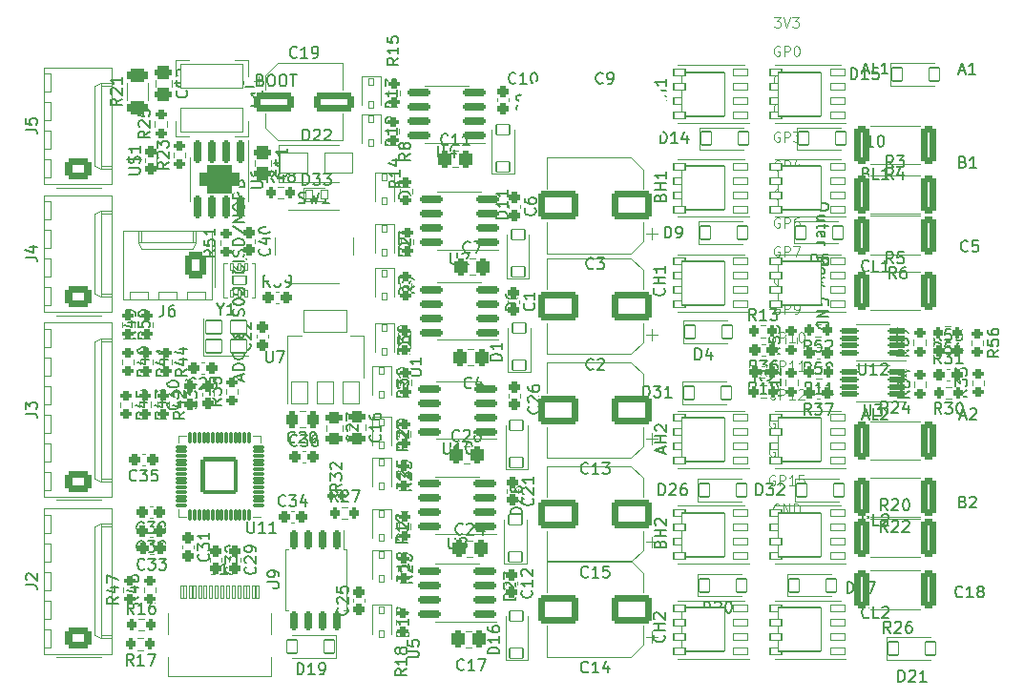
<source format=gto>
G04 #@! TF.GenerationSoftware,KiCad,Pcbnew,6.0.0-rc2*
G04 #@! TF.CreationDate,2022-06-15T19:41:01-07:00*
G04 #@! TF.ProjectId,RP2040_motor,52503230-3430-45f6-9d6f-746f722e6b69,REV1*
G04 #@! TF.SameCoordinates,Original*
G04 #@! TF.FileFunction,Legend,Top*
G04 #@! TF.FilePolarity,Positive*
%FSLAX46Y46*%
G04 Gerber Fmt 4.6, Leading zero omitted, Abs format (unit mm)*
G04 Created by KiCad (PCBNEW 6.0.0-rc2) date 2022-06-15 19:41:01*
%MOMM*%
%LPD*%
G01*
G04 APERTURE LIST*
G04 Aperture macros list*
%AMRoundRect*
0 Rectangle with rounded corners*
0 $1 Rounding radius*
0 $2 $3 $4 $5 $6 $7 $8 $9 X,Y pos of 4 corners*
0 Add a 4 corners polygon primitive as box body*
4,1,4,$2,$3,$4,$5,$6,$7,$8,$9,$2,$3,0*
0 Add four circle primitives for the rounded corners*
1,1,$1+$1,$2,$3*
1,1,$1+$1,$4,$5*
1,1,$1+$1,$6,$7*
1,1,$1+$1,$8,$9*
0 Add four rect primitives between the rounded corners*
20,1,$1+$1,$2,$3,$4,$5,0*
20,1,$1+$1,$4,$5,$6,$7,0*
20,1,$1+$1,$6,$7,$8,$9,0*
20,1,$1+$1,$8,$9,$2,$3,0*%
G04 Aperture macros list end*
%ADD10C,0.100000*%
%ADD11C,0.150000*%
%ADD12C,0.120000*%
%ADD13O,1.842000X2.292000*%
%ADD14RoundRect,0.301000X0.620000X0.845000X-0.620000X0.845000X-0.620000X-0.845000X0.620000X-0.845000X0*%
%ADD15RoundRect,0.051000X-0.596900X0.381000X-0.596900X-0.381000X0.596900X-0.381000X0.596900X0.381000X0*%
%ADD16RoundRect,0.051000X-0.127000X0.304800X-0.127000X-0.304800X0.127000X-0.304800X0.127000X0.304800X0*%
%ADD17RoundRect,0.276000X-0.225000X-0.250000X0.225000X-0.250000X0.225000X0.250000X-0.225000X0.250000X0*%
%ADD18RoundRect,0.276000X-0.250000X0.225000X-0.250000X-0.225000X0.250000X-0.225000X0.250000X0.225000X0*%
%ADD19RoundRect,0.276000X0.225000X0.250000X-0.225000X0.250000X-0.225000X-0.250000X0.225000X-0.250000X0*%
%ADD20RoundRect,0.251000X0.275000X-0.200000X0.275000X0.200000X-0.275000X0.200000X-0.275000X-0.200000X0*%
%ADD21RoundRect,0.251000X-0.275000X0.200000X-0.275000X-0.200000X0.275000X-0.200000X0.275000X0.200000X0*%
%ADD22RoundRect,0.251000X0.200000X0.275000X-0.200000X0.275000X-0.200000X-0.275000X0.200000X-0.275000X0*%
%ADD23RoundRect,0.251000X-0.200000X-0.275000X0.200000X-0.275000X0.200000X0.275000X-0.200000X0.275000X0*%
%ADD24RoundRect,0.294750X0.243750X0.456250X-0.243750X0.456250X-0.243750X-0.456250X0.243750X-0.456250X0*%
%ADD25RoundRect,0.276000X0.250000X-0.225000X0.250000X0.225000X-0.250000X0.225000X-0.250000X-0.225000X0*%
%ADD26RoundRect,0.198500X0.147500X0.172500X-0.147500X0.172500X-0.147500X-0.172500X0.147500X-0.172500X0*%
%ADD27RoundRect,0.051000X0.750000X-1.000000X0.750000X1.000000X-0.750000X1.000000X-0.750000X-1.000000X0*%
%ADD28RoundRect,0.051000X1.900000X-1.000000X1.900000X1.000000X-1.900000X1.000000X-1.900000X-1.000000X0*%
%ADD29RoundRect,0.201000X-0.150000X0.650000X-0.150000X-0.650000X0.150000X-0.650000X0.150000X0.650000X0*%
%ADD30RoundRect,0.294750X-0.456250X0.243750X-0.456250X-0.243750X0.456250X-0.243750X0.456250X0.243750X0*%
%ADD31RoundRect,0.195000X1.456000X1.456000X-1.456000X1.456000X-1.456000X-1.456000X1.456000X-1.456000X0*%
%ADD32RoundRect,0.101000X0.050000X0.387500X-0.050000X0.387500X-0.050000X-0.387500X0.050000X-0.387500X0*%
%ADD33RoundRect,0.101000X0.387500X0.050000X-0.387500X0.050000X-0.387500X-0.050000X0.387500X-0.050000X0*%
%ADD34RoundRect,0.301000X-0.250000X-0.475000X0.250000X-0.475000X0.250000X0.475000X-0.250000X0.475000X0*%
%ADD35O,2.292000X1.842000*%
%ADD36RoundRect,0.301000X0.845000X-0.620000X0.845000X0.620000X-0.845000X0.620000X-0.845000X-0.620000X0*%
%ADD37RoundRect,0.676000X-1.075000X0.625000X-1.075000X-0.625000X1.075000X-0.625000X1.075000X0.625000X0*%
%ADD38RoundRect,0.201000X-0.150000X0.825000X-0.150000X-0.825000X0.150000X-0.825000X0.150000X0.825000X0*%
%ADD39RoundRect,0.051000X0.600000X-0.450000X0.600000X0.450000X-0.600000X0.450000X-0.600000X-0.450000X0*%
%ADD40RoundRect,0.301000X1.500000X1.000000X-1.500000X1.000000X-1.500000X-1.000000X1.500000X-1.000000X0*%
%ADD41RoundRect,0.301000X-1.500000X-0.550000X1.500000X-0.550000X1.500000X0.550000X-1.500000X0.550000X0*%
%ADD42RoundRect,0.051000X0.300000X0.350000X-0.300000X0.350000X-0.300000X-0.350000X0.300000X-0.350000X0*%
%ADD43C,2.102000*%
%ADD44RoundRect,0.301000X0.362500X1.425000X-0.362500X1.425000X-0.362500X-1.425000X0.362500X-1.425000X0*%
%ADD45RoundRect,0.051000X0.510000X0.305000X-0.510000X0.305000X-0.510000X-0.305000X0.510000X-0.305000X0*%
%ADD46RoundRect,0.051000X1.905000X1.955000X-1.905000X1.955000X-1.905000X-1.955000X1.905000X-1.955000X0*%
%ADD47RoundRect,0.051000X0.635000X0.305000X-0.635000X0.305000X-0.635000X-0.305000X0.635000X-0.305000X0*%
%ADD48C,4.102000*%
%ADD49RoundRect,0.051000X-0.450000X-0.600000X0.450000X-0.600000X0.450000X0.600000X-0.450000X0.600000X0*%
%ADD50RoundRect,0.051000X-1.250000X-0.900000X1.250000X-0.900000X1.250000X0.900000X-1.250000X0.900000X0*%
%ADD51RoundRect,0.201000X0.825000X0.150000X-0.825000X0.150000X-0.825000X-0.150000X0.825000X-0.150000X0*%
%ADD52C,6.102000*%
%ADD53RoundRect,0.301000X-0.475000X0.250000X-0.475000X-0.250000X0.475000X-0.250000X0.475000X0.250000X0*%
%ADD54RoundRect,0.051000X-0.225000X0.300000X-0.225000X-0.300000X0.225000X-0.300000X0.225000X0.300000X0*%
%ADD55RoundRect,0.051000X2.750000X-1.075000X2.750000X1.075000X-2.750000X1.075000X-2.750000X-1.075000X0*%
%ADD56RoundRect,0.051000X0.450000X0.600000X-0.450000X0.600000X-0.450000X-0.600000X0.450000X-0.600000X0*%
%ADD57RoundRect,0.151000X0.712500X0.100000X-0.712500X0.100000X-0.712500X-0.100000X0.712500X-0.100000X0*%
%ADD58RoundRect,0.051000X-0.700000X-0.600000X0.700000X-0.600000X0.700000X0.600000X-0.700000X0.600000X0*%
%ADD59RoundRect,0.301000X0.625000X-0.312500X0.625000X0.312500X-0.625000X0.312500X-0.625000X-0.312500X0*%
%ADD60O,1.102000X1.702000*%
%ADD61O,1.102000X2.202000*%
%ADD62RoundRect,0.051000X-0.150000X-0.575000X0.150000X-0.575000X0.150000X0.575000X-0.150000X0.575000X0*%
%ADD63C,0.752000*%
G04 APERTURE END LIST*
D10*
X139942142Y-69630000D02*
X139856428Y-69587142D01*
X139727857Y-69587142D01*
X139599285Y-69630000D01*
X139513571Y-69715714D01*
X139470714Y-69801428D01*
X139427857Y-69972857D01*
X139427857Y-70101428D01*
X139470714Y-70272857D01*
X139513571Y-70358571D01*
X139599285Y-70444285D01*
X139727857Y-70487142D01*
X139813571Y-70487142D01*
X139942142Y-70444285D01*
X139985000Y-70401428D01*
X139985000Y-70101428D01*
X139813571Y-70101428D01*
X140370714Y-70487142D02*
X140370714Y-69587142D01*
X140713571Y-69587142D01*
X140799285Y-69630000D01*
X140842142Y-69672857D01*
X140885000Y-69758571D01*
X140885000Y-69887142D01*
X140842142Y-69972857D01*
X140799285Y-70015714D01*
X140713571Y-70058571D01*
X140370714Y-70058571D01*
X141742142Y-70487142D02*
X141227857Y-70487142D01*
X141485000Y-70487142D02*
X141485000Y-69587142D01*
X141399285Y-69715714D01*
X141313571Y-69801428D01*
X141227857Y-69844285D01*
X139942142Y-72170000D02*
X139856428Y-72127142D01*
X139727857Y-72127142D01*
X139599285Y-72170000D01*
X139513571Y-72255714D01*
X139470714Y-72341428D01*
X139427857Y-72512857D01*
X139427857Y-72641428D01*
X139470714Y-72812857D01*
X139513571Y-72898571D01*
X139599285Y-72984285D01*
X139727857Y-73027142D01*
X139813571Y-73027142D01*
X139942142Y-72984285D01*
X139985000Y-72941428D01*
X139985000Y-72641428D01*
X139813571Y-72641428D01*
X140370714Y-73027142D02*
X140370714Y-72127142D01*
X140713571Y-72127142D01*
X140799285Y-72170000D01*
X140842142Y-72212857D01*
X140885000Y-72298571D01*
X140885000Y-72427142D01*
X140842142Y-72512857D01*
X140799285Y-72555714D01*
X140713571Y-72598571D01*
X140370714Y-72598571D01*
X141227857Y-72212857D02*
X141270714Y-72170000D01*
X141356428Y-72127142D01*
X141570714Y-72127142D01*
X141656428Y-72170000D01*
X141699285Y-72212857D01*
X141742142Y-72298571D01*
X141742142Y-72384285D01*
X141699285Y-72512857D01*
X141185000Y-73027142D01*
X141742142Y-73027142D01*
X139942142Y-74710000D02*
X139856428Y-74667142D01*
X139727857Y-74667142D01*
X139599285Y-74710000D01*
X139513571Y-74795714D01*
X139470714Y-74881428D01*
X139427857Y-75052857D01*
X139427857Y-75181428D01*
X139470714Y-75352857D01*
X139513571Y-75438571D01*
X139599285Y-75524285D01*
X139727857Y-75567142D01*
X139813571Y-75567142D01*
X139942142Y-75524285D01*
X139985000Y-75481428D01*
X139985000Y-75181428D01*
X139813571Y-75181428D01*
X140370714Y-75567142D02*
X140370714Y-74667142D01*
X140713571Y-74667142D01*
X140799285Y-74710000D01*
X140842142Y-74752857D01*
X140885000Y-74838571D01*
X140885000Y-74967142D01*
X140842142Y-75052857D01*
X140799285Y-75095714D01*
X140713571Y-75138571D01*
X140370714Y-75138571D01*
X141185000Y-74667142D02*
X141742142Y-74667142D01*
X141442142Y-75010000D01*
X141570714Y-75010000D01*
X141656428Y-75052857D01*
X141699285Y-75095714D01*
X141742142Y-75181428D01*
X141742142Y-75395714D01*
X141699285Y-75481428D01*
X141656428Y-75524285D01*
X141570714Y-75567142D01*
X141313571Y-75567142D01*
X141227857Y-75524285D01*
X141185000Y-75481428D01*
X139942142Y-77250000D02*
X139856428Y-77207142D01*
X139727857Y-77207142D01*
X139599285Y-77250000D01*
X139513571Y-77335714D01*
X139470714Y-77421428D01*
X139427857Y-77592857D01*
X139427857Y-77721428D01*
X139470714Y-77892857D01*
X139513571Y-77978571D01*
X139599285Y-78064285D01*
X139727857Y-78107142D01*
X139813571Y-78107142D01*
X139942142Y-78064285D01*
X139985000Y-78021428D01*
X139985000Y-77721428D01*
X139813571Y-77721428D01*
X140370714Y-78107142D02*
X140370714Y-77207142D01*
X140713571Y-77207142D01*
X140799285Y-77250000D01*
X140842142Y-77292857D01*
X140885000Y-77378571D01*
X140885000Y-77507142D01*
X140842142Y-77592857D01*
X140799285Y-77635714D01*
X140713571Y-77678571D01*
X140370714Y-77678571D01*
X141656428Y-77507142D02*
X141656428Y-78107142D01*
X141442142Y-77164285D02*
X141227857Y-77807142D01*
X141785000Y-77807142D01*
X139942142Y-79790000D02*
X139856428Y-79747142D01*
X139727857Y-79747142D01*
X139599285Y-79790000D01*
X139513571Y-79875714D01*
X139470714Y-79961428D01*
X139427857Y-80132857D01*
X139427857Y-80261428D01*
X139470714Y-80432857D01*
X139513571Y-80518571D01*
X139599285Y-80604285D01*
X139727857Y-80647142D01*
X139813571Y-80647142D01*
X139942142Y-80604285D01*
X139985000Y-80561428D01*
X139985000Y-80261428D01*
X139813571Y-80261428D01*
X140370714Y-80647142D02*
X140370714Y-79747142D01*
X140713571Y-79747142D01*
X140799285Y-79790000D01*
X140842142Y-79832857D01*
X140885000Y-79918571D01*
X140885000Y-80047142D01*
X140842142Y-80132857D01*
X140799285Y-80175714D01*
X140713571Y-80218571D01*
X140370714Y-80218571D01*
X141699285Y-79747142D02*
X141270714Y-79747142D01*
X141227857Y-80175714D01*
X141270714Y-80132857D01*
X141356428Y-80090000D01*
X141570714Y-80090000D01*
X141656428Y-80132857D01*
X141699285Y-80175714D01*
X141742142Y-80261428D01*
X141742142Y-80475714D01*
X141699285Y-80561428D01*
X141656428Y-80604285D01*
X141570714Y-80647142D01*
X141356428Y-80647142D01*
X141270714Y-80604285D01*
X141227857Y-80561428D01*
X139942142Y-82330000D02*
X139856428Y-82287142D01*
X139727857Y-82287142D01*
X139599285Y-82330000D01*
X139513571Y-82415714D01*
X139470714Y-82501428D01*
X139427857Y-82672857D01*
X139427857Y-82801428D01*
X139470714Y-82972857D01*
X139513571Y-83058571D01*
X139599285Y-83144285D01*
X139727857Y-83187142D01*
X139813571Y-83187142D01*
X139942142Y-83144285D01*
X139985000Y-83101428D01*
X139985000Y-82801428D01*
X139813571Y-82801428D01*
X140370714Y-83187142D02*
X140370714Y-82287142D01*
X140713571Y-82287142D01*
X140799285Y-82330000D01*
X140842142Y-82372857D01*
X140885000Y-82458571D01*
X140885000Y-82587142D01*
X140842142Y-82672857D01*
X140799285Y-82715714D01*
X140713571Y-82758571D01*
X140370714Y-82758571D01*
X141656428Y-82287142D02*
X141485000Y-82287142D01*
X141399285Y-82330000D01*
X141356428Y-82372857D01*
X141270714Y-82501428D01*
X141227857Y-82672857D01*
X141227857Y-83015714D01*
X141270714Y-83101428D01*
X141313571Y-83144285D01*
X141399285Y-83187142D01*
X141570714Y-83187142D01*
X141656428Y-83144285D01*
X141699285Y-83101428D01*
X141742142Y-83015714D01*
X141742142Y-82801428D01*
X141699285Y-82715714D01*
X141656428Y-82672857D01*
X141570714Y-82630000D01*
X141399285Y-82630000D01*
X141313571Y-82672857D01*
X141270714Y-82715714D01*
X141227857Y-82801428D01*
X139942142Y-84870000D02*
X139856428Y-84827142D01*
X139727857Y-84827142D01*
X139599285Y-84870000D01*
X139513571Y-84955714D01*
X139470714Y-85041428D01*
X139427857Y-85212857D01*
X139427857Y-85341428D01*
X139470714Y-85512857D01*
X139513571Y-85598571D01*
X139599285Y-85684285D01*
X139727857Y-85727142D01*
X139813571Y-85727142D01*
X139942142Y-85684285D01*
X139985000Y-85641428D01*
X139985000Y-85341428D01*
X139813571Y-85341428D01*
X140370714Y-85727142D02*
X140370714Y-84827142D01*
X140713571Y-84827142D01*
X140799285Y-84870000D01*
X140842142Y-84912857D01*
X140885000Y-84998571D01*
X140885000Y-85127142D01*
X140842142Y-85212857D01*
X140799285Y-85255714D01*
X140713571Y-85298571D01*
X140370714Y-85298571D01*
X141185000Y-84827142D02*
X141785000Y-84827142D01*
X141399285Y-85727142D01*
X139942142Y-87410000D02*
X139856428Y-87367142D01*
X139727857Y-87367142D01*
X139599285Y-87410000D01*
X139513571Y-87495714D01*
X139470714Y-87581428D01*
X139427857Y-87752857D01*
X139427857Y-87881428D01*
X139470714Y-88052857D01*
X139513571Y-88138571D01*
X139599285Y-88224285D01*
X139727857Y-88267142D01*
X139813571Y-88267142D01*
X139942142Y-88224285D01*
X139985000Y-88181428D01*
X139985000Y-87881428D01*
X139813571Y-87881428D01*
X140370714Y-88267142D02*
X140370714Y-87367142D01*
X140713571Y-87367142D01*
X140799285Y-87410000D01*
X140842142Y-87452857D01*
X140885000Y-87538571D01*
X140885000Y-87667142D01*
X140842142Y-87752857D01*
X140799285Y-87795714D01*
X140713571Y-87838571D01*
X140370714Y-87838571D01*
X141399285Y-87752857D02*
X141313571Y-87710000D01*
X141270714Y-87667142D01*
X141227857Y-87581428D01*
X141227857Y-87538571D01*
X141270714Y-87452857D01*
X141313571Y-87410000D01*
X141399285Y-87367142D01*
X141570714Y-87367142D01*
X141656428Y-87410000D01*
X141699285Y-87452857D01*
X141742142Y-87538571D01*
X141742142Y-87581428D01*
X141699285Y-87667142D01*
X141656428Y-87710000D01*
X141570714Y-87752857D01*
X141399285Y-87752857D01*
X141313571Y-87795714D01*
X141270714Y-87838571D01*
X141227857Y-87924285D01*
X141227857Y-88095714D01*
X141270714Y-88181428D01*
X141313571Y-88224285D01*
X141399285Y-88267142D01*
X141570714Y-88267142D01*
X141656428Y-88224285D01*
X141699285Y-88181428D01*
X141742142Y-88095714D01*
X141742142Y-87924285D01*
X141699285Y-87838571D01*
X141656428Y-87795714D01*
X141570714Y-87752857D01*
X139942142Y-89950000D02*
X139856428Y-89907142D01*
X139727857Y-89907142D01*
X139599285Y-89950000D01*
X139513571Y-90035714D01*
X139470714Y-90121428D01*
X139427857Y-90292857D01*
X139427857Y-90421428D01*
X139470714Y-90592857D01*
X139513571Y-90678571D01*
X139599285Y-90764285D01*
X139727857Y-90807142D01*
X139813571Y-90807142D01*
X139942142Y-90764285D01*
X139985000Y-90721428D01*
X139985000Y-90421428D01*
X139813571Y-90421428D01*
X140370714Y-90807142D02*
X140370714Y-89907142D01*
X140713571Y-89907142D01*
X140799285Y-89950000D01*
X140842142Y-89992857D01*
X140885000Y-90078571D01*
X140885000Y-90207142D01*
X140842142Y-90292857D01*
X140799285Y-90335714D01*
X140713571Y-90378571D01*
X140370714Y-90378571D01*
X141313571Y-90807142D02*
X141485000Y-90807142D01*
X141570714Y-90764285D01*
X141613571Y-90721428D01*
X141699285Y-90592857D01*
X141742142Y-90421428D01*
X141742142Y-90078571D01*
X141699285Y-89992857D01*
X141656428Y-89950000D01*
X141570714Y-89907142D01*
X141399285Y-89907142D01*
X141313571Y-89950000D01*
X141270714Y-89992857D01*
X141227857Y-90078571D01*
X141227857Y-90292857D01*
X141270714Y-90378571D01*
X141313571Y-90421428D01*
X141399285Y-90464285D01*
X141570714Y-90464285D01*
X141656428Y-90421428D01*
X141699285Y-90378571D01*
X141742142Y-90292857D01*
X139513571Y-95030000D02*
X139427857Y-94987142D01*
X139299285Y-94987142D01*
X139170714Y-95030000D01*
X139085000Y-95115714D01*
X139042142Y-95201428D01*
X138999285Y-95372857D01*
X138999285Y-95501428D01*
X139042142Y-95672857D01*
X139085000Y-95758571D01*
X139170714Y-95844285D01*
X139299285Y-95887142D01*
X139385000Y-95887142D01*
X139513571Y-95844285D01*
X139556428Y-95801428D01*
X139556428Y-95501428D01*
X139385000Y-95501428D01*
X139942142Y-95887142D02*
X139942142Y-94987142D01*
X140285000Y-94987142D01*
X140370714Y-95030000D01*
X140413571Y-95072857D01*
X140456428Y-95158571D01*
X140456428Y-95287142D01*
X140413571Y-95372857D01*
X140370714Y-95415714D01*
X140285000Y-95458571D01*
X139942142Y-95458571D01*
X141313571Y-95887142D02*
X140799285Y-95887142D01*
X141056428Y-95887142D02*
X141056428Y-94987142D01*
X140970714Y-95115714D01*
X140885000Y-95201428D01*
X140799285Y-95244285D01*
X142170714Y-95887142D02*
X141656428Y-95887142D01*
X141913571Y-95887142D02*
X141913571Y-94987142D01*
X141827857Y-95115714D01*
X141742142Y-95201428D01*
X141656428Y-95244285D01*
X139513571Y-92490000D02*
X139427857Y-92447142D01*
X139299285Y-92447142D01*
X139170714Y-92490000D01*
X139085000Y-92575714D01*
X139042142Y-92661428D01*
X138999285Y-92832857D01*
X138999285Y-92961428D01*
X139042142Y-93132857D01*
X139085000Y-93218571D01*
X139170714Y-93304285D01*
X139299285Y-93347142D01*
X139385000Y-93347142D01*
X139513571Y-93304285D01*
X139556428Y-93261428D01*
X139556428Y-92961428D01*
X139385000Y-92961428D01*
X139942142Y-93347142D02*
X139942142Y-92447142D01*
X140285000Y-92447142D01*
X140370714Y-92490000D01*
X140413571Y-92532857D01*
X140456428Y-92618571D01*
X140456428Y-92747142D01*
X140413571Y-92832857D01*
X140370714Y-92875714D01*
X140285000Y-92918571D01*
X139942142Y-92918571D01*
X141313571Y-93347142D02*
X140799285Y-93347142D01*
X141056428Y-93347142D02*
X141056428Y-92447142D01*
X140970714Y-92575714D01*
X140885000Y-92661428D01*
X140799285Y-92704285D01*
X141870714Y-92447142D02*
X141956428Y-92447142D01*
X142042142Y-92490000D01*
X142085000Y-92532857D01*
X142127857Y-92618571D01*
X142170714Y-92790000D01*
X142170714Y-93004285D01*
X142127857Y-93175714D01*
X142085000Y-93261428D01*
X142042142Y-93304285D01*
X141956428Y-93347142D01*
X141870714Y-93347142D01*
X141785000Y-93304285D01*
X141742142Y-93261428D01*
X141699285Y-93175714D01*
X141656428Y-93004285D01*
X141656428Y-92790000D01*
X141699285Y-92618571D01*
X141742142Y-92532857D01*
X141785000Y-92490000D01*
X141870714Y-92447142D01*
X139513571Y-97570000D02*
X139427857Y-97527142D01*
X139299285Y-97527142D01*
X139170714Y-97570000D01*
X139085000Y-97655714D01*
X139042142Y-97741428D01*
X138999285Y-97912857D01*
X138999285Y-98041428D01*
X139042142Y-98212857D01*
X139085000Y-98298571D01*
X139170714Y-98384285D01*
X139299285Y-98427142D01*
X139385000Y-98427142D01*
X139513571Y-98384285D01*
X139556428Y-98341428D01*
X139556428Y-98041428D01*
X139385000Y-98041428D01*
X139942142Y-98427142D02*
X139942142Y-97527142D01*
X140285000Y-97527142D01*
X140370714Y-97570000D01*
X140413571Y-97612857D01*
X140456428Y-97698571D01*
X140456428Y-97827142D01*
X140413571Y-97912857D01*
X140370714Y-97955714D01*
X140285000Y-97998571D01*
X139942142Y-97998571D01*
X141313571Y-98427142D02*
X140799285Y-98427142D01*
X141056428Y-98427142D02*
X141056428Y-97527142D01*
X140970714Y-97655714D01*
X140885000Y-97741428D01*
X140799285Y-97784285D01*
X141656428Y-97612857D02*
X141699285Y-97570000D01*
X141785000Y-97527142D01*
X141999285Y-97527142D01*
X142085000Y-97570000D01*
X142127857Y-97612857D01*
X142170714Y-97698571D01*
X142170714Y-97784285D01*
X142127857Y-97912857D01*
X141613571Y-98427142D01*
X142170714Y-98427142D01*
X139513571Y-100110000D02*
X139427857Y-100067142D01*
X139299285Y-100067142D01*
X139170714Y-100110000D01*
X139085000Y-100195714D01*
X139042142Y-100281428D01*
X138999285Y-100452857D01*
X138999285Y-100581428D01*
X139042142Y-100752857D01*
X139085000Y-100838571D01*
X139170714Y-100924285D01*
X139299285Y-100967142D01*
X139385000Y-100967142D01*
X139513571Y-100924285D01*
X139556428Y-100881428D01*
X139556428Y-100581428D01*
X139385000Y-100581428D01*
X139942142Y-100967142D02*
X139942142Y-100067142D01*
X140285000Y-100067142D01*
X140370714Y-100110000D01*
X140413571Y-100152857D01*
X140456428Y-100238571D01*
X140456428Y-100367142D01*
X140413571Y-100452857D01*
X140370714Y-100495714D01*
X140285000Y-100538571D01*
X139942142Y-100538571D01*
X141313571Y-100967142D02*
X140799285Y-100967142D01*
X141056428Y-100967142D02*
X141056428Y-100067142D01*
X140970714Y-100195714D01*
X140885000Y-100281428D01*
X140799285Y-100324285D01*
X141613571Y-100067142D02*
X142170714Y-100067142D01*
X141870714Y-100410000D01*
X141999285Y-100410000D01*
X142085000Y-100452857D01*
X142127857Y-100495714D01*
X142170714Y-100581428D01*
X142170714Y-100795714D01*
X142127857Y-100881428D01*
X142085000Y-100924285D01*
X141999285Y-100967142D01*
X141742142Y-100967142D01*
X141656428Y-100924285D01*
X141613571Y-100881428D01*
X139513571Y-105190000D02*
X139427857Y-105147142D01*
X139299285Y-105147142D01*
X139170714Y-105190000D01*
X139085000Y-105275714D01*
X139042142Y-105361428D01*
X138999285Y-105532857D01*
X138999285Y-105661428D01*
X139042142Y-105832857D01*
X139085000Y-105918571D01*
X139170714Y-106004285D01*
X139299285Y-106047142D01*
X139385000Y-106047142D01*
X139513571Y-106004285D01*
X139556428Y-105961428D01*
X139556428Y-105661428D01*
X139385000Y-105661428D01*
X139942142Y-106047142D02*
X139942142Y-105147142D01*
X140285000Y-105147142D01*
X140370714Y-105190000D01*
X140413571Y-105232857D01*
X140456428Y-105318571D01*
X140456428Y-105447142D01*
X140413571Y-105532857D01*
X140370714Y-105575714D01*
X140285000Y-105618571D01*
X139942142Y-105618571D01*
X141313571Y-106047142D02*
X140799285Y-106047142D01*
X141056428Y-106047142D02*
X141056428Y-105147142D01*
X140970714Y-105275714D01*
X140885000Y-105361428D01*
X140799285Y-105404285D01*
X142127857Y-105147142D02*
X141699285Y-105147142D01*
X141656428Y-105575714D01*
X141699285Y-105532857D01*
X141785000Y-105490000D01*
X141999285Y-105490000D01*
X142085000Y-105532857D01*
X142127857Y-105575714D01*
X142170714Y-105661428D01*
X142170714Y-105875714D01*
X142127857Y-105961428D01*
X142085000Y-106004285D01*
X141999285Y-106047142D01*
X141785000Y-106047142D01*
X141699285Y-106004285D01*
X141656428Y-105961428D01*
X139513571Y-102650000D02*
X139427857Y-102607142D01*
X139299285Y-102607142D01*
X139170714Y-102650000D01*
X139085000Y-102735714D01*
X139042142Y-102821428D01*
X138999285Y-102992857D01*
X138999285Y-103121428D01*
X139042142Y-103292857D01*
X139085000Y-103378571D01*
X139170714Y-103464285D01*
X139299285Y-103507142D01*
X139385000Y-103507142D01*
X139513571Y-103464285D01*
X139556428Y-103421428D01*
X139556428Y-103121428D01*
X139385000Y-103121428D01*
X139942142Y-103507142D02*
X139942142Y-102607142D01*
X140285000Y-102607142D01*
X140370714Y-102650000D01*
X140413571Y-102692857D01*
X140456428Y-102778571D01*
X140456428Y-102907142D01*
X140413571Y-102992857D01*
X140370714Y-103035714D01*
X140285000Y-103078571D01*
X139942142Y-103078571D01*
X141313571Y-103507142D02*
X140799285Y-103507142D01*
X141056428Y-103507142D02*
X141056428Y-102607142D01*
X140970714Y-102735714D01*
X140885000Y-102821428D01*
X140799285Y-102864285D01*
X142085000Y-102907142D02*
X142085000Y-103507142D01*
X141870714Y-102564285D02*
X141656428Y-103207142D01*
X142213571Y-103207142D01*
X139899285Y-107730000D02*
X139813571Y-107687142D01*
X139685000Y-107687142D01*
X139556428Y-107730000D01*
X139470714Y-107815714D01*
X139427857Y-107901428D01*
X139385000Y-108072857D01*
X139385000Y-108201428D01*
X139427857Y-108372857D01*
X139470714Y-108458571D01*
X139556428Y-108544285D01*
X139685000Y-108587142D01*
X139770714Y-108587142D01*
X139899285Y-108544285D01*
X139942142Y-108501428D01*
X139942142Y-108201428D01*
X139770714Y-108201428D01*
X140327857Y-108587142D02*
X140327857Y-107687142D01*
X140842142Y-108587142D01*
X140842142Y-107687142D01*
X141270714Y-108587142D02*
X141270714Y-107687142D01*
X141485000Y-107687142D01*
X141613571Y-107730000D01*
X141699285Y-107815714D01*
X141742142Y-107901428D01*
X141785000Y-108072857D01*
X141785000Y-108201428D01*
X141742142Y-108372857D01*
X141699285Y-108458571D01*
X141613571Y-108544285D01*
X141485000Y-108587142D01*
X141270714Y-108587142D01*
D11*
X144307619Y-81256666D02*
X144307619Y-81447142D01*
X144260000Y-81542380D01*
X144164761Y-81637619D01*
X143974285Y-81685238D01*
X143640952Y-81685238D01*
X143450476Y-81637619D01*
X143355238Y-81542380D01*
X143307619Y-81447142D01*
X143307619Y-81256666D01*
X143355238Y-81161428D01*
X143450476Y-81066190D01*
X143640952Y-81018571D01*
X143974285Y-81018571D01*
X144164761Y-81066190D01*
X144260000Y-81161428D01*
X144307619Y-81256666D01*
X143974285Y-82542380D02*
X143307619Y-82542380D01*
X143974285Y-82113809D02*
X143450476Y-82113809D01*
X143355238Y-82161428D01*
X143307619Y-82256666D01*
X143307619Y-82399523D01*
X143355238Y-82494761D01*
X143402857Y-82542380D01*
X143974285Y-82875714D02*
X143974285Y-83256666D01*
X144307619Y-83018571D02*
X143450476Y-83018571D01*
X143355238Y-83066190D01*
X143307619Y-83161428D01*
X143307619Y-83256666D01*
X143355238Y-83970952D02*
X143307619Y-83875714D01*
X143307619Y-83685238D01*
X143355238Y-83590000D01*
X143450476Y-83542380D01*
X143831428Y-83542380D01*
X143926666Y-83590000D01*
X143974285Y-83685238D01*
X143974285Y-83875714D01*
X143926666Y-83970952D01*
X143831428Y-84018571D01*
X143736190Y-84018571D01*
X143640952Y-83542380D01*
X143307619Y-84447142D02*
X143974285Y-84447142D01*
X143783809Y-84447142D02*
X143879047Y-84494761D01*
X143926666Y-84542380D01*
X143974285Y-84637619D01*
X143974285Y-84732857D01*
X143307619Y-86399523D02*
X143783809Y-86066190D01*
X143307619Y-85828095D02*
X144307619Y-85828095D01*
X144307619Y-86209047D01*
X144260000Y-86304285D01*
X144212380Y-86351904D01*
X144117142Y-86399523D01*
X143974285Y-86399523D01*
X143879047Y-86351904D01*
X143831428Y-86304285D01*
X143783809Y-86209047D01*
X143783809Y-85828095D01*
X143307619Y-86970952D02*
X143355238Y-86875714D01*
X143402857Y-86828095D01*
X143498095Y-86780476D01*
X143783809Y-86780476D01*
X143879047Y-86828095D01*
X143926666Y-86875714D01*
X143974285Y-86970952D01*
X143974285Y-87113809D01*
X143926666Y-87209047D01*
X143879047Y-87256666D01*
X143783809Y-87304285D01*
X143498095Y-87304285D01*
X143402857Y-87256666D01*
X143355238Y-87209047D01*
X143307619Y-87113809D01*
X143307619Y-86970952D01*
X143974285Y-87637619D02*
X143307619Y-87828095D01*
X143783809Y-88018571D01*
X143307619Y-88209047D01*
X143974285Y-88399523D01*
X144260000Y-90066190D02*
X144307619Y-89970952D01*
X144307619Y-89828095D01*
X144260000Y-89685238D01*
X144164761Y-89590000D01*
X144069523Y-89542380D01*
X143879047Y-89494761D01*
X143736190Y-89494761D01*
X143545714Y-89542380D01*
X143450476Y-89590000D01*
X143355238Y-89685238D01*
X143307619Y-89828095D01*
X143307619Y-89923333D01*
X143355238Y-90066190D01*
X143402857Y-90113809D01*
X143736190Y-90113809D01*
X143736190Y-89923333D01*
X143307619Y-90542380D02*
X144307619Y-90542380D01*
X143307619Y-91113809D01*
X144307619Y-91113809D01*
X143307619Y-91590000D02*
X144307619Y-91590000D01*
X144307619Y-91828095D01*
X144260000Y-91970952D01*
X144164761Y-92066190D01*
X144069523Y-92113809D01*
X143879047Y-92161428D01*
X143736190Y-92161428D01*
X143545714Y-92113809D01*
X143450476Y-92066190D01*
X143355238Y-91970952D01*
X143307619Y-91828095D01*
X143307619Y-91590000D01*
X89808571Y-69607380D02*
X89808571Y-70416904D01*
X89856190Y-70512142D01*
X89903809Y-70559761D01*
X89999047Y-70607380D01*
X90189523Y-70607380D01*
X90284761Y-70559761D01*
X90332380Y-70512142D01*
X90380000Y-70416904D01*
X90380000Y-69607380D01*
X90808571Y-70559761D02*
X90951428Y-70607380D01*
X91189523Y-70607380D01*
X91284761Y-70559761D01*
X91332380Y-70512142D01*
X91380000Y-70416904D01*
X91380000Y-70321666D01*
X91332380Y-70226428D01*
X91284761Y-70178809D01*
X91189523Y-70131190D01*
X90999047Y-70083571D01*
X90903809Y-70035952D01*
X90856190Y-69988333D01*
X90808571Y-69893095D01*
X90808571Y-69797857D01*
X90856190Y-69702619D01*
X90903809Y-69655000D01*
X90999047Y-69607380D01*
X91237142Y-69607380D01*
X91380000Y-69655000D01*
X92141904Y-70083571D02*
X92284761Y-70131190D01*
X92332380Y-70178809D01*
X92380000Y-70274047D01*
X92380000Y-70416904D01*
X92332380Y-70512142D01*
X92284761Y-70559761D01*
X92189523Y-70607380D01*
X91808571Y-70607380D01*
X91808571Y-69607380D01*
X92141904Y-69607380D01*
X92237142Y-69655000D01*
X92284761Y-69702619D01*
X92332380Y-69797857D01*
X92332380Y-69893095D01*
X92284761Y-69988333D01*
X92237142Y-70035952D01*
X92141904Y-70083571D01*
X91808571Y-70083571D01*
X92570476Y-70702619D02*
X93332380Y-70702619D01*
X93903809Y-70083571D02*
X94046666Y-70131190D01*
X94094285Y-70178809D01*
X94141904Y-70274047D01*
X94141904Y-70416904D01*
X94094285Y-70512142D01*
X94046666Y-70559761D01*
X93951428Y-70607380D01*
X93570476Y-70607380D01*
X93570476Y-69607380D01*
X93903809Y-69607380D01*
X93999047Y-69655000D01*
X94046666Y-69702619D01*
X94094285Y-69797857D01*
X94094285Y-69893095D01*
X94046666Y-69988333D01*
X93999047Y-70035952D01*
X93903809Y-70083571D01*
X93570476Y-70083571D01*
X94760952Y-69607380D02*
X94951428Y-69607380D01*
X95046666Y-69655000D01*
X95141904Y-69750238D01*
X95189523Y-69940714D01*
X95189523Y-70274047D01*
X95141904Y-70464523D01*
X95046666Y-70559761D01*
X94951428Y-70607380D01*
X94760952Y-70607380D01*
X94665714Y-70559761D01*
X94570476Y-70464523D01*
X94522857Y-70274047D01*
X94522857Y-69940714D01*
X94570476Y-69750238D01*
X94665714Y-69655000D01*
X94760952Y-69607380D01*
X95808571Y-69607380D02*
X95999047Y-69607380D01*
X96094285Y-69655000D01*
X96189523Y-69750238D01*
X96237142Y-69940714D01*
X96237142Y-70274047D01*
X96189523Y-70464523D01*
X96094285Y-70559761D01*
X95999047Y-70607380D01*
X95808571Y-70607380D01*
X95713333Y-70559761D01*
X95618095Y-70464523D01*
X95570476Y-70274047D01*
X95570476Y-69940714D01*
X95618095Y-69750238D01*
X95713333Y-69655000D01*
X95808571Y-69607380D01*
X96522857Y-69607380D02*
X97094285Y-69607380D01*
X96808571Y-70607380D02*
X96808571Y-69607380D01*
D10*
X139470714Y-64507142D02*
X140027857Y-64507142D01*
X139727857Y-64850000D01*
X139856428Y-64850000D01*
X139942142Y-64892857D01*
X139985000Y-64935714D01*
X140027857Y-65021428D01*
X140027857Y-65235714D01*
X139985000Y-65321428D01*
X139942142Y-65364285D01*
X139856428Y-65407142D01*
X139599285Y-65407142D01*
X139513571Y-65364285D01*
X139470714Y-65321428D01*
X140285000Y-64507142D02*
X140585000Y-65407142D01*
X140885000Y-64507142D01*
X141099285Y-64507142D02*
X141656428Y-64507142D01*
X141356428Y-64850000D01*
X141485000Y-64850000D01*
X141570714Y-64892857D01*
X141613571Y-64935714D01*
X141656428Y-65021428D01*
X141656428Y-65235714D01*
X141613571Y-65321428D01*
X141570714Y-65364285D01*
X141485000Y-65407142D01*
X141227857Y-65407142D01*
X141142142Y-65364285D01*
X141099285Y-65321428D01*
X139942142Y-67090000D02*
X139856428Y-67047142D01*
X139727857Y-67047142D01*
X139599285Y-67090000D01*
X139513571Y-67175714D01*
X139470714Y-67261428D01*
X139427857Y-67432857D01*
X139427857Y-67561428D01*
X139470714Y-67732857D01*
X139513571Y-67818571D01*
X139599285Y-67904285D01*
X139727857Y-67947142D01*
X139813571Y-67947142D01*
X139942142Y-67904285D01*
X139985000Y-67861428D01*
X139985000Y-67561428D01*
X139813571Y-67561428D01*
X140370714Y-67947142D02*
X140370714Y-67047142D01*
X140713571Y-67047142D01*
X140799285Y-67090000D01*
X140842142Y-67132857D01*
X140885000Y-67218571D01*
X140885000Y-67347142D01*
X140842142Y-67432857D01*
X140799285Y-67475714D01*
X140713571Y-67518571D01*
X140370714Y-67518571D01*
X141442142Y-67047142D02*
X141527857Y-67047142D01*
X141613571Y-67090000D01*
X141656428Y-67132857D01*
X141699285Y-67218571D01*
X141742142Y-67390000D01*
X141742142Y-67604285D01*
X141699285Y-67775714D01*
X141656428Y-67861428D01*
X141613571Y-67904285D01*
X141527857Y-67947142D01*
X141442142Y-67947142D01*
X141356428Y-67904285D01*
X141313571Y-67861428D01*
X141270714Y-67775714D01*
X141227857Y-67604285D01*
X141227857Y-67390000D01*
X141270714Y-67218571D01*
X141313571Y-67132857D01*
X141356428Y-67090000D01*
X141442142Y-67047142D01*
D11*
X85316666Y-90072380D02*
X85316666Y-90786666D01*
X85269047Y-90929523D01*
X85173809Y-91024761D01*
X85030952Y-91072380D01*
X84935714Y-91072380D01*
X86221428Y-90072380D02*
X86030952Y-90072380D01*
X85935714Y-90120000D01*
X85888095Y-90167619D01*
X85792857Y-90310476D01*
X85745238Y-90500952D01*
X85745238Y-90881904D01*
X85792857Y-90977142D01*
X85840476Y-91024761D01*
X85935714Y-91072380D01*
X86126190Y-91072380D01*
X86221428Y-91024761D01*
X86269047Y-90977142D01*
X86316666Y-90881904D01*
X86316666Y-90643809D01*
X86269047Y-90548571D01*
X86221428Y-90500952D01*
X86126190Y-90453333D01*
X85935714Y-90453333D01*
X85840476Y-90500952D01*
X85792857Y-90548571D01*
X85745238Y-90643809D01*
X91466380Y-89109795D02*
X92275904Y-89109795D01*
X92371142Y-89062176D01*
X92418761Y-89014557D01*
X92466380Y-88919319D01*
X92466380Y-88728842D01*
X92418761Y-88633604D01*
X92371142Y-88585985D01*
X92275904Y-88538366D01*
X91466380Y-88538366D01*
X92466380Y-87538366D02*
X92466380Y-88109795D01*
X92466380Y-87824080D02*
X91466380Y-87824080D01*
X91609238Y-87919319D01*
X91704476Y-88014557D01*
X91752095Y-88109795D01*
X91466380Y-87205033D02*
X91466380Y-86585985D01*
X91847333Y-86919319D01*
X91847333Y-86776461D01*
X91894952Y-86681223D01*
X91942571Y-86633604D01*
X92037809Y-86585985D01*
X92275904Y-86585985D01*
X92371142Y-86633604D01*
X92418761Y-86681223D01*
X92466380Y-86776461D01*
X92466380Y-87062176D01*
X92418761Y-87157414D01*
X92371142Y-87205033D01*
X92180666Y-96728842D02*
X92180666Y-96252652D01*
X92466380Y-96824080D02*
X91466380Y-96490747D01*
X92466380Y-96157414D01*
X92466380Y-95824080D02*
X91466380Y-95824080D01*
X91466380Y-95585985D01*
X91514000Y-95443128D01*
X91609238Y-95347890D01*
X91704476Y-95300271D01*
X91894952Y-95252652D01*
X92037809Y-95252652D01*
X92228285Y-95300271D01*
X92323523Y-95347890D01*
X92418761Y-95443128D01*
X92466380Y-95585985D01*
X92466380Y-95824080D01*
X92371142Y-94252652D02*
X92418761Y-94300271D01*
X92466380Y-94443128D01*
X92466380Y-94538366D01*
X92418761Y-94681223D01*
X92323523Y-94776461D01*
X92228285Y-94824080D01*
X92037809Y-94871700D01*
X91894952Y-94871700D01*
X91704476Y-94824080D01*
X91609238Y-94776461D01*
X91514000Y-94681223D01*
X91466380Y-94538366D01*
X91466380Y-94443128D01*
X91514000Y-94300271D01*
X91561619Y-94252652D01*
X91466380Y-93633604D02*
X91466380Y-93538366D01*
X91514000Y-93443128D01*
X91561619Y-93395509D01*
X91656857Y-93347890D01*
X91847333Y-93300271D01*
X92085428Y-93300271D01*
X92275904Y-93347890D01*
X92371142Y-93395509D01*
X92418761Y-93443128D01*
X92466380Y-93538366D01*
X92466380Y-93633604D01*
X92418761Y-93728842D01*
X92371142Y-93776461D01*
X92275904Y-93824080D01*
X92085428Y-93871700D01*
X91847333Y-93871700D01*
X91656857Y-93824080D01*
X91561619Y-93776461D01*
X91514000Y-93728842D01*
X91466380Y-93633604D01*
X91894952Y-92728842D02*
X91847333Y-92824080D01*
X91799714Y-92871700D01*
X91704476Y-92919319D01*
X91656857Y-92919319D01*
X91561619Y-92871700D01*
X91514000Y-92824080D01*
X91466380Y-92728842D01*
X91466380Y-92538366D01*
X91514000Y-92443128D01*
X91561619Y-92395509D01*
X91656857Y-92347890D01*
X91704476Y-92347890D01*
X91799714Y-92395509D01*
X91847333Y-92443128D01*
X91894952Y-92538366D01*
X91894952Y-92728842D01*
X91942571Y-92824080D01*
X91990190Y-92871700D01*
X92085428Y-92919319D01*
X92275904Y-92919319D01*
X92371142Y-92871700D01*
X92418761Y-92824080D01*
X92466380Y-92728842D01*
X92466380Y-92538366D01*
X92418761Y-92443128D01*
X92371142Y-92395509D01*
X92275904Y-92347890D01*
X92085428Y-92347890D01*
X91990190Y-92395509D01*
X91942571Y-92443128D01*
X91894952Y-92538366D01*
X92466380Y-91395509D02*
X92466380Y-91966938D01*
X92466380Y-91681223D02*
X91466380Y-91681223D01*
X91609238Y-91776461D01*
X91704476Y-91871700D01*
X91752095Y-91966938D01*
X92418761Y-91014557D02*
X92466380Y-90871700D01*
X92466380Y-90633604D01*
X92418761Y-90538366D01*
X92371142Y-90490747D01*
X92275904Y-90443128D01*
X92180666Y-90443128D01*
X92085428Y-90490747D01*
X92037809Y-90538366D01*
X91990190Y-90633604D01*
X91942571Y-90824080D01*
X91894952Y-90919319D01*
X91847333Y-90966938D01*
X91752095Y-91014557D01*
X91656857Y-91014557D01*
X91561619Y-90966938D01*
X91514000Y-90919319D01*
X91466380Y-90824080D01*
X91466380Y-90585985D01*
X91514000Y-90443128D01*
X91466380Y-89824080D02*
X91466380Y-89728842D01*
X91514000Y-89633604D01*
X91561619Y-89585985D01*
X91656857Y-89538366D01*
X91847333Y-89490747D01*
X92085428Y-89490747D01*
X92275904Y-89538366D01*
X92371142Y-89585985D01*
X92418761Y-89633604D01*
X92466380Y-89728842D01*
X92466380Y-89824080D01*
X92418761Y-89919319D01*
X92371142Y-89966938D01*
X92275904Y-90014557D01*
X92085428Y-90062176D01*
X91847333Y-90062176D01*
X91656857Y-90014557D01*
X91561619Y-89966938D01*
X91514000Y-89919319D01*
X91466380Y-89824080D01*
X91561619Y-89109795D02*
X91514000Y-89062176D01*
X91466380Y-88966938D01*
X91466380Y-88728842D01*
X91514000Y-88633604D01*
X91561619Y-88585985D01*
X91656857Y-88538366D01*
X91752095Y-88538366D01*
X91894952Y-88585985D01*
X92466380Y-89157414D01*
X92466380Y-88538366D01*
X92466380Y-87585985D02*
X92466380Y-88157414D01*
X92466380Y-87871700D02*
X91466380Y-87871700D01*
X91609238Y-87966938D01*
X91704476Y-88062176D01*
X91752095Y-88157414D01*
X92371142Y-86585985D02*
X92418761Y-86633604D01*
X92466380Y-86776461D01*
X92466380Y-86871700D01*
X92418761Y-87014557D01*
X92323523Y-87109795D01*
X92228285Y-87157414D01*
X92037809Y-87205033D01*
X91894952Y-87205033D01*
X91704476Y-87157414D01*
X91609238Y-87109795D01*
X91514000Y-87014557D01*
X91466380Y-86871700D01*
X91466380Y-86776461D01*
X91514000Y-86633604D01*
X91561619Y-86585985D01*
X92466380Y-86157414D02*
X91466380Y-86157414D01*
X92418761Y-85728842D02*
X92466380Y-85585985D01*
X92466380Y-85347890D01*
X92418761Y-85252652D01*
X92371142Y-85205033D01*
X92275904Y-85157414D01*
X92180666Y-85157414D01*
X92085428Y-85205033D01*
X92037809Y-85252652D01*
X91990190Y-85347890D01*
X91942571Y-85538366D01*
X91894952Y-85633604D01*
X91847333Y-85681223D01*
X91752095Y-85728842D01*
X91656857Y-85728842D01*
X91561619Y-85681223D01*
X91514000Y-85633604D01*
X91466380Y-85538366D01*
X91466380Y-85300271D01*
X91514000Y-85157414D01*
X92466380Y-84728842D02*
X91466380Y-84728842D01*
X91466380Y-84490747D01*
X91514000Y-84347890D01*
X91609238Y-84252652D01*
X91704476Y-84205033D01*
X91894952Y-84157414D01*
X92037809Y-84157414D01*
X92228285Y-84205033D01*
X92323523Y-84252652D01*
X92418761Y-84347890D01*
X92466380Y-84490747D01*
X92466380Y-84728842D01*
X91418761Y-83014557D02*
X92704476Y-83871700D01*
X92466380Y-82681223D02*
X91466380Y-82681223D01*
X92466380Y-82109795D01*
X91466380Y-82109795D01*
X91466380Y-81443128D02*
X91466380Y-81252652D01*
X91514000Y-81157414D01*
X91609238Y-81062176D01*
X91799714Y-81014557D01*
X92133047Y-81014557D01*
X92323523Y-81062176D01*
X92418761Y-81157414D01*
X92466380Y-81252652D01*
X92466380Y-81443128D01*
X92418761Y-81538366D01*
X92323523Y-81633604D01*
X92133047Y-81681223D01*
X91799714Y-81681223D01*
X91609238Y-81633604D01*
X91514000Y-81538366D01*
X91466380Y-81443128D01*
X92466380Y-80585985D02*
X91466380Y-80585985D01*
X91466380Y-80205033D01*
X91514000Y-80109795D01*
X91561619Y-80062176D01*
X91656857Y-80014557D01*
X91799714Y-80014557D01*
X91894952Y-80062176D01*
X91942571Y-80109795D01*
X91990190Y-80205033D01*
X91990190Y-80585985D01*
X91942571Y-79252652D02*
X91990190Y-79109795D01*
X92037809Y-79062176D01*
X92133047Y-79014557D01*
X92275904Y-79014557D01*
X92371142Y-79062176D01*
X92418761Y-79109795D01*
X92466380Y-79205033D01*
X92466380Y-79585985D01*
X91466380Y-79585985D01*
X91466380Y-79252652D01*
X91514000Y-79157414D01*
X91561619Y-79109795D01*
X91656857Y-79062176D01*
X91752095Y-79062176D01*
X91847333Y-79109795D01*
X91894952Y-79157414D01*
X91942571Y-79252652D01*
X91942571Y-79585985D01*
X91466380Y-87871700D02*
X91704476Y-87871700D01*
X91609238Y-88109795D02*
X91704476Y-87871700D01*
X91609238Y-87633604D01*
X91894952Y-88014557D02*
X91704476Y-87871700D01*
X91894952Y-87728842D01*
X94747142Y-88432380D02*
X94413809Y-87956190D01*
X94175714Y-88432380D02*
X94175714Y-87432380D01*
X94556666Y-87432380D01*
X94651904Y-87480000D01*
X94699523Y-87527619D01*
X94747142Y-87622857D01*
X94747142Y-87765714D01*
X94699523Y-87860952D01*
X94651904Y-87908571D01*
X94556666Y-87956190D01*
X94175714Y-87956190D01*
X95651904Y-87432380D02*
X95175714Y-87432380D01*
X95128095Y-87908571D01*
X95175714Y-87860952D01*
X95270952Y-87813333D01*
X95509047Y-87813333D01*
X95604285Y-87860952D01*
X95651904Y-87908571D01*
X95699523Y-88003809D01*
X95699523Y-88241904D01*
X95651904Y-88337142D01*
X95604285Y-88384761D01*
X95509047Y-88432380D01*
X95270952Y-88432380D01*
X95175714Y-88384761D01*
X95128095Y-88337142D01*
X96175714Y-88432380D02*
X96366190Y-88432380D01*
X96461428Y-88384761D01*
X96509047Y-88337142D01*
X96604285Y-88194285D01*
X96651904Y-88003809D01*
X96651904Y-87622857D01*
X96604285Y-87527619D01*
X96556666Y-87480000D01*
X96461428Y-87432380D01*
X96270952Y-87432380D01*
X96175714Y-87480000D01*
X96128095Y-87527619D01*
X96080476Y-87622857D01*
X96080476Y-87860952D01*
X96128095Y-87956190D01*
X96175714Y-88003809D01*
X96270952Y-88051428D01*
X96461428Y-88051428D01*
X96556666Y-88003809D01*
X96604285Y-87956190D01*
X96651904Y-87860952D01*
X94677142Y-85042857D02*
X94724761Y-85090476D01*
X94772380Y-85233333D01*
X94772380Y-85328571D01*
X94724761Y-85471428D01*
X94629523Y-85566666D01*
X94534285Y-85614285D01*
X94343809Y-85661904D01*
X94200952Y-85661904D01*
X94010476Y-85614285D01*
X93915238Y-85566666D01*
X93820000Y-85471428D01*
X93772380Y-85328571D01*
X93772380Y-85233333D01*
X93820000Y-85090476D01*
X93867619Y-85042857D01*
X94105714Y-84185714D02*
X94772380Y-84185714D01*
X93724761Y-84423809D02*
X94439047Y-84661904D01*
X94439047Y-84042857D01*
X93772380Y-83471428D02*
X93772380Y-83376190D01*
X93820000Y-83280952D01*
X93867619Y-83233333D01*
X93962857Y-83185714D01*
X94153333Y-83138095D01*
X94391428Y-83138095D01*
X94581904Y-83185714D01*
X94677142Y-83233333D01*
X94724761Y-83280952D01*
X94772380Y-83376190D01*
X94772380Y-83471428D01*
X94724761Y-83566666D01*
X94677142Y-83614285D01*
X94581904Y-83661904D01*
X94391428Y-83709523D01*
X94153333Y-83709523D01*
X93962857Y-83661904D01*
X93867619Y-83614285D01*
X93820000Y-83566666D01*
X93772380Y-83471428D01*
X142747142Y-96182380D02*
X142413809Y-95706190D01*
X142175714Y-96182380D02*
X142175714Y-95182380D01*
X142556666Y-95182380D01*
X142651904Y-95230000D01*
X142699523Y-95277619D01*
X142747142Y-95372857D01*
X142747142Y-95515714D01*
X142699523Y-95610952D01*
X142651904Y-95658571D01*
X142556666Y-95706190D01*
X142175714Y-95706190D01*
X143651904Y-95182380D02*
X143175714Y-95182380D01*
X143128095Y-95658571D01*
X143175714Y-95610952D01*
X143270952Y-95563333D01*
X143509047Y-95563333D01*
X143604285Y-95610952D01*
X143651904Y-95658571D01*
X143699523Y-95753809D01*
X143699523Y-95991904D01*
X143651904Y-96087142D01*
X143604285Y-96134761D01*
X143509047Y-96182380D01*
X143270952Y-96182380D01*
X143175714Y-96134761D01*
X143128095Y-96087142D01*
X144270952Y-95610952D02*
X144175714Y-95563333D01*
X144128095Y-95515714D01*
X144080476Y-95420476D01*
X144080476Y-95372857D01*
X144128095Y-95277619D01*
X144175714Y-95230000D01*
X144270952Y-95182380D01*
X144461428Y-95182380D01*
X144556666Y-95230000D01*
X144604285Y-95277619D01*
X144651904Y-95372857D01*
X144651904Y-95420476D01*
X144604285Y-95515714D01*
X144556666Y-95563333D01*
X144461428Y-95610952D01*
X144270952Y-95610952D01*
X144175714Y-95658571D01*
X144128095Y-95706190D01*
X144080476Y-95801428D01*
X144080476Y-95991904D01*
X144128095Y-96087142D01*
X144175714Y-96134761D01*
X144270952Y-96182380D01*
X144461428Y-96182380D01*
X144556666Y-96134761D01*
X144604285Y-96087142D01*
X144651904Y-95991904D01*
X144651904Y-95801428D01*
X144604285Y-95706190D01*
X144556666Y-95658571D01*
X144461428Y-95610952D01*
X154257142Y-93192380D02*
X153923809Y-92716190D01*
X153685714Y-93192380D02*
X153685714Y-92192380D01*
X154066666Y-92192380D01*
X154161904Y-92240000D01*
X154209523Y-92287619D01*
X154257142Y-92382857D01*
X154257142Y-92525714D01*
X154209523Y-92620952D01*
X154161904Y-92668571D01*
X154066666Y-92716190D01*
X153685714Y-92716190D01*
X155161904Y-92192380D02*
X154685714Y-92192380D01*
X154638095Y-92668571D01*
X154685714Y-92620952D01*
X154780952Y-92573333D01*
X155019047Y-92573333D01*
X155114285Y-92620952D01*
X155161904Y-92668571D01*
X155209523Y-92763809D01*
X155209523Y-93001904D01*
X155161904Y-93097142D01*
X155114285Y-93144761D01*
X155019047Y-93192380D01*
X154780952Y-93192380D01*
X154685714Y-93144761D01*
X154638095Y-93097142D01*
X156114285Y-92192380D02*
X155638095Y-92192380D01*
X155590476Y-92668571D01*
X155638095Y-92620952D01*
X155733333Y-92573333D01*
X155971428Y-92573333D01*
X156066666Y-92620952D01*
X156114285Y-92668571D01*
X156161904Y-92763809D01*
X156161904Y-93001904D01*
X156114285Y-93097142D01*
X156066666Y-93144761D01*
X155971428Y-93192380D01*
X155733333Y-93192380D01*
X155638095Y-93144761D01*
X155590476Y-93097142D01*
X142747142Y-99782380D02*
X142413809Y-99306190D01*
X142175714Y-99782380D02*
X142175714Y-98782380D01*
X142556666Y-98782380D01*
X142651904Y-98830000D01*
X142699523Y-98877619D01*
X142747142Y-98972857D01*
X142747142Y-99115714D01*
X142699523Y-99210952D01*
X142651904Y-99258571D01*
X142556666Y-99306190D01*
X142175714Y-99306190D01*
X143080476Y-98782380D02*
X143699523Y-98782380D01*
X143366190Y-99163333D01*
X143509047Y-99163333D01*
X143604285Y-99210952D01*
X143651904Y-99258571D01*
X143699523Y-99353809D01*
X143699523Y-99591904D01*
X143651904Y-99687142D01*
X143604285Y-99734761D01*
X143509047Y-99782380D01*
X143223333Y-99782380D01*
X143128095Y-99734761D01*
X143080476Y-99687142D01*
X144032857Y-98782380D02*
X144699523Y-98782380D01*
X144270952Y-99782380D01*
X154278742Y-95267380D02*
X153945409Y-94791190D01*
X153707314Y-95267380D02*
X153707314Y-94267380D01*
X154088266Y-94267380D01*
X154183504Y-94315000D01*
X154231123Y-94362619D01*
X154278742Y-94457857D01*
X154278742Y-94600714D01*
X154231123Y-94695952D01*
X154183504Y-94743571D01*
X154088266Y-94791190D01*
X153707314Y-94791190D01*
X154612076Y-94267380D02*
X155231123Y-94267380D01*
X154897790Y-94648333D01*
X155040647Y-94648333D01*
X155135885Y-94695952D01*
X155183504Y-94743571D01*
X155231123Y-94838809D01*
X155231123Y-95076904D01*
X155183504Y-95172142D01*
X155135885Y-95219761D01*
X155040647Y-95267380D01*
X154754933Y-95267380D01*
X154659695Y-95219761D01*
X154612076Y-95172142D01*
X156183504Y-95267380D02*
X155612076Y-95267380D01*
X155897790Y-95267380D02*
X155897790Y-94267380D01*
X155802552Y-94410238D01*
X155707314Y-94505476D01*
X155612076Y-94553095D01*
X151402380Y-94022857D02*
X150926190Y-94356190D01*
X151402380Y-94594285D02*
X150402380Y-94594285D01*
X150402380Y-94213333D01*
X150450000Y-94118095D01*
X150497619Y-94070476D01*
X150592857Y-94022857D01*
X150735714Y-94022857D01*
X150830952Y-94070476D01*
X150878571Y-94118095D01*
X150926190Y-94213333D01*
X150926190Y-94594285D01*
X150402380Y-93118095D02*
X150402380Y-93594285D01*
X150878571Y-93641904D01*
X150830952Y-93594285D01*
X150783333Y-93499047D01*
X150783333Y-93260952D01*
X150830952Y-93165714D01*
X150878571Y-93118095D01*
X150973809Y-93070476D01*
X151211904Y-93070476D01*
X151307142Y-93118095D01*
X151354761Y-93165714D01*
X151402380Y-93260952D01*
X151402380Y-93499047D01*
X151354761Y-93594285D01*
X151307142Y-93641904D01*
X150402380Y-92737142D02*
X150402380Y-92070476D01*
X151402380Y-92499047D01*
X159392380Y-94062857D02*
X158916190Y-94396190D01*
X159392380Y-94634285D02*
X158392380Y-94634285D01*
X158392380Y-94253333D01*
X158440000Y-94158095D01*
X158487619Y-94110476D01*
X158582857Y-94062857D01*
X158725714Y-94062857D01*
X158820952Y-94110476D01*
X158868571Y-94158095D01*
X158916190Y-94253333D01*
X158916190Y-94634285D01*
X158392380Y-93158095D02*
X158392380Y-93634285D01*
X158868571Y-93681904D01*
X158820952Y-93634285D01*
X158773333Y-93539047D01*
X158773333Y-93300952D01*
X158820952Y-93205714D01*
X158868571Y-93158095D01*
X158963809Y-93110476D01*
X159201904Y-93110476D01*
X159297142Y-93158095D01*
X159344761Y-93205714D01*
X159392380Y-93300952D01*
X159392380Y-93539047D01*
X159344761Y-93634285D01*
X159297142Y-93681904D01*
X158392380Y-92253333D02*
X158392380Y-92443809D01*
X158440000Y-92539047D01*
X158487619Y-92586666D01*
X158630476Y-92681904D01*
X158820952Y-92729523D01*
X159201904Y-92729523D01*
X159297142Y-92681904D01*
X159344761Y-92634285D01*
X159392380Y-92539047D01*
X159392380Y-92348571D01*
X159344761Y-92253333D01*
X159297142Y-92205714D01*
X159201904Y-92158095D01*
X158963809Y-92158095D01*
X158868571Y-92205714D01*
X158820952Y-92253333D01*
X158773333Y-92348571D01*
X158773333Y-92539047D01*
X158820952Y-92634285D01*
X158868571Y-92681904D01*
X158963809Y-92729523D01*
X154237142Y-94382380D02*
X153903809Y-93906190D01*
X153665714Y-94382380D02*
X153665714Y-93382380D01*
X154046666Y-93382380D01*
X154141904Y-93430000D01*
X154189523Y-93477619D01*
X154237142Y-93572857D01*
X154237142Y-93715714D01*
X154189523Y-93810952D01*
X154141904Y-93858571D01*
X154046666Y-93906190D01*
X153665714Y-93906190D01*
X155141904Y-93382380D02*
X154665714Y-93382380D01*
X154618095Y-93858571D01*
X154665714Y-93810952D01*
X154760952Y-93763333D01*
X154999047Y-93763333D01*
X155094285Y-93810952D01*
X155141904Y-93858571D01*
X155189523Y-93953809D01*
X155189523Y-94191904D01*
X155141904Y-94287142D01*
X155094285Y-94334761D01*
X154999047Y-94382380D01*
X154760952Y-94382380D01*
X154665714Y-94334761D01*
X154618095Y-94287142D01*
X156046666Y-93715714D02*
X156046666Y-94382380D01*
X155808571Y-93334761D02*
X155570476Y-94049047D01*
X156189523Y-94049047D01*
X140002380Y-93842857D02*
X139526190Y-94176190D01*
X140002380Y-94414285D02*
X139002380Y-94414285D01*
X139002380Y-94033333D01*
X139050000Y-93938095D01*
X139097619Y-93890476D01*
X139192857Y-93842857D01*
X139335714Y-93842857D01*
X139430952Y-93890476D01*
X139478571Y-93938095D01*
X139526190Y-94033333D01*
X139526190Y-94414285D01*
X139002380Y-92938095D02*
X139002380Y-93414285D01*
X139478571Y-93461904D01*
X139430952Y-93414285D01*
X139383333Y-93319047D01*
X139383333Y-93080952D01*
X139430952Y-92985714D01*
X139478571Y-92938095D01*
X139573809Y-92890476D01*
X139811904Y-92890476D01*
X139907142Y-92938095D01*
X139954761Y-92985714D01*
X140002380Y-93080952D01*
X140002380Y-93319047D01*
X139954761Y-93414285D01*
X139907142Y-93461904D01*
X139002380Y-92557142D02*
X139002380Y-91938095D01*
X139383333Y-92271428D01*
X139383333Y-92128571D01*
X139430952Y-92033333D01*
X139478571Y-91985714D01*
X139573809Y-91938095D01*
X139811904Y-91938095D01*
X139907142Y-91985714D01*
X139954761Y-92033333D01*
X140002380Y-92128571D01*
X140002380Y-92414285D01*
X139954761Y-92509523D01*
X139907142Y-92557142D01*
X142737142Y-94192380D02*
X142403809Y-93716190D01*
X142165714Y-94192380D02*
X142165714Y-93192380D01*
X142546666Y-93192380D01*
X142641904Y-93240000D01*
X142689523Y-93287619D01*
X142737142Y-93382857D01*
X142737142Y-93525714D01*
X142689523Y-93620952D01*
X142641904Y-93668571D01*
X142546666Y-93716190D01*
X142165714Y-93716190D01*
X143641904Y-93192380D02*
X143165714Y-93192380D01*
X143118095Y-93668571D01*
X143165714Y-93620952D01*
X143260952Y-93573333D01*
X143499047Y-93573333D01*
X143594285Y-93620952D01*
X143641904Y-93668571D01*
X143689523Y-93763809D01*
X143689523Y-94001904D01*
X143641904Y-94097142D01*
X143594285Y-94144761D01*
X143499047Y-94192380D01*
X143260952Y-94192380D01*
X143165714Y-94144761D01*
X143118095Y-94097142D01*
X144070476Y-93287619D02*
X144118095Y-93240000D01*
X144213333Y-93192380D01*
X144451428Y-93192380D01*
X144546666Y-93240000D01*
X144594285Y-93287619D01*
X144641904Y-93382857D01*
X144641904Y-93478095D01*
X144594285Y-93620952D01*
X144022857Y-94192380D01*
X144641904Y-94192380D01*
X151444280Y-97727857D02*
X150968090Y-98061190D01*
X151444280Y-98299285D02*
X150444280Y-98299285D01*
X150444280Y-97918333D01*
X150491900Y-97823095D01*
X150539519Y-97775476D01*
X150634757Y-97727857D01*
X150777614Y-97727857D01*
X150872852Y-97775476D01*
X150920471Y-97823095D01*
X150968090Y-97918333D01*
X150968090Y-98299285D01*
X150444280Y-97394523D02*
X150444280Y-96775476D01*
X150825233Y-97108809D01*
X150825233Y-96965952D01*
X150872852Y-96870714D01*
X150920471Y-96823095D01*
X151015709Y-96775476D01*
X151253804Y-96775476D01*
X151349042Y-96823095D01*
X151396661Y-96870714D01*
X151444280Y-96965952D01*
X151444280Y-97251666D01*
X151396661Y-97346904D01*
X151349042Y-97394523D01*
X150777614Y-95918333D02*
X151444280Y-95918333D01*
X150396661Y-96156428D02*
X151110947Y-96394523D01*
X151110947Y-95775476D01*
X156581480Y-97607857D02*
X156105290Y-97941190D01*
X156581480Y-98179285D02*
X155581480Y-98179285D01*
X155581480Y-97798333D01*
X155629100Y-97703095D01*
X155676719Y-97655476D01*
X155771957Y-97607857D01*
X155914814Y-97607857D01*
X156010052Y-97655476D01*
X156057671Y-97703095D01*
X156105290Y-97798333D01*
X156105290Y-98179285D01*
X155581480Y-97274523D02*
X155581480Y-96655476D01*
X155962433Y-96988809D01*
X155962433Y-96845952D01*
X156010052Y-96750714D01*
X156057671Y-96703095D01*
X156152909Y-96655476D01*
X156391004Y-96655476D01*
X156486242Y-96703095D01*
X156533861Y-96750714D01*
X156581480Y-96845952D01*
X156581480Y-97131666D01*
X156533861Y-97226904D01*
X156486242Y-97274523D01*
X155581480Y-96322142D02*
X155581480Y-95703095D01*
X155962433Y-96036428D01*
X155962433Y-95893571D01*
X156010052Y-95798333D01*
X156057671Y-95750714D01*
X156152909Y-95703095D01*
X156391004Y-95703095D01*
X156486242Y-95750714D01*
X156533861Y-95798333D01*
X156581480Y-95893571D01*
X156581480Y-96179285D01*
X156533861Y-96274523D01*
X156486242Y-96322142D01*
X154315242Y-99724380D02*
X153981909Y-99248190D01*
X153743814Y-99724380D02*
X153743814Y-98724380D01*
X154124766Y-98724380D01*
X154220004Y-98772000D01*
X154267623Y-98819619D01*
X154315242Y-98914857D01*
X154315242Y-99057714D01*
X154267623Y-99152952D01*
X154220004Y-99200571D01*
X154124766Y-99248190D01*
X153743814Y-99248190D01*
X154648576Y-98724380D02*
X155267623Y-98724380D01*
X154934290Y-99105333D01*
X155077147Y-99105333D01*
X155172385Y-99152952D01*
X155220004Y-99200571D01*
X155267623Y-99295809D01*
X155267623Y-99533904D01*
X155220004Y-99629142D01*
X155172385Y-99676761D01*
X155077147Y-99724380D01*
X154791433Y-99724380D01*
X154696195Y-99676761D01*
X154648576Y-99629142D01*
X155886671Y-98724380D02*
X155981909Y-98724380D01*
X156077147Y-98772000D01*
X156124766Y-98819619D01*
X156172385Y-98914857D01*
X156220004Y-99105333D01*
X156220004Y-99343428D01*
X156172385Y-99533904D01*
X156124766Y-99629142D01*
X156077147Y-99676761D01*
X155981909Y-99724380D01*
X155886671Y-99724380D01*
X155791433Y-99676761D01*
X155743814Y-99629142D01*
X155696195Y-99533904D01*
X155648576Y-99343428D01*
X155648576Y-99105333D01*
X155696195Y-98914857D01*
X155743814Y-98819619D01*
X155791433Y-98772000D01*
X155886671Y-98724380D01*
X137847142Y-91422380D02*
X137513809Y-90946190D01*
X137275714Y-91422380D02*
X137275714Y-90422380D01*
X137656666Y-90422380D01*
X137751904Y-90470000D01*
X137799523Y-90517619D01*
X137847142Y-90612857D01*
X137847142Y-90755714D01*
X137799523Y-90850952D01*
X137751904Y-90898571D01*
X137656666Y-90946190D01*
X137275714Y-90946190D01*
X138799523Y-91422380D02*
X138228095Y-91422380D01*
X138513809Y-91422380D02*
X138513809Y-90422380D01*
X138418571Y-90565238D01*
X138323333Y-90660476D01*
X138228095Y-90708095D01*
X139132857Y-90422380D02*
X139751904Y-90422380D01*
X139418571Y-90803333D01*
X139561428Y-90803333D01*
X139656666Y-90850952D01*
X139704285Y-90898571D01*
X139751904Y-90993809D01*
X139751904Y-91231904D01*
X139704285Y-91327142D01*
X139656666Y-91374761D01*
X139561428Y-91422380D01*
X139275714Y-91422380D01*
X139180476Y-91374761D01*
X139132857Y-91327142D01*
X140044280Y-97557857D02*
X139568090Y-97891190D01*
X140044280Y-98129285D02*
X139044280Y-98129285D01*
X139044280Y-97748333D01*
X139091900Y-97653095D01*
X139139519Y-97605476D01*
X139234757Y-97557857D01*
X139377614Y-97557857D01*
X139472852Y-97605476D01*
X139520471Y-97653095D01*
X139568090Y-97748333D01*
X139568090Y-98129285D01*
X140044280Y-96605476D02*
X140044280Y-97176904D01*
X140044280Y-96891190D02*
X139044280Y-96891190D01*
X139187138Y-96986428D01*
X139282376Y-97081666D01*
X139329995Y-97176904D01*
X139139519Y-96224523D02*
X139091900Y-96176904D01*
X139044280Y-96081666D01*
X139044280Y-95843571D01*
X139091900Y-95748333D01*
X139139519Y-95700714D01*
X139234757Y-95653095D01*
X139329995Y-95653095D01*
X139472852Y-95700714D01*
X140044280Y-96272142D01*
X140044280Y-95653095D01*
X142792142Y-97913280D02*
X142458809Y-97437090D01*
X142220714Y-97913280D02*
X142220714Y-96913280D01*
X142601666Y-96913280D01*
X142696904Y-96960900D01*
X142744523Y-97008519D01*
X142792142Y-97103757D01*
X142792142Y-97246614D01*
X142744523Y-97341852D01*
X142696904Y-97389471D01*
X142601666Y-97437090D01*
X142220714Y-97437090D01*
X143744523Y-97913280D02*
X143173095Y-97913280D01*
X143458809Y-97913280D02*
X143458809Y-96913280D01*
X143363571Y-97056138D01*
X143268333Y-97151376D01*
X143173095Y-97198995D01*
X144696904Y-97913280D02*
X144125476Y-97913280D01*
X144411190Y-97913280D02*
X144411190Y-96913280D01*
X144315952Y-97056138D01*
X144220714Y-97151376D01*
X144125476Y-97198995D01*
X138355233Y-96760380D02*
X138021900Y-96284190D01*
X137783804Y-96760380D02*
X137783804Y-95760380D01*
X138164757Y-95760380D01*
X138259995Y-95808000D01*
X138307614Y-95855619D01*
X138355233Y-95950857D01*
X138355233Y-96093714D01*
X138307614Y-96188952D01*
X138259995Y-96236571D01*
X138164757Y-96284190D01*
X137783804Y-96284190D01*
X138831423Y-96760380D02*
X139021900Y-96760380D01*
X139117138Y-96712761D01*
X139164757Y-96665142D01*
X139259995Y-96522285D01*
X139307614Y-96331809D01*
X139307614Y-95950857D01*
X139259995Y-95855619D01*
X139212376Y-95808000D01*
X139117138Y-95760380D01*
X138926661Y-95760380D01*
X138831423Y-95808000D01*
X138783804Y-95855619D01*
X138736185Y-95950857D01*
X138736185Y-96188952D01*
X138783804Y-96284190D01*
X138831423Y-96331809D01*
X138926661Y-96379428D01*
X139117138Y-96379428D01*
X139212376Y-96331809D01*
X139259995Y-96284190D01*
X139307614Y-96188952D01*
X96962142Y-102207142D02*
X96914523Y-102254761D01*
X96771666Y-102302380D01*
X96676428Y-102302380D01*
X96533571Y-102254761D01*
X96438333Y-102159523D01*
X96390714Y-102064285D01*
X96343095Y-101873809D01*
X96343095Y-101730952D01*
X96390714Y-101540476D01*
X96438333Y-101445238D01*
X96533571Y-101350000D01*
X96676428Y-101302380D01*
X96771666Y-101302380D01*
X96914523Y-101350000D01*
X96962142Y-101397619D01*
X97343095Y-101397619D02*
X97390714Y-101350000D01*
X97485952Y-101302380D01*
X97724047Y-101302380D01*
X97819285Y-101350000D01*
X97866904Y-101397619D01*
X97914523Y-101492857D01*
X97914523Y-101588095D01*
X97866904Y-101730952D01*
X97295476Y-102302380D01*
X97914523Y-102302380D01*
X98533571Y-101302380D02*
X98628809Y-101302380D01*
X98724047Y-101350000D01*
X98771666Y-101397619D01*
X98819285Y-101492857D01*
X98866904Y-101683333D01*
X98866904Y-101921428D01*
X98819285Y-102111904D01*
X98771666Y-102207142D01*
X98724047Y-102254761D01*
X98628809Y-102302380D01*
X98533571Y-102302380D01*
X98438333Y-102254761D01*
X98390714Y-102207142D01*
X98343095Y-102111904D01*
X98295476Y-101921428D01*
X98295476Y-101683333D01*
X98343095Y-101492857D01*
X98390714Y-101397619D01*
X98438333Y-101350000D01*
X98533571Y-101302380D01*
X83612142Y-113477142D02*
X83564523Y-113524761D01*
X83421666Y-113572380D01*
X83326428Y-113572380D01*
X83183571Y-113524761D01*
X83088333Y-113429523D01*
X83040714Y-113334285D01*
X82993095Y-113143809D01*
X82993095Y-113000952D01*
X83040714Y-112810476D01*
X83088333Y-112715238D01*
X83183571Y-112620000D01*
X83326428Y-112572380D01*
X83421666Y-112572380D01*
X83564523Y-112620000D01*
X83612142Y-112667619D01*
X83945476Y-112572380D02*
X84564523Y-112572380D01*
X84231190Y-112953333D01*
X84374047Y-112953333D01*
X84469285Y-113000952D01*
X84516904Y-113048571D01*
X84564523Y-113143809D01*
X84564523Y-113381904D01*
X84516904Y-113477142D01*
X84469285Y-113524761D01*
X84374047Y-113572380D01*
X84088333Y-113572380D01*
X83993095Y-113524761D01*
X83945476Y-113477142D01*
X84897857Y-112572380D02*
X85516904Y-112572380D01*
X85183571Y-112953333D01*
X85326428Y-112953333D01*
X85421666Y-113000952D01*
X85469285Y-113048571D01*
X85516904Y-113143809D01*
X85516904Y-113381904D01*
X85469285Y-113477142D01*
X85421666Y-113524761D01*
X85326428Y-113572380D01*
X85040714Y-113572380D01*
X84945476Y-113524761D01*
X84897857Y-113477142D01*
X89267142Y-112177857D02*
X89314761Y-112225476D01*
X89362380Y-112368333D01*
X89362380Y-112463571D01*
X89314761Y-112606428D01*
X89219523Y-112701666D01*
X89124285Y-112749285D01*
X88933809Y-112796904D01*
X88790952Y-112796904D01*
X88600476Y-112749285D01*
X88505238Y-112701666D01*
X88410000Y-112606428D01*
X88362380Y-112463571D01*
X88362380Y-112368333D01*
X88410000Y-112225476D01*
X88457619Y-112177857D01*
X88362380Y-111844523D02*
X88362380Y-111225476D01*
X88743333Y-111558809D01*
X88743333Y-111415952D01*
X88790952Y-111320714D01*
X88838571Y-111273095D01*
X88933809Y-111225476D01*
X89171904Y-111225476D01*
X89267142Y-111273095D01*
X89314761Y-111320714D01*
X89362380Y-111415952D01*
X89362380Y-111701666D01*
X89314761Y-111796904D01*
X89267142Y-111844523D01*
X89362380Y-110273095D02*
X89362380Y-110844523D01*
X89362380Y-110558809D02*
X88362380Y-110558809D01*
X88505238Y-110654047D01*
X88600476Y-110749285D01*
X88648095Y-110844523D01*
X97122142Y-102477142D02*
X97074523Y-102524761D01*
X96931666Y-102572380D01*
X96836428Y-102572380D01*
X96693571Y-102524761D01*
X96598333Y-102429523D01*
X96550714Y-102334285D01*
X96503095Y-102143809D01*
X96503095Y-102000952D01*
X96550714Y-101810476D01*
X96598333Y-101715238D01*
X96693571Y-101620000D01*
X96836428Y-101572380D01*
X96931666Y-101572380D01*
X97074523Y-101620000D01*
X97122142Y-101667619D01*
X97455476Y-101572380D02*
X98074523Y-101572380D01*
X97741190Y-101953333D01*
X97884047Y-101953333D01*
X97979285Y-102000952D01*
X98026904Y-102048571D01*
X98074523Y-102143809D01*
X98074523Y-102381904D01*
X98026904Y-102477142D01*
X97979285Y-102524761D01*
X97884047Y-102572380D01*
X97598333Y-102572380D01*
X97503095Y-102524761D01*
X97455476Y-102477142D01*
X98931666Y-101572380D02*
X98741190Y-101572380D01*
X98645952Y-101620000D01*
X98598333Y-101667619D01*
X98503095Y-101810476D01*
X98455476Y-102000952D01*
X98455476Y-102381904D01*
X98503095Y-102477142D01*
X98550714Y-102524761D01*
X98645952Y-102572380D01*
X98836428Y-102572380D01*
X98931666Y-102524761D01*
X98979285Y-102477142D01*
X99026904Y-102381904D01*
X99026904Y-102143809D01*
X98979285Y-102048571D01*
X98931666Y-102000952D01*
X98836428Y-101953333D01*
X98645952Y-101953333D01*
X98550714Y-102000952D01*
X98503095Y-102048571D01*
X98455476Y-102143809D01*
X101587142Y-116937857D02*
X101634761Y-116985476D01*
X101682380Y-117128333D01*
X101682380Y-117223571D01*
X101634761Y-117366428D01*
X101539523Y-117461666D01*
X101444285Y-117509285D01*
X101253809Y-117556904D01*
X101110952Y-117556904D01*
X100920476Y-117509285D01*
X100825238Y-117461666D01*
X100730000Y-117366428D01*
X100682380Y-117223571D01*
X100682380Y-117128333D01*
X100730000Y-116985476D01*
X100777619Y-116937857D01*
X100777619Y-116556904D02*
X100730000Y-116509285D01*
X100682380Y-116414047D01*
X100682380Y-116175952D01*
X100730000Y-116080714D01*
X100777619Y-116033095D01*
X100872857Y-115985476D01*
X100968095Y-115985476D01*
X101110952Y-116033095D01*
X101682380Y-116604523D01*
X101682380Y-115985476D01*
X100682380Y-115080714D02*
X100682380Y-115556904D01*
X101158571Y-115604523D01*
X101110952Y-115556904D01*
X101063333Y-115461666D01*
X101063333Y-115223571D01*
X101110952Y-115128333D01*
X101158571Y-115080714D01*
X101253809Y-115033095D01*
X101491904Y-115033095D01*
X101587142Y-115080714D01*
X101634761Y-115128333D01*
X101682380Y-115223571D01*
X101682380Y-115461666D01*
X101634761Y-115556904D01*
X101587142Y-115604523D01*
X101092380Y-105952857D02*
X100616190Y-106286190D01*
X101092380Y-106524285D02*
X100092380Y-106524285D01*
X100092380Y-106143333D01*
X100140000Y-106048095D01*
X100187619Y-106000476D01*
X100282857Y-105952857D01*
X100425714Y-105952857D01*
X100520952Y-106000476D01*
X100568571Y-106048095D01*
X100616190Y-106143333D01*
X100616190Y-106524285D01*
X100092380Y-105619523D02*
X100092380Y-105000476D01*
X100473333Y-105333809D01*
X100473333Y-105190952D01*
X100520952Y-105095714D01*
X100568571Y-105048095D01*
X100663809Y-105000476D01*
X100901904Y-105000476D01*
X100997142Y-105048095D01*
X101044761Y-105095714D01*
X101092380Y-105190952D01*
X101092380Y-105476666D01*
X101044761Y-105571904D01*
X100997142Y-105619523D01*
X100187619Y-104619523D02*
X100140000Y-104571904D01*
X100092380Y-104476666D01*
X100092380Y-104238571D01*
X100140000Y-104143333D01*
X100187619Y-104095714D01*
X100282857Y-104048095D01*
X100378095Y-104048095D01*
X100520952Y-104095714D01*
X101092380Y-104667142D01*
X101092380Y-104048095D01*
X94418095Y-94152380D02*
X94418095Y-94961904D01*
X94465714Y-95057142D01*
X94513333Y-95104761D01*
X94608571Y-95152380D01*
X94799047Y-95152380D01*
X94894285Y-95104761D01*
X94941904Y-95057142D01*
X94989523Y-94961904D01*
X94989523Y-94152380D01*
X95370476Y-94152380D02*
X96037142Y-94152380D01*
X95608571Y-95152380D01*
X94542380Y-115221904D02*
X95351904Y-115221904D01*
X95447142Y-115174285D01*
X95494761Y-115126666D01*
X95542380Y-115031428D01*
X95542380Y-114840952D01*
X95494761Y-114745714D01*
X95447142Y-114698095D01*
X95351904Y-114650476D01*
X94542380Y-114650476D01*
X95542380Y-114126666D02*
X95542380Y-113936190D01*
X95494761Y-113840952D01*
X95447142Y-113793333D01*
X95304285Y-113698095D01*
X95113809Y-113650476D01*
X94732857Y-113650476D01*
X94637619Y-113698095D01*
X94590000Y-113745714D01*
X94542380Y-113840952D01*
X94542380Y-114031428D01*
X94590000Y-114126666D01*
X94637619Y-114174285D01*
X94732857Y-114221904D01*
X94970952Y-114221904D01*
X95066190Y-114174285D01*
X95113809Y-114126666D01*
X95161428Y-114031428D01*
X95161428Y-113840952D01*
X95113809Y-113745714D01*
X95066190Y-113698095D01*
X94970952Y-113650476D01*
X88152142Y-97437142D02*
X88104523Y-97484761D01*
X87961666Y-97532380D01*
X87866428Y-97532380D01*
X87723571Y-97484761D01*
X87628333Y-97389523D01*
X87580714Y-97294285D01*
X87533095Y-97103809D01*
X87533095Y-96960952D01*
X87580714Y-96770476D01*
X87628333Y-96675238D01*
X87723571Y-96580000D01*
X87866428Y-96532380D01*
X87961666Y-96532380D01*
X88104523Y-96580000D01*
X88152142Y-96627619D01*
X88533095Y-96627619D02*
X88580714Y-96580000D01*
X88675952Y-96532380D01*
X88914047Y-96532380D01*
X89009285Y-96580000D01*
X89056904Y-96627619D01*
X89104523Y-96722857D01*
X89104523Y-96818095D01*
X89056904Y-96960952D01*
X88485476Y-97532380D01*
X89104523Y-97532380D01*
X89437857Y-96532380D02*
X90056904Y-96532380D01*
X89723571Y-96913333D01*
X89866428Y-96913333D01*
X89961666Y-96960952D01*
X90009285Y-97008571D01*
X90056904Y-97103809D01*
X90056904Y-97341904D01*
X90009285Y-97437142D01*
X89961666Y-97484761D01*
X89866428Y-97532380D01*
X89580714Y-97532380D01*
X89485476Y-97484761D01*
X89437857Y-97437142D01*
X100732142Y-107532380D02*
X100398809Y-107056190D01*
X100160714Y-107532380D02*
X100160714Y-106532380D01*
X100541666Y-106532380D01*
X100636904Y-106580000D01*
X100684523Y-106627619D01*
X100732142Y-106722857D01*
X100732142Y-106865714D01*
X100684523Y-106960952D01*
X100636904Y-107008571D01*
X100541666Y-107056190D01*
X100160714Y-107056190D01*
X101113095Y-106627619D02*
X101160714Y-106580000D01*
X101255952Y-106532380D01*
X101494047Y-106532380D01*
X101589285Y-106580000D01*
X101636904Y-106627619D01*
X101684523Y-106722857D01*
X101684523Y-106818095D01*
X101636904Y-106960952D01*
X101065476Y-107532380D01*
X101684523Y-107532380D01*
X102017857Y-106532380D02*
X102684523Y-106532380D01*
X102255952Y-107532380D01*
X91717142Y-113327857D02*
X91764761Y-113375476D01*
X91812380Y-113518333D01*
X91812380Y-113613571D01*
X91764761Y-113756428D01*
X91669523Y-113851666D01*
X91574285Y-113899285D01*
X91383809Y-113946904D01*
X91240952Y-113946904D01*
X91050476Y-113899285D01*
X90955238Y-113851666D01*
X90860000Y-113756428D01*
X90812380Y-113613571D01*
X90812380Y-113518333D01*
X90860000Y-113375476D01*
X90907619Y-113327857D01*
X90812380Y-112994523D02*
X90812380Y-112375476D01*
X91193333Y-112708809D01*
X91193333Y-112565952D01*
X91240952Y-112470714D01*
X91288571Y-112423095D01*
X91383809Y-112375476D01*
X91621904Y-112375476D01*
X91717142Y-112423095D01*
X91764761Y-112470714D01*
X91812380Y-112565952D01*
X91812380Y-112851666D01*
X91764761Y-112946904D01*
X91717142Y-112994523D01*
X90907619Y-111994523D02*
X90860000Y-111946904D01*
X90812380Y-111851666D01*
X90812380Y-111613571D01*
X90860000Y-111518333D01*
X90907619Y-111470714D01*
X91002857Y-111423095D01*
X91098095Y-111423095D01*
X91240952Y-111470714D01*
X91812380Y-112042142D01*
X91812380Y-111423095D01*
X82902142Y-105587142D02*
X82854523Y-105634761D01*
X82711666Y-105682380D01*
X82616428Y-105682380D01*
X82473571Y-105634761D01*
X82378333Y-105539523D01*
X82330714Y-105444285D01*
X82283095Y-105253809D01*
X82283095Y-105110952D01*
X82330714Y-104920476D01*
X82378333Y-104825238D01*
X82473571Y-104730000D01*
X82616428Y-104682380D01*
X82711666Y-104682380D01*
X82854523Y-104730000D01*
X82902142Y-104777619D01*
X83235476Y-104682380D02*
X83854523Y-104682380D01*
X83521190Y-105063333D01*
X83664047Y-105063333D01*
X83759285Y-105110952D01*
X83806904Y-105158571D01*
X83854523Y-105253809D01*
X83854523Y-105491904D01*
X83806904Y-105587142D01*
X83759285Y-105634761D01*
X83664047Y-105682380D01*
X83378333Y-105682380D01*
X83283095Y-105634761D01*
X83235476Y-105587142D01*
X84759285Y-104682380D02*
X84283095Y-104682380D01*
X84235476Y-105158571D01*
X84283095Y-105110952D01*
X84378333Y-105063333D01*
X84616428Y-105063333D01*
X84711666Y-105110952D01*
X84759285Y-105158571D01*
X84806904Y-105253809D01*
X84806904Y-105491904D01*
X84759285Y-105587142D01*
X84711666Y-105634761D01*
X84616428Y-105682380D01*
X84378333Y-105682380D01*
X84283095Y-105634761D01*
X84235476Y-105587142D01*
X88176142Y-98657857D02*
X88223761Y-98705476D01*
X88271380Y-98848333D01*
X88271380Y-98943571D01*
X88223761Y-99086428D01*
X88128523Y-99181666D01*
X88033285Y-99229285D01*
X87842809Y-99276904D01*
X87699952Y-99276904D01*
X87509476Y-99229285D01*
X87414238Y-99181666D01*
X87319000Y-99086428D01*
X87271380Y-98943571D01*
X87271380Y-98848333D01*
X87319000Y-98705476D01*
X87366619Y-98657857D01*
X87271380Y-98324523D02*
X87271380Y-97705476D01*
X87652333Y-98038809D01*
X87652333Y-97895952D01*
X87699952Y-97800714D01*
X87747571Y-97753095D01*
X87842809Y-97705476D01*
X88080904Y-97705476D01*
X88176142Y-97753095D01*
X88223761Y-97800714D01*
X88271380Y-97895952D01*
X88271380Y-98181666D01*
X88223761Y-98276904D01*
X88176142Y-98324523D01*
X87271380Y-97372142D02*
X87271380Y-96705476D01*
X88271380Y-97134047D01*
X83102380Y-115977857D02*
X82626190Y-116311190D01*
X83102380Y-116549285D02*
X82102380Y-116549285D01*
X82102380Y-116168333D01*
X82150000Y-116073095D01*
X82197619Y-116025476D01*
X82292857Y-115977857D01*
X82435714Y-115977857D01*
X82530952Y-116025476D01*
X82578571Y-116073095D01*
X82626190Y-116168333D01*
X82626190Y-116549285D01*
X82435714Y-115120714D02*
X83102380Y-115120714D01*
X82054761Y-115358809D02*
X82769047Y-115596904D01*
X82769047Y-114977857D01*
X82102380Y-114168333D02*
X82102380Y-114358809D01*
X82150000Y-114454047D01*
X82197619Y-114501666D01*
X82340476Y-114596904D01*
X82530952Y-114644523D01*
X82911904Y-114644523D01*
X83007142Y-114596904D01*
X83054761Y-114549285D01*
X83102380Y-114454047D01*
X83102380Y-114263571D01*
X83054761Y-114168333D01*
X83007142Y-114120714D01*
X82911904Y-114073095D01*
X82673809Y-114073095D01*
X82578571Y-114120714D01*
X82530952Y-114168333D01*
X82483333Y-114263571D01*
X82483333Y-114454047D01*
X82530952Y-114549285D01*
X82578571Y-114596904D01*
X82673809Y-114644523D01*
X86557142Y-98707857D02*
X86604761Y-98755476D01*
X86652380Y-98898333D01*
X86652380Y-98993571D01*
X86604761Y-99136428D01*
X86509523Y-99231666D01*
X86414285Y-99279285D01*
X86223809Y-99326904D01*
X86080952Y-99326904D01*
X85890476Y-99279285D01*
X85795238Y-99231666D01*
X85700000Y-99136428D01*
X85652380Y-98993571D01*
X85652380Y-98898333D01*
X85700000Y-98755476D01*
X85747619Y-98707857D01*
X85652380Y-98374523D02*
X85652380Y-97755476D01*
X86033333Y-98088809D01*
X86033333Y-97945952D01*
X86080952Y-97850714D01*
X86128571Y-97803095D01*
X86223809Y-97755476D01*
X86461904Y-97755476D01*
X86557142Y-97803095D01*
X86604761Y-97850714D01*
X86652380Y-97945952D01*
X86652380Y-98231666D01*
X86604761Y-98326904D01*
X86557142Y-98374523D01*
X85652380Y-97136428D02*
X85652380Y-97041190D01*
X85700000Y-96945952D01*
X85747619Y-96898333D01*
X85842857Y-96850714D01*
X86033333Y-96803095D01*
X86271428Y-96803095D01*
X86461904Y-96850714D01*
X86557142Y-96898333D01*
X86604761Y-96945952D01*
X86652380Y-97041190D01*
X86652380Y-97136428D01*
X86604761Y-97231666D01*
X86557142Y-97279285D01*
X86461904Y-97326904D01*
X86271428Y-97374523D01*
X86033333Y-97374523D01*
X85842857Y-97326904D01*
X85747619Y-97279285D01*
X85700000Y-97231666D01*
X85652380Y-97136428D01*
X104497142Y-101590357D02*
X104544761Y-101637976D01*
X104592380Y-101780833D01*
X104592380Y-101876071D01*
X104544761Y-102018928D01*
X104449523Y-102114166D01*
X104354285Y-102161785D01*
X104163809Y-102209404D01*
X104020952Y-102209404D01*
X103830476Y-102161785D01*
X103735238Y-102114166D01*
X103640000Y-102018928D01*
X103592380Y-101876071D01*
X103592380Y-101780833D01*
X103640000Y-101637976D01*
X103687619Y-101590357D01*
X104592380Y-100637976D02*
X104592380Y-101209404D01*
X104592380Y-100923690D02*
X103592380Y-100923690D01*
X103735238Y-101018928D01*
X103830476Y-101114166D01*
X103878095Y-101209404D01*
X103592380Y-99780833D02*
X103592380Y-99971309D01*
X103640000Y-100066547D01*
X103687619Y-100114166D01*
X103830476Y-100209404D01*
X104020952Y-100257023D01*
X104401904Y-100257023D01*
X104497142Y-100209404D01*
X104544761Y-100161785D01*
X104592380Y-100066547D01*
X104592380Y-99876071D01*
X104544761Y-99780833D01*
X104497142Y-99733214D01*
X104401904Y-99685595D01*
X104163809Y-99685595D01*
X104068571Y-99733214D01*
X104020952Y-99780833D01*
X103973333Y-99876071D01*
X103973333Y-100066547D01*
X104020952Y-100161785D01*
X104068571Y-100209404D01*
X104163809Y-100257023D01*
X96122142Y-107827142D02*
X96074523Y-107874761D01*
X95931666Y-107922380D01*
X95836428Y-107922380D01*
X95693571Y-107874761D01*
X95598333Y-107779523D01*
X95550714Y-107684285D01*
X95503095Y-107493809D01*
X95503095Y-107350952D01*
X95550714Y-107160476D01*
X95598333Y-107065238D01*
X95693571Y-106970000D01*
X95836428Y-106922380D01*
X95931666Y-106922380D01*
X96074523Y-106970000D01*
X96122142Y-107017619D01*
X96455476Y-106922380D02*
X97074523Y-106922380D01*
X96741190Y-107303333D01*
X96884047Y-107303333D01*
X96979285Y-107350952D01*
X97026904Y-107398571D01*
X97074523Y-107493809D01*
X97074523Y-107731904D01*
X97026904Y-107827142D01*
X96979285Y-107874761D01*
X96884047Y-107922380D01*
X96598333Y-107922380D01*
X96503095Y-107874761D01*
X96455476Y-107827142D01*
X97931666Y-107255714D02*
X97931666Y-107922380D01*
X97693571Y-106874761D02*
X97455476Y-107589047D01*
X98074523Y-107589047D01*
X83552142Y-111887142D02*
X83504523Y-111934761D01*
X83361666Y-111982380D01*
X83266428Y-111982380D01*
X83123571Y-111934761D01*
X83028333Y-111839523D01*
X82980714Y-111744285D01*
X82933095Y-111553809D01*
X82933095Y-111410952D01*
X82980714Y-111220476D01*
X83028333Y-111125238D01*
X83123571Y-111030000D01*
X83266428Y-110982380D01*
X83361666Y-110982380D01*
X83504523Y-111030000D01*
X83552142Y-111077619D01*
X83885476Y-110982380D02*
X84504523Y-110982380D01*
X84171190Y-111363333D01*
X84314047Y-111363333D01*
X84409285Y-111410952D01*
X84456904Y-111458571D01*
X84504523Y-111553809D01*
X84504523Y-111791904D01*
X84456904Y-111887142D01*
X84409285Y-111934761D01*
X84314047Y-111982380D01*
X84028333Y-111982380D01*
X83933095Y-111934761D01*
X83885476Y-111887142D01*
X84980714Y-111982380D02*
X85171190Y-111982380D01*
X85266428Y-111934761D01*
X85314047Y-111887142D01*
X85409285Y-111744285D01*
X85456904Y-111553809D01*
X85456904Y-111172857D01*
X85409285Y-111077619D01*
X85361666Y-111030000D01*
X85266428Y-110982380D01*
X85075952Y-110982380D01*
X84980714Y-111030000D01*
X84933095Y-111077619D01*
X84885476Y-111172857D01*
X84885476Y-111410952D01*
X84933095Y-111506190D01*
X84980714Y-111553809D01*
X85075952Y-111601428D01*
X85266428Y-111601428D01*
X85361666Y-111553809D01*
X85409285Y-111506190D01*
X85456904Y-111410952D01*
X92751904Y-109302380D02*
X92751904Y-110111904D01*
X92799523Y-110207142D01*
X92847142Y-110254761D01*
X92942380Y-110302380D01*
X93132857Y-110302380D01*
X93228095Y-110254761D01*
X93275714Y-110207142D01*
X93323333Y-110111904D01*
X93323333Y-109302380D01*
X94323333Y-110302380D02*
X93751904Y-110302380D01*
X94037619Y-110302380D02*
X94037619Y-109302380D01*
X93942380Y-109445238D01*
X93847142Y-109540476D01*
X93751904Y-109588095D01*
X95275714Y-110302380D02*
X94704285Y-110302380D01*
X94990000Y-110302380D02*
X94990000Y-109302380D01*
X94894761Y-109445238D01*
X94799523Y-109540476D01*
X94704285Y-109588095D01*
X92967142Y-93467857D02*
X93014761Y-93515476D01*
X93062380Y-93658333D01*
X93062380Y-93753571D01*
X93014761Y-93896428D01*
X92919523Y-93991666D01*
X92824285Y-94039285D01*
X92633809Y-94086904D01*
X92490952Y-94086904D01*
X92300476Y-94039285D01*
X92205238Y-93991666D01*
X92110000Y-93896428D01*
X92062380Y-93753571D01*
X92062380Y-93658333D01*
X92110000Y-93515476D01*
X92157619Y-93467857D01*
X92157619Y-93086904D02*
X92110000Y-93039285D01*
X92062380Y-92944047D01*
X92062380Y-92705952D01*
X92110000Y-92610714D01*
X92157619Y-92563095D01*
X92252857Y-92515476D01*
X92348095Y-92515476D01*
X92490952Y-92563095D01*
X93062380Y-93134523D01*
X93062380Y-92515476D01*
X92157619Y-92134523D02*
X92110000Y-92086904D01*
X92062380Y-91991666D01*
X92062380Y-91753571D01*
X92110000Y-91658333D01*
X92157619Y-91610714D01*
X92252857Y-91563095D01*
X92348095Y-91563095D01*
X92490952Y-91610714D01*
X93062380Y-92182142D01*
X93062380Y-91563095D01*
X81302380Y-115977857D02*
X80826190Y-116311190D01*
X81302380Y-116549285D02*
X80302380Y-116549285D01*
X80302380Y-116168333D01*
X80350000Y-116073095D01*
X80397619Y-116025476D01*
X80492857Y-115977857D01*
X80635714Y-115977857D01*
X80730952Y-116025476D01*
X80778571Y-116073095D01*
X80826190Y-116168333D01*
X80826190Y-116549285D01*
X80635714Y-115120714D02*
X81302380Y-115120714D01*
X80254761Y-115358809D02*
X80969047Y-115596904D01*
X80969047Y-114977857D01*
X80302380Y-114692142D02*
X80302380Y-114025476D01*
X81302380Y-114454047D01*
X93417142Y-113327857D02*
X93464761Y-113375476D01*
X93512380Y-113518333D01*
X93512380Y-113613571D01*
X93464761Y-113756428D01*
X93369523Y-113851666D01*
X93274285Y-113899285D01*
X93083809Y-113946904D01*
X92940952Y-113946904D01*
X92750476Y-113899285D01*
X92655238Y-113851666D01*
X92560000Y-113756428D01*
X92512380Y-113613571D01*
X92512380Y-113518333D01*
X92560000Y-113375476D01*
X92607619Y-113327857D01*
X92607619Y-112946904D02*
X92560000Y-112899285D01*
X92512380Y-112804047D01*
X92512380Y-112565952D01*
X92560000Y-112470714D01*
X92607619Y-112423095D01*
X92702857Y-112375476D01*
X92798095Y-112375476D01*
X92940952Y-112423095D01*
X93512380Y-112994523D01*
X93512380Y-112375476D01*
X93512380Y-111899285D02*
X93512380Y-111708809D01*
X93464761Y-111613571D01*
X93417142Y-111565952D01*
X93274285Y-111470714D01*
X93083809Y-111423095D01*
X92702857Y-111423095D01*
X92607619Y-111470714D01*
X92560000Y-111518333D01*
X92512380Y-111613571D01*
X92512380Y-111804047D01*
X92560000Y-111899285D01*
X92607619Y-111946904D01*
X92702857Y-111994523D01*
X92940952Y-111994523D01*
X93036190Y-111946904D01*
X93083809Y-111899285D01*
X93131428Y-111804047D01*
X93131428Y-111613571D01*
X93083809Y-111518333D01*
X93036190Y-111470714D01*
X92940952Y-111423095D01*
X83552142Y-110237142D02*
X83504523Y-110284761D01*
X83361666Y-110332380D01*
X83266428Y-110332380D01*
X83123571Y-110284761D01*
X83028333Y-110189523D01*
X82980714Y-110094285D01*
X82933095Y-109903809D01*
X82933095Y-109760952D01*
X82980714Y-109570476D01*
X83028333Y-109475238D01*
X83123571Y-109380000D01*
X83266428Y-109332380D01*
X83361666Y-109332380D01*
X83504523Y-109380000D01*
X83552142Y-109427619D01*
X83885476Y-109332380D02*
X84504523Y-109332380D01*
X84171190Y-109713333D01*
X84314047Y-109713333D01*
X84409285Y-109760952D01*
X84456904Y-109808571D01*
X84504523Y-109903809D01*
X84504523Y-110141904D01*
X84456904Y-110237142D01*
X84409285Y-110284761D01*
X84314047Y-110332380D01*
X84028333Y-110332380D01*
X83933095Y-110284761D01*
X83885476Y-110237142D01*
X85075952Y-109760952D02*
X84980714Y-109713333D01*
X84933095Y-109665714D01*
X84885476Y-109570476D01*
X84885476Y-109522857D01*
X84933095Y-109427619D01*
X84980714Y-109380000D01*
X85075952Y-109332380D01*
X85266428Y-109332380D01*
X85361666Y-109380000D01*
X85409285Y-109427619D01*
X85456904Y-109522857D01*
X85456904Y-109570476D01*
X85409285Y-109665714D01*
X85361666Y-109713333D01*
X85266428Y-109760952D01*
X85075952Y-109760952D01*
X84980714Y-109808571D01*
X84933095Y-109856190D01*
X84885476Y-109951428D01*
X84885476Y-110141904D01*
X84933095Y-110237142D01*
X84980714Y-110284761D01*
X85075952Y-110332380D01*
X85266428Y-110332380D01*
X85361666Y-110284761D01*
X85409285Y-110237142D01*
X85456904Y-110141904D01*
X85456904Y-109951428D01*
X85409285Y-109856190D01*
X85361666Y-109808571D01*
X85266428Y-109760952D01*
X90402380Y-98377857D02*
X89926190Y-98711190D01*
X90402380Y-98949285D02*
X89402380Y-98949285D01*
X89402380Y-98568333D01*
X89450000Y-98473095D01*
X89497619Y-98425476D01*
X89592857Y-98377857D01*
X89735714Y-98377857D01*
X89830952Y-98425476D01*
X89878571Y-98473095D01*
X89926190Y-98568333D01*
X89926190Y-98949285D01*
X89402380Y-98044523D02*
X89402380Y-97425476D01*
X89783333Y-97758809D01*
X89783333Y-97615952D01*
X89830952Y-97520714D01*
X89878571Y-97473095D01*
X89973809Y-97425476D01*
X90211904Y-97425476D01*
X90307142Y-97473095D01*
X90354761Y-97520714D01*
X90402380Y-97615952D01*
X90402380Y-97901666D01*
X90354761Y-97996904D01*
X90307142Y-98044523D01*
X89402380Y-96520714D02*
X89402380Y-96996904D01*
X89878571Y-97044523D01*
X89830952Y-96996904D01*
X89783333Y-96901666D01*
X89783333Y-96663571D01*
X89830952Y-96568333D01*
X89878571Y-96520714D01*
X89973809Y-96473095D01*
X90211904Y-96473095D01*
X90307142Y-96520714D01*
X90354761Y-96568333D01*
X90402380Y-96663571D01*
X90402380Y-96901666D01*
X90354761Y-96996904D01*
X90307142Y-97044523D01*
X102447142Y-101617857D02*
X102494761Y-101665476D01*
X102542380Y-101808333D01*
X102542380Y-101903571D01*
X102494761Y-102046428D01*
X102399523Y-102141666D01*
X102304285Y-102189285D01*
X102113809Y-102236904D01*
X101970952Y-102236904D01*
X101780476Y-102189285D01*
X101685238Y-102141666D01*
X101590000Y-102046428D01*
X101542380Y-101903571D01*
X101542380Y-101808333D01*
X101590000Y-101665476D01*
X101637619Y-101617857D01*
X101637619Y-101236904D02*
X101590000Y-101189285D01*
X101542380Y-101094047D01*
X101542380Y-100855952D01*
X101590000Y-100760714D01*
X101637619Y-100713095D01*
X101732857Y-100665476D01*
X101828095Y-100665476D01*
X101970952Y-100713095D01*
X102542380Y-101284523D01*
X102542380Y-100665476D01*
X101542380Y-100332142D02*
X101542380Y-99665476D01*
X102542380Y-100094047D01*
X117547142Y-72315766D02*
X117594761Y-72363385D01*
X117642380Y-72506242D01*
X117642380Y-72601480D01*
X117594761Y-72744338D01*
X117499523Y-72839576D01*
X117404285Y-72887195D01*
X117213809Y-72934814D01*
X117070952Y-72934814D01*
X116880476Y-72887195D01*
X116785238Y-72839576D01*
X116690000Y-72744338D01*
X116642380Y-72601480D01*
X116642380Y-72506242D01*
X116690000Y-72363385D01*
X116737619Y-72315766D01*
X117070952Y-71744338D02*
X117023333Y-71839576D01*
X116975714Y-71887195D01*
X116880476Y-71934814D01*
X116832857Y-71934814D01*
X116737619Y-71887195D01*
X116690000Y-71839576D01*
X116642380Y-71744338D01*
X116642380Y-71553861D01*
X116690000Y-71458623D01*
X116737619Y-71411004D01*
X116832857Y-71363385D01*
X116880476Y-71363385D01*
X116975714Y-71411004D01*
X117023333Y-71458623D01*
X117070952Y-71553861D01*
X117070952Y-71744338D01*
X117118571Y-71839576D01*
X117166190Y-71887195D01*
X117261428Y-71934814D01*
X117451904Y-71934814D01*
X117547142Y-71887195D01*
X117594761Y-71839576D01*
X117642380Y-71744338D01*
X117642380Y-71553861D01*
X117594761Y-71458623D01*
X117547142Y-71411004D01*
X117451904Y-71363385D01*
X117261428Y-71363385D01*
X117166190Y-71411004D01*
X117118571Y-71458623D01*
X117070952Y-71553861D01*
X111538042Y-102057142D02*
X111490423Y-102104761D01*
X111347566Y-102152380D01*
X111252328Y-102152380D01*
X111109471Y-102104761D01*
X111014233Y-102009523D01*
X110966614Y-101914285D01*
X110918995Y-101723809D01*
X110918995Y-101580952D01*
X110966614Y-101390476D01*
X111014233Y-101295238D01*
X111109471Y-101200000D01*
X111252328Y-101152380D01*
X111347566Y-101152380D01*
X111490423Y-101200000D01*
X111538042Y-101247619D01*
X111918995Y-101247619D02*
X111966614Y-101200000D01*
X112061852Y-101152380D01*
X112299947Y-101152380D01*
X112395185Y-101200000D01*
X112442804Y-101247619D01*
X112490423Y-101342857D01*
X112490423Y-101438095D01*
X112442804Y-101580952D01*
X111871376Y-102152380D01*
X112490423Y-102152380D01*
X113061852Y-101580952D02*
X112966614Y-101533333D01*
X112918995Y-101485714D01*
X112871376Y-101390476D01*
X112871376Y-101342857D01*
X112918995Y-101247619D01*
X112966614Y-101200000D01*
X113061852Y-101152380D01*
X113252328Y-101152380D01*
X113347566Y-101200000D01*
X113395185Y-101247619D01*
X113442804Y-101342857D01*
X113442804Y-101390476D01*
X113395185Y-101485714D01*
X113347566Y-101533333D01*
X113252328Y-101580952D01*
X113061852Y-101580952D01*
X112966614Y-101628571D01*
X112918995Y-101676190D01*
X112871376Y-101771428D01*
X112871376Y-101961904D01*
X112918995Y-102057142D01*
X112966614Y-102104761D01*
X113061852Y-102152380D01*
X113252328Y-102152380D01*
X113347566Y-102104761D01*
X113395185Y-102057142D01*
X113442804Y-101961904D01*
X113442804Y-101771428D01*
X113395185Y-101676190D01*
X113347566Y-101628571D01*
X113252328Y-101580952D01*
X73082380Y-85823333D02*
X73796666Y-85823333D01*
X73939523Y-85870952D01*
X74034761Y-85966190D01*
X74082380Y-86109047D01*
X74082380Y-86204285D01*
X73415714Y-84918571D02*
X74082380Y-84918571D01*
X73034761Y-85156666D02*
X73749047Y-85394761D01*
X73749047Y-84775714D01*
X93092380Y-79661904D02*
X93901904Y-79661904D01*
X93997142Y-79614285D01*
X94044761Y-79566666D01*
X94092380Y-79471428D01*
X94092380Y-79280952D01*
X94044761Y-79185714D01*
X93997142Y-79138095D01*
X93901904Y-79090476D01*
X93092380Y-79090476D01*
X93092380Y-78185714D02*
X93092380Y-78376190D01*
X93140000Y-78471428D01*
X93187619Y-78519047D01*
X93330476Y-78614285D01*
X93520952Y-78661904D01*
X93901904Y-78661904D01*
X93997142Y-78614285D01*
X94044761Y-78566666D01*
X94092380Y-78471428D01*
X94092380Y-78280952D01*
X94044761Y-78185714D01*
X93997142Y-78138095D01*
X93901904Y-78090476D01*
X93663809Y-78090476D01*
X93568571Y-78138095D01*
X93520952Y-78185714D01*
X93473333Y-78280952D01*
X93473333Y-78471428D01*
X93520952Y-78566666D01*
X93568571Y-78614285D01*
X93663809Y-78661904D01*
X117092380Y-108614285D02*
X116092380Y-108614285D01*
X116092380Y-108376190D01*
X116140000Y-108233333D01*
X116235238Y-108138095D01*
X116330476Y-108090476D01*
X116520952Y-108042857D01*
X116663809Y-108042857D01*
X116854285Y-108090476D01*
X116949523Y-108138095D01*
X117044761Y-108233333D01*
X117092380Y-108376190D01*
X117092380Y-108614285D01*
X116187619Y-107661904D02*
X116140000Y-107614285D01*
X116092380Y-107519047D01*
X116092380Y-107280952D01*
X116140000Y-107185714D01*
X116187619Y-107138095D01*
X116282857Y-107090476D01*
X116378095Y-107090476D01*
X116520952Y-107138095D01*
X117092380Y-107709523D01*
X117092380Y-107090476D01*
X116520952Y-106519047D02*
X116473333Y-106614285D01*
X116425714Y-106661904D01*
X116330476Y-106709523D01*
X116282857Y-106709523D01*
X116187619Y-106661904D01*
X116140000Y-106614285D01*
X116092380Y-106519047D01*
X116092380Y-106328571D01*
X116140000Y-106233333D01*
X116187619Y-106185714D01*
X116282857Y-106138095D01*
X116330476Y-106138095D01*
X116425714Y-106185714D01*
X116473333Y-106233333D01*
X116520952Y-106328571D01*
X116520952Y-106519047D01*
X116568571Y-106614285D01*
X116616190Y-106661904D01*
X116711428Y-106709523D01*
X116901904Y-106709523D01*
X116997142Y-106661904D01*
X117044761Y-106614285D01*
X117092380Y-106519047D01*
X117092380Y-106328571D01*
X117044761Y-106233333D01*
X116997142Y-106185714D01*
X116901904Y-106138095D01*
X116711428Y-106138095D01*
X116616190Y-106185714D01*
X116568571Y-106233333D01*
X116520952Y-106328571D01*
X122957142Y-122607142D02*
X122909523Y-122654761D01*
X122766666Y-122702380D01*
X122671428Y-122702380D01*
X122528571Y-122654761D01*
X122433333Y-122559523D01*
X122385714Y-122464285D01*
X122338095Y-122273809D01*
X122338095Y-122130952D01*
X122385714Y-121940476D01*
X122433333Y-121845238D01*
X122528571Y-121750000D01*
X122671428Y-121702380D01*
X122766666Y-121702380D01*
X122909523Y-121750000D01*
X122957142Y-121797619D01*
X123909523Y-122702380D02*
X123338095Y-122702380D01*
X123623809Y-122702380D02*
X123623809Y-121702380D01*
X123528571Y-121845238D01*
X123433333Y-121940476D01*
X123338095Y-121988095D01*
X124766666Y-122035714D02*
X124766666Y-122702380D01*
X124528571Y-121654761D02*
X124290476Y-122369047D01*
X124909523Y-122369047D01*
X106972380Y-110567857D02*
X106496190Y-110901190D01*
X106972380Y-111139285D02*
X105972380Y-111139285D01*
X105972380Y-110758333D01*
X106020000Y-110663095D01*
X106067619Y-110615476D01*
X106162857Y-110567857D01*
X106305714Y-110567857D01*
X106400952Y-110615476D01*
X106448571Y-110663095D01*
X106496190Y-110758333D01*
X106496190Y-111139285D01*
X106972380Y-109615476D02*
X106972380Y-110186904D01*
X106972380Y-109901190D02*
X105972380Y-109901190D01*
X106115238Y-109996428D01*
X106210476Y-110091666D01*
X106258095Y-110186904D01*
X106972380Y-109139285D02*
X106972380Y-108948809D01*
X106924761Y-108853571D01*
X106877142Y-108805952D01*
X106734285Y-108710714D01*
X106543809Y-108663095D01*
X106162857Y-108663095D01*
X106067619Y-108710714D01*
X106020000Y-108758333D01*
X105972380Y-108853571D01*
X105972380Y-109044047D01*
X106020000Y-109139285D01*
X106067619Y-109186904D01*
X106162857Y-109234523D01*
X106400952Y-109234523D01*
X106496190Y-109186904D01*
X106543809Y-109139285D01*
X106591428Y-109044047D01*
X106591428Y-108853571D01*
X106543809Y-108758333D01*
X106496190Y-108710714D01*
X106400952Y-108663095D01*
X97112142Y-68027142D02*
X97064523Y-68074761D01*
X96921666Y-68122380D01*
X96826428Y-68122380D01*
X96683571Y-68074761D01*
X96588333Y-67979523D01*
X96540714Y-67884285D01*
X96493095Y-67693809D01*
X96493095Y-67550952D01*
X96540714Y-67360476D01*
X96588333Y-67265238D01*
X96683571Y-67170000D01*
X96826428Y-67122380D01*
X96921666Y-67122380D01*
X97064523Y-67170000D01*
X97112142Y-67217619D01*
X98064523Y-68122380D02*
X97493095Y-68122380D01*
X97778809Y-68122380D02*
X97778809Y-67122380D01*
X97683571Y-67265238D01*
X97588333Y-67360476D01*
X97493095Y-67408095D01*
X98540714Y-68122380D02*
X98731190Y-68122380D01*
X98826428Y-68074761D01*
X98874047Y-68027142D01*
X98969285Y-67884285D01*
X99016904Y-67693809D01*
X99016904Y-67312857D01*
X98969285Y-67217619D01*
X98921666Y-67170000D01*
X98826428Y-67122380D01*
X98635952Y-67122380D01*
X98540714Y-67170000D01*
X98493095Y-67217619D01*
X98445476Y-67312857D01*
X98445476Y-67550952D01*
X98493095Y-67646190D01*
X98540714Y-67693809D01*
X98635952Y-67741428D01*
X98826428Y-67741428D01*
X98921666Y-67693809D01*
X98969285Y-67646190D01*
X99016904Y-67550952D01*
X97675714Y-79402380D02*
X97675714Y-78402380D01*
X97913809Y-78402380D01*
X98056666Y-78450000D01*
X98151904Y-78545238D01*
X98199523Y-78640476D01*
X98247142Y-78830952D01*
X98247142Y-78973809D01*
X98199523Y-79164285D01*
X98151904Y-79259523D01*
X98056666Y-79354761D01*
X97913809Y-79402380D01*
X97675714Y-79402380D01*
X98580476Y-78402380D02*
X99199523Y-78402380D01*
X98866190Y-78783333D01*
X99009047Y-78783333D01*
X99104285Y-78830952D01*
X99151904Y-78878571D01*
X99199523Y-78973809D01*
X99199523Y-79211904D01*
X99151904Y-79307142D01*
X99104285Y-79354761D01*
X99009047Y-79402380D01*
X98723333Y-79402380D01*
X98628095Y-79354761D01*
X98580476Y-79307142D01*
X99532857Y-78402380D02*
X100151904Y-78402380D01*
X99818571Y-78783333D01*
X99961428Y-78783333D01*
X100056666Y-78830952D01*
X100104285Y-78878571D01*
X100151904Y-78973809D01*
X100151904Y-79211904D01*
X100104285Y-79307142D01*
X100056666Y-79354761D01*
X99961428Y-79402380D01*
X99675714Y-79402380D01*
X99580476Y-79354761D01*
X99532857Y-79307142D01*
X97306666Y-81004761D02*
X97449523Y-81052380D01*
X97687619Y-81052380D01*
X97782857Y-81004761D01*
X97830476Y-80957142D01*
X97878095Y-80861904D01*
X97878095Y-80766666D01*
X97830476Y-80671428D01*
X97782857Y-80623809D01*
X97687619Y-80576190D01*
X97497142Y-80528571D01*
X97401904Y-80480952D01*
X97354285Y-80433333D01*
X97306666Y-80338095D01*
X97306666Y-80242857D01*
X97354285Y-80147619D01*
X97401904Y-80100000D01*
X97497142Y-80052380D01*
X97735238Y-80052380D01*
X97878095Y-80100000D01*
X98211428Y-80052380D02*
X98449523Y-81052380D01*
X98640000Y-80338095D01*
X98830476Y-81052380D01*
X99068571Y-80052380D01*
X99973333Y-81052380D02*
X99401904Y-81052380D01*
X99687619Y-81052380D02*
X99687619Y-80052380D01*
X99592380Y-80195238D01*
X99497142Y-80290476D01*
X99401904Y-80338095D01*
X149807142Y-119162380D02*
X149473809Y-118686190D01*
X149235714Y-119162380D02*
X149235714Y-118162380D01*
X149616666Y-118162380D01*
X149711904Y-118210000D01*
X149759523Y-118257619D01*
X149807142Y-118352857D01*
X149807142Y-118495714D01*
X149759523Y-118590952D01*
X149711904Y-118638571D01*
X149616666Y-118686190D01*
X149235714Y-118686190D01*
X150188095Y-118257619D02*
X150235714Y-118210000D01*
X150330952Y-118162380D01*
X150569047Y-118162380D01*
X150664285Y-118210000D01*
X150711904Y-118257619D01*
X150759523Y-118352857D01*
X150759523Y-118448095D01*
X150711904Y-118590952D01*
X150140476Y-119162380D01*
X150759523Y-119162380D01*
X151616666Y-118162380D02*
X151426190Y-118162380D01*
X151330952Y-118210000D01*
X151283333Y-118257619D01*
X151188095Y-118400476D01*
X151140476Y-118590952D01*
X151140476Y-118971904D01*
X151188095Y-119067142D01*
X151235714Y-119114761D01*
X151330952Y-119162380D01*
X151521428Y-119162380D01*
X151616666Y-119114761D01*
X151664285Y-119067142D01*
X151711904Y-118971904D01*
X151711904Y-118733809D01*
X151664285Y-118638571D01*
X151616666Y-118590952D01*
X151521428Y-118543333D01*
X151330952Y-118543333D01*
X151235714Y-118590952D01*
X151188095Y-118638571D01*
X151140476Y-118733809D01*
X147878571Y-117757142D02*
X147830952Y-117804761D01*
X147688095Y-117852380D01*
X147592857Y-117852380D01*
X147450000Y-117804761D01*
X147354761Y-117709523D01*
X147307142Y-117614285D01*
X147259523Y-117423809D01*
X147259523Y-117280952D01*
X147307142Y-117090476D01*
X147354761Y-116995238D01*
X147450000Y-116900000D01*
X147592857Y-116852380D01*
X147688095Y-116852380D01*
X147830952Y-116900000D01*
X147878571Y-116947619D01*
X148783333Y-117852380D02*
X148307142Y-117852380D01*
X148307142Y-116852380D01*
X149069047Y-116947619D02*
X149116666Y-116900000D01*
X149211904Y-116852380D01*
X149450000Y-116852380D01*
X149545238Y-116900000D01*
X149592857Y-116947619D01*
X149640476Y-117042857D01*
X149640476Y-117138095D01*
X149592857Y-117280952D01*
X149021428Y-117852380D01*
X149640476Y-117852380D01*
X156652333Y-85237142D02*
X156604714Y-85284761D01*
X156461857Y-85332380D01*
X156366619Y-85332380D01*
X156223761Y-85284761D01*
X156128523Y-85189523D01*
X156080904Y-85094285D01*
X156033285Y-84903809D01*
X156033285Y-84760952D01*
X156080904Y-84570476D01*
X156128523Y-84475238D01*
X156223761Y-84380000D01*
X156366619Y-84332380D01*
X156461857Y-84332380D01*
X156604714Y-84380000D01*
X156652333Y-84427619D01*
X157557095Y-84332380D02*
X157080904Y-84332380D01*
X157033285Y-84808571D01*
X157080904Y-84760952D01*
X157176142Y-84713333D01*
X157414238Y-84713333D01*
X157509476Y-84760952D01*
X157557095Y-84808571D01*
X157604714Y-84903809D01*
X157604714Y-85141904D01*
X157557095Y-85237142D01*
X157509476Y-85284761D01*
X157414238Y-85332380D01*
X157176142Y-85332380D01*
X157080904Y-85284761D01*
X157033285Y-85237142D01*
X150283333Y-87682380D02*
X149950000Y-87206190D01*
X149711904Y-87682380D02*
X149711904Y-86682380D01*
X150092857Y-86682380D01*
X150188095Y-86730000D01*
X150235714Y-86777619D01*
X150283333Y-86872857D01*
X150283333Y-87015714D01*
X150235714Y-87110952D01*
X150188095Y-87158571D01*
X150092857Y-87206190D01*
X149711904Y-87206190D01*
X151140476Y-86682380D02*
X150950000Y-86682380D01*
X150854761Y-86730000D01*
X150807142Y-86777619D01*
X150711904Y-86920476D01*
X150664285Y-87110952D01*
X150664285Y-87491904D01*
X150711904Y-87587142D01*
X150759523Y-87634761D01*
X150854761Y-87682380D01*
X151045238Y-87682380D01*
X151140476Y-87634761D01*
X151188095Y-87587142D01*
X151235714Y-87491904D01*
X151235714Y-87253809D01*
X151188095Y-87158571D01*
X151140476Y-87110952D01*
X151045238Y-87063333D01*
X150854761Y-87063333D01*
X150759523Y-87110952D01*
X150711904Y-87158571D01*
X150664285Y-87253809D01*
X84022380Y-95742857D02*
X83546190Y-96076190D01*
X84022380Y-96314285D02*
X83022380Y-96314285D01*
X83022380Y-95933333D01*
X83070000Y-95838095D01*
X83117619Y-95790476D01*
X83212857Y-95742857D01*
X83355714Y-95742857D01*
X83450952Y-95790476D01*
X83498571Y-95838095D01*
X83546190Y-95933333D01*
X83546190Y-96314285D01*
X83355714Y-94885714D02*
X84022380Y-94885714D01*
X82974761Y-95123809D02*
X83689047Y-95361904D01*
X83689047Y-94742857D01*
X83022380Y-94171428D02*
X83022380Y-94076190D01*
X83070000Y-93980952D01*
X83117619Y-93933333D01*
X83212857Y-93885714D01*
X83403333Y-93838095D01*
X83641428Y-93838095D01*
X83831904Y-93885714D01*
X83927142Y-93933333D01*
X83974761Y-93980952D01*
X84022380Y-94076190D01*
X84022380Y-94171428D01*
X83974761Y-94266666D01*
X83927142Y-94314285D01*
X83831904Y-94361904D01*
X83641428Y-94409523D01*
X83403333Y-94409523D01*
X83212857Y-94361904D01*
X83117619Y-94314285D01*
X83070000Y-94266666D01*
X83022380Y-94171428D01*
X118247142Y-81467566D02*
X118294761Y-81515185D01*
X118342380Y-81658042D01*
X118342380Y-81753280D01*
X118294761Y-81896138D01*
X118199523Y-81991376D01*
X118104285Y-82038995D01*
X117913809Y-82086614D01*
X117770952Y-82086614D01*
X117580476Y-82038995D01*
X117485238Y-81991376D01*
X117390000Y-81896138D01*
X117342380Y-81753280D01*
X117342380Y-81658042D01*
X117390000Y-81515185D01*
X117437619Y-81467566D01*
X117342380Y-80610423D02*
X117342380Y-80800900D01*
X117390000Y-80896138D01*
X117437619Y-80943757D01*
X117580476Y-81038995D01*
X117770952Y-81086614D01*
X118151904Y-81086614D01*
X118247142Y-81038995D01*
X118294761Y-80991376D01*
X118342380Y-80896138D01*
X118342380Y-80705661D01*
X118294761Y-80610423D01*
X118247142Y-80562804D01*
X118151904Y-80515185D01*
X117913809Y-80515185D01*
X117818571Y-80562804D01*
X117770952Y-80610423D01*
X117723333Y-80705661D01*
X117723333Y-80896138D01*
X117770952Y-80991376D01*
X117818571Y-81038995D01*
X117913809Y-81086614D01*
X146285714Y-70022380D02*
X146285714Y-69022380D01*
X146523809Y-69022380D01*
X146666666Y-69070000D01*
X146761904Y-69165238D01*
X146809523Y-69260476D01*
X146857142Y-69450952D01*
X146857142Y-69593809D01*
X146809523Y-69784285D01*
X146761904Y-69879523D01*
X146666666Y-69974761D01*
X146523809Y-70022380D01*
X146285714Y-70022380D01*
X147809523Y-70022380D02*
X147238095Y-70022380D01*
X147523809Y-70022380D02*
X147523809Y-69022380D01*
X147428571Y-69165238D01*
X147333333Y-69260476D01*
X147238095Y-69308095D01*
X148714285Y-69022380D02*
X148238095Y-69022380D01*
X148190476Y-69498571D01*
X148238095Y-69450952D01*
X148333333Y-69403333D01*
X148571428Y-69403333D01*
X148666666Y-69450952D01*
X148714285Y-69498571D01*
X148761904Y-69593809D01*
X148761904Y-69831904D01*
X148714285Y-69927142D01*
X148666666Y-69974761D01*
X148571428Y-70022380D01*
X148333333Y-70022380D01*
X148238095Y-69974761D01*
X148190476Y-69927142D01*
X85662380Y-95752857D02*
X85186190Y-96086190D01*
X85662380Y-96324285D02*
X84662380Y-96324285D01*
X84662380Y-95943333D01*
X84710000Y-95848095D01*
X84757619Y-95800476D01*
X84852857Y-95752857D01*
X84995714Y-95752857D01*
X85090952Y-95800476D01*
X85138571Y-95848095D01*
X85186190Y-95943333D01*
X85186190Y-96324285D01*
X84995714Y-94895714D02*
X85662380Y-94895714D01*
X84614761Y-95133809D02*
X85329047Y-95371904D01*
X85329047Y-94752857D01*
X85662380Y-93848095D02*
X85662380Y-94419523D01*
X85662380Y-94133809D02*
X84662380Y-94133809D01*
X84805238Y-94229047D01*
X84900476Y-94324285D01*
X84948095Y-94419523D01*
X82677142Y-117482380D02*
X82343809Y-117006190D01*
X82105714Y-117482380D02*
X82105714Y-116482380D01*
X82486666Y-116482380D01*
X82581904Y-116530000D01*
X82629523Y-116577619D01*
X82677142Y-116672857D01*
X82677142Y-116815714D01*
X82629523Y-116910952D01*
X82581904Y-116958571D01*
X82486666Y-117006190D01*
X82105714Y-117006190D01*
X83629523Y-117482380D02*
X83058095Y-117482380D01*
X83343809Y-117482380D02*
X83343809Y-116482380D01*
X83248571Y-116625238D01*
X83153333Y-116720476D01*
X83058095Y-116768095D01*
X84486666Y-116482380D02*
X84296190Y-116482380D01*
X84200952Y-116530000D01*
X84153333Y-116577619D01*
X84058095Y-116720476D01*
X84010476Y-116910952D01*
X84010476Y-117291904D01*
X84058095Y-117387142D01*
X84105714Y-117434761D01*
X84200952Y-117482380D01*
X84391428Y-117482380D01*
X84486666Y-117434761D01*
X84534285Y-117387142D01*
X84581904Y-117291904D01*
X84581904Y-117053809D01*
X84534285Y-116958571D01*
X84486666Y-116910952D01*
X84391428Y-116863333D01*
X84200952Y-116863333D01*
X84105714Y-116910952D01*
X84058095Y-116958571D01*
X84010476Y-117053809D01*
X147330952Y-69246166D02*
X147807142Y-69246166D01*
X147235714Y-69531880D02*
X147569047Y-68531880D01*
X147902380Y-69531880D01*
X148711904Y-69531880D02*
X148235714Y-69531880D01*
X148235714Y-68531880D01*
X149569047Y-69531880D02*
X148997619Y-69531880D01*
X149283333Y-69531880D02*
X149283333Y-68531880D01*
X149188095Y-68674738D01*
X149092857Y-68769976D01*
X148997619Y-68817595D01*
X107141380Y-93807857D02*
X106665190Y-94141190D01*
X107141380Y-94379285D02*
X106141380Y-94379285D01*
X106141380Y-93998333D01*
X106189000Y-93903095D01*
X106236619Y-93855476D01*
X106331857Y-93807857D01*
X106474714Y-93807857D01*
X106569952Y-93855476D01*
X106617571Y-93903095D01*
X106665190Y-93998333D01*
X106665190Y-94379285D01*
X106141380Y-93474523D02*
X106141380Y-92855476D01*
X106522333Y-93188809D01*
X106522333Y-93045952D01*
X106569952Y-92950714D01*
X106617571Y-92903095D01*
X106712809Y-92855476D01*
X106950904Y-92855476D01*
X107046142Y-92903095D01*
X107093761Y-92950714D01*
X107141380Y-93045952D01*
X107141380Y-93331666D01*
X107093761Y-93426904D01*
X107046142Y-93474523D01*
X107141380Y-92379285D02*
X107141380Y-92188809D01*
X107093761Y-92093571D01*
X107046142Y-92045952D01*
X106903285Y-91950714D01*
X106712809Y-91903095D01*
X106331857Y-91903095D01*
X106236619Y-91950714D01*
X106189000Y-91998333D01*
X106141380Y-92093571D01*
X106141380Y-92284047D01*
X106189000Y-92379285D01*
X106236619Y-92426904D01*
X106331857Y-92474523D01*
X106569952Y-92474523D01*
X106665190Y-92426904D01*
X106712809Y-92379285D01*
X106760428Y-92284047D01*
X106760428Y-92093571D01*
X106712809Y-91998333D01*
X106665190Y-91950714D01*
X106569952Y-91903095D01*
X106301380Y-79027857D02*
X105825190Y-79361190D01*
X106301380Y-79599285D02*
X105301380Y-79599285D01*
X105301380Y-79218333D01*
X105349000Y-79123095D01*
X105396619Y-79075476D01*
X105491857Y-79027857D01*
X105634714Y-79027857D01*
X105729952Y-79075476D01*
X105777571Y-79123095D01*
X105825190Y-79218333D01*
X105825190Y-79599285D01*
X106301380Y-78075476D02*
X106301380Y-78646904D01*
X106301380Y-78361190D02*
X105301380Y-78361190D01*
X105444238Y-78456428D01*
X105539476Y-78551666D01*
X105587095Y-78646904D01*
X105634714Y-77218333D02*
X106301380Y-77218333D01*
X105253761Y-77456428D02*
X105968047Y-77694523D01*
X105968047Y-77075476D01*
X129256714Y-106927380D02*
X129256714Y-105927380D01*
X129494809Y-105927380D01*
X129637666Y-105975000D01*
X129732904Y-106070238D01*
X129780523Y-106165476D01*
X129828142Y-106355952D01*
X129828142Y-106498809D01*
X129780523Y-106689285D01*
X129732904Y-106784523D01*
X129637666Y-106879761D01*
X129494809Y-106927380D01*
X129256714Y-106927380D01*
X130209095Y-106022619D02*
X130256714Y-105975000D01*
X130351952Y-105927380D01*
X130590047Y-105927380D01*
X130685285Y-105975000D01*
X130732904Y-106022619D01*
X130780523Y-106117857D01*
X130780523Y-106213095D01*
X130732904Y-106355952D01*
X130161476Y-106927380D01*
X130780523Y-106927380D01*
X131637666Y-105927380D02*
X131447190Y-105927380D01*
X131351952Y-105975000D01*
X131304333Y-106022619D01*
X131209095Y-106165476D01*
X131161476Y-106355952D01*
X131161476Y-106736904D01*
X131209095Y-106832142D01*
X131256714Y-106879761D01*
X131351952Y-106927380D01*
X131542428Y-106927380D01*
X131637666Y-106879761D01*
X131685285Y-106832142D01*
X131732904Y-106736904D01*
X131732904Y-106498809D01*
X131685285Y-106403571D01*
X131637666Y-106355952D01*
X131542428Y-106308333D01*
X131351952Y-106308333D01*
X131256714Y-106355952D01*
X131209095Y-106403571D01*
X131161476Y-106498809D01*
X82617142Y-122052380D02*
X82283809Y-121576190D01*
X82045714Y-122052380D02*
X82045714Y-121052380D01*
X82426666Y-121052380D01*
X82521904Y-121100000D01*
X82569523Y-121147619D01*
X82617142Y-121242857D01*
X82617142Y-121385714D01*
X82569523Y-121480952D01*
X82521904Y-121528571D01*
X82426666Y-121576190D01*
X82045714Y-121576190D01*
X83569523Y-122052380D02*
X82998095Y-122052380D01*
X83283809Y-122052380D02*
X83283809Y-121052380D01*
X83188571Y-121195238D01*
X83093333Y-121290476D01*
X82998095Y-121338095D01*
X83902857Y-121052380D02*
X84569523Y-121052380D01*
X84140952Y-122052380D01*
X97670714Y-75452380D02*
X97670714Y-74452380D01*
X97908809Y-74452380D01*
X98051666Y-74500000D01*
X98146904Y-74595238D01*
X98194523Y-74690476D01*
X98242142Y-74880952D01*
X98242142Y-75023809D01*
X98194523Y-75214285D01*
X98146904Y-75309523D01*
X98051666Y-75404761D01*
X97908809Y-75452380D01*
X97670714Y-75452380D01*
X98623095Y-74547619D02*
X98670714Y-74500000D01*
X98765952Y-74452380D01*
X99004047Y-74452380D01*
X99099285Y-74500000D01*
X99146904Y-74547619D01*
X99194523Y-74642857D01*
X99194523Y-74738095D01*
X99146904Y-74880952D01*
X98575476Y-75452380D01*
X99194523Y-75452380D01*
X99575476Y-74547619D02*
X99623095Y-74500000D01*
X99718333Y-74452380D01*
X99956428Y-74452380D01*
X100051666Y-74500000D01*
X100099285Y-74547619D01*
X100146904Y-74642857D01*
X100146904Y-74738095D01*
X100099285Y-74880952D01*
X99527857Y-75452380D01*
X100146904Y-75452380D01*
X112623881Y-97377142D02*
X112576262Y-97424761D01*
X112433405Y-97472380D01*
X112338167Y-97472380D01*
X112195309Y-97424761D01*
X112100071Y-97329523D01*
X112052452Y-97234285D01*
X112004833Y-97043809D01*
X112004833Y-96900952D01*
X112052452Y-96710476D01*
X112100071Y-96615238D01*
X112195309Y-96520000D01*
X112338167Y-96472380D01*
X112433405Y-96472380D01*
X112576262Y-96520000D01*
X112623881Y-96567619D01*
X113481024Y-96805714D02*
X113481024Y-97472380D01*
X113242928Y-96424761D02*
X113004833Y-97139047D01*
X113623881Y-97139047D01*
X155904714Y-69256666D02*
X156380904Y-69256666D01*
X155809476Y-69542380D02*
X156142809Y-68542380D01*
X156476142Y-69542380D01*
X157333285Y-69542380D02*
X156761857Y-69542380D01*
X157047571Y-69542380D02*
X157047571Y-68542380D01*
X156952333Y-68685238D01*
X156857095Y-68780476D01*
X156761857Y-68828095D01*
X110587195Y-110702380D02*
X110587195Y-111511904D01*
X110634814Y-111607142D01*
X110682433Y-111654761D01*
X110777671Y-111702380D01*
X110968147Y-111702380D01*
X111063385Y-111654761D01*
X111111004Y-111607142D01*
X111158623Y-111511904D01*
X111158623Y-110702380D01*
X111777671Y-111130952D02*
X111682433Y-111083333D01*
X111634814Y-111035714D01*
X111587195Y-110940476D01*
X111587195Y-110892857D01*
X111634814Y-110797619D01*
X111682433Y-110750000D01*
X111777671Y-110702380D01*
X111968147Y-110702380D01*
X112063385Y-110750000D01*
X112111004Y-110797619D01*
X112158623Y-110892857D01*
X112158623Y-110940476D01*
X112111004Y-111035714D01*
X112063385Y-111083333D01*
X111968147Y-111130952D01*
X111777671Y-111130952D01*
X111682433Y-111178571D01*
X111634814Y-111226190D01*
X111587195Y-111321428D01*
X111587195Y-111511904D01*
X111634814Y-111607142D01*
X111682433Y-111654761D01*
X111777671Y-111702380D01*
X111968147Y-111702380D01*
X112063385Y-111654761D01*
X112111004Y-111607142D01*
X112158623Y-111511904D01*
X112158623Y-111321428D01*
X112111004Y-111226190D01*
X112063385Y-111178571D01*
X111968147Y-111130952D01*
X73082380Y-99683333D02*
X73796666Y-99683333D01*
X73939523Y-99730952D01*
X74034761Y-99826190D01*
X74082380Y-99969047D01*
X74082380Y-100064285D01*
X73082380Y-99302380D02*
X73082380Y-98683333D01*
X73463333Y-99016666D01*
X73463333Y-98873809D01*
X73510952Y-98778571D01*
X73558571Y-98730952D01*
X73653809Y-98683333D01*
X73891904Y-98683333D01*
X73987142Y-98730952D01*
X74034761Y-98778571D01*
X74082380Y-98873809D01*
X74082380Y-99159523D01*
X74034761Y-99254761D01*
X73987142Y-99302380D01*
X116557142Y-70317142D02*
X116509523Y-70364761D01*
X116366666Y-70412380D01*
X116271428Y-70412380D01*
X116128571Y-70364761D01*
X116033333Y-70269523D01*
X115985714Y-70174285D01*
X115938095Y-69983809D01*
X115938095Y-69840952D01*
X115985714Y-69650476D01*
X116033333Y-69555238D01*
X116128571Y-69460000D01*
X116271428Y-69412380D01*
X116366666Y-69412380D01*
X116509523Y-69460000D01*
X116557142Y-69507619D01*
X117509523Y-70412380D02*
X116938095Y-70412380D01*
X117223809Y-70412380D02*
X117223809Y-69412380D01*
X117128571Y-69555238D01*
X117033333Y-69650476D01*
X116938095Y-69698095D01*
X118128571Y-69412380D02*
X118223809Y-69412380D01*
X118319047Y-69460000D01*
X118366666Y-69507619D01*
X118414285Y-69602857D01*
X118461904Y-69793333D01*
X118461904Y-70031428D01*
X118414285Y-70221904D01*
X118366666Y-70317142D01*
X118319047Y-70364761D01*
X118223809Y-70412380D01*
X118128571Y-70412380D01*
X118033333Y-70364761D01*
X117985714Y-70317142D01*
X117938095Y-70221904D01*
X117890476Y-70031428D01*
X117890476Y-69793333D01*
X117938095Y-69602857D01*
X117985714Y-69507619D01*
X118033333Y-69460000D01*
X118128571Y-69412380D01*
X123433333Y-86777142D02*
X123385714Y-86824761D01*
X123242857Y-86872380D01*
X123147619Y-86872380D01*
X123004761Y-86824761D01*
X122909523Y-86729523D01*
X122861904Y-86634285D01*
X122814285Y-86443809D01*
X122814285Y-86300952D01*
X122861904Y-86110476D01*
X122909523Y-86015238D01*
X123004761Y-85920000D01*
X123147619Y-85872380D01*
X123242857Y-85872380D01*
X123385714Y-85920000D01*
X123433333Y-85967619D01*
X123766666Y-85872380D02*
X124385714Y-85872380D01*
X124052380Y-86253333D01*
X124195238Y-86253333D01*
X124290476Y-86300952D01*
X124338095Y-86348571D01*
X124385714Y-86443809D01*
X124385714Y-86681904D01*
X124338095Y-86777142D01*
X124290476Y-86824761D01*
X124195238Y-86872380D01*
X123909523Y-86872380D01*
X123814285Y-86824761D01*
X123766666Y-86777142D01*
X87337142Y-71037857D02*
X87384761Y-71085476D01*
X87432380Y-71228333D01*
X87432380Y-71323571D01*
X87384761Y-71466428D01*
X87289523Y-71561666D01*
X87194285Y-71609285D01*
X87003809Y-71656904D01*
X86860952Y-71656904D01*
X86670476Y-71609285D01*
X86575238Y-71561666D01*
X86480000Y-71466428D01*
X86432380Y-71323571D01*
X86432380Y-71228333D01*
X86480000Y-71085476D01*
X86527619Y-71037857D01*
X87384761Y-70656904D02*
X87432380Y-70514047D01*
X87432380Y-70275952D01*
X87384761Y-70180714D01*
X87337142Y-70133095D01*
X87241904Y-70085476D01*
X87146666Y-70085476D01*
X87051428Y-70133095D01*
X87003809Y-70180714D01*
X86956190Y-70275952D01*
X86908571Y-70466428D01*
X86860952Y-70561666D01*
X86813333Y-70609285D01*
X86718095Y-70656904D01*
X86622857Y-70656904D01*
X86527619Y-70609285D01*
X86480000Y-70561666D01*
X86432380Y-70466428D01*
X86432380Y-70228333D01*
X86480000Y-70085476D01*
X86289523Y-70371190D02*
X87575238Y-70371190D01*
X86527619Y-69704523D02*
X86480000Y-69656904D01*
X86432380Y-69561666D01*
X86432380Y-69323571D01*
X86480000Y-69228333D01*
X86527619Y-69180714D01*
X86622857Y-69133095D01*
X86718095Y-69133095D01*
X86860952Y-69180714D01*
X87432380Y-69752142D01*
X87432380Y-69133095D01*
X107301380Y-105907857D02*
X106825190Y-106241190D01*
X107301380Y-106479285D02*
X106301380Y-106479285D01*
X106301380Y-106098333D01*
X106349000Y-106003095D01*
X106396619Y-105955476D01*
X106491857Y-105907857D01*
X106634714Y-105907857D01*
X106729952Y-105955476D01*
X106777571Y-106003095D01*
X106825190Y-106098333D01*
X106825190Y-106479285D01*
X106301380Y-105574523D02*
X106301380Y-104955476D01*
X106682333Y-105288809D01*
X106682333Y-105145952D01*
X106729952Y-105050714D01*
X106777571Y-105003095D01*
X106872809Y-104955476D01*
X107110904Y-104955476D01*
X107206142Y-105003095D01*
X107253761Y-105050714D01*
X107301380Y-105145952D01*
X107301380Y-105431666D01*
X107253761Y-105526904D01*
X107206142Y-105574523D01*
X106729952Y-104384047D02*
X106682333Y-104479285D01*
X106634714Y-104526904D01*
X106539476Y-104574523D01*
X106491857Y-104574523D01*
X106396619Y-104526904D01*
X106349000Y-104479285D01*
X106301380Y-104384047D01*
X106301380Y-104193571D01*
X106349000Y-104098333D01*
X106396619Y-104050714D01*
X106491857Y-104003095D01*
X106539476Y-104003095D01*
X106634714Y-104050714D01*
X106682333Y-104098333D01*
X106729952Y-104193571D01*
X106729952Y-104384047D01*
X106777571Y-104479285D01*
X106825190Y-104526904D01*
X106920428Y-104574523D01*
X107110904Y-104574523D01*
X107206142Y-104526904D01*
X107253761Y-104479285D01*
X107301380Y-104384047D01*
X107301380Y-104193571D01*
X107253761Y-104098333D01*
X107206142Y-104050714D01*
X107110904Y-104003095D01*
X106920428Y-104003095D01*
X106825190Y-104050714D01*
X106777571Y-104098333D01*
X106729952Y-104193571D01*
X82832380Y-92442857D02*
X82356190Y-92776190D01*
X82832380Y-93014285D02*
X81832380Y-93014285D01*
X81832380Y-92633333D01*
X81880000Y-92538095D01*
X81927619Y-92490476D01*
X82022857Y-92442857D01*
X82165714Y-92442857D01*
X82260952Y-92490476D01*
X82308571Y-92538095D01*
X82356190Y-92633333D01*
X82356190Y-93014285D01*
X82165714Y-91585714D02*
X82832380Y-91585714D01*
X81784761Y-91823809D02*
X82499047Y-92061904D01*
X82499047Y-91442857D01*
X82832380Y-91014285D02*
X82832380Y-90823809D01*
X82784761Y-90728571D01*
X82737142Y-90680952D01*
X82594285Y-90585714D01*
X82403809Y-90538095D01*
X82022857Y-90538095D01*
X81927619Y-90585714D01*
X81880000Y-90633333D01*
X81832380Y-90728571D01*
X81832380Y-90919047D01*
X81880000Y-91014285D01*
X81927619Y-91061904D01*
X82022857Y-91109523D01*
X82260952Y-91109523D01*
X82356190Y-91061904D01*
X82403809Y-91014285D01*
X82451428Y-90919047D01*
X82451428Y-90728571D01*
X82403809Y-90633333D01*
X82356190Y-90585714D01*
X82260952Y-90538095D01*
X107202380Y-89033095D02*
X106202380Y-89033095D01*
X106202380Y-88795000D01*
X106250000Y-88652142D01*
X106345238Y-88556904D01*
X106440476Y-88509285D01*
X106630952Y-88461666D01*
X106773809Y-88461666D01*
X106964285Y-88509285D01*
X107059523Y-88556904D01*
X107154761Y-88652142D01*
X107202380Y-88795000D01*
X107202380Y-89033095D01*
X106202380Y-88128333D02*
X106202380Y-87509285D01*
X106583333Y-87842619D01*
X106583333Y-87699761D01*
X106630952Y-87604523D01*
X106678571Y-87556904D01*
X106773809Y-87509285D01*
X107011904Y-87509285D01*
X107107142Y-87556904D01*
X107154761Y-87604523D01*
X107202380Y-87699761D01*
X107202380Y-87985476D01*
X107154761Y-88080714D01*
X107107142Y-88128333D01*
X115092380Y-121014285D02*
X114092380Y-121014285D01*
X114092380Y-120776190D01*
X114140000Y-120633333D01*
X114235238Y-120538095D01*
X114330476Y-120490476D01*
X114520952Y-120442857D01*
X114663809Y-120442857D01*
X114854285Y-120490476D01*
X114949523Y-120538095D01*
X115044761Y-120633333D01*
X115092380Y-120776190D01*
X115092380Y-121014285D01*
X115092380Y-119490476D02*
X115092380Y-120061904D01*
X115092380Y-119776190D02*
X114092380Y-119776190D01*
X114235238Y-119871428D01*
X114330476Y-119966666D01*
X114378095Y-120061904D01*
X114092380Y-118633333D02*
X114092380Y-118823809D01*
X114140000Y-118919047D01*
X114187619Y-118966666D01*
X114330476Y-119061904D01*
X114520952Y-119109523D01*
X114901904Y-119109523D01*
X114997142Y-119061904D01*
X115044761Y-119014285D01*
X115092380Y-118919047D01*
X115092380Y-118728571D01*
X115044761Y-118633333D01*
X114997142Y-118585714D01*
X114901904Y-118538095D01*
X114663809Y-118538095D01*
X114568571Y-118585714D01*
X114520952Y-118633333D01*
X114473333Y-118728571D01*
X114473333Y-118919047D01*
X114520952Y-119014285D01*
X114568571Y-119061904D01*
X114663809Y-119109523D01*
X147640476Y-78348571D02*
X147783333Y-78396190D01*
X147830952Y-78443809D01*
X147878571Y-78539047D01*
X147878571Y-78681904D01*
X147830952Y-78777142D01*
X147783333Y-78824761D01*
X147688095Y-78872380D01*
X147307142Y-78872380D01*
X147307142Y-77872380D01*
X147640476Y-77872380D01*
X147735714Y-77920000D01*
X147783333Y-77967619D01*
X147830952Y-78062857D01*
X147830952Y-78158095D01*
X147783333Y-78253333D01*
X147735714Y-78300952D01*
X147640476Y-78348571D01*
X147307142Y-78348571D01*
X148783333Y-78872380D02*
X148307142Y-78872380D01*
X148307142Y-77872380D01*
X149640476Y-78872380D02*
X149069047Y-78872380D01*
X149354761Y-78872380D02*
X149354761Y-77872380D01*
X149259523Y-78015238D01*
X149164285Y-78110476D01*
X149069047Y-78158095D01*
X156004714Y-99936666D02*
X156480904Y-99936666D01*
X155909476Y-100222380D02*
X156242809Y-99222380D01*
X156576142Y-100222380D01*
X156861857Y-99317619D02*
X156909476Y-99270000D01*
X157004714Y-99222380D01*
X157242809Y-99222380D01*
X157338047Y-99270000D01*
X157385666Y-99317619D01*
X157433285Y-99412857D01*
X157433285Y-99508095D01*
X157385666Y-99650952D01*
X156814238Y-100222380D01*
X157433285Y-100222380D01*
X94047380Y-71886666D02*
X94047380Y-72362857D01*
X93047380Y-72362857D01*
X94047380Y-71029523D02*
X94047380Y-71600952D01*
X94047380Y-71315238D02*
X93047380Y-71315238D01*
X93190238Y-71410476D01*
X93285476Y-71505714D01*
X93333095Y-71600952D01*
X73082380Y-74473333D02*
X73796666Y-74473333D01*
X73939523Y-74520952D01*
X74034761Y-74616190D01*
X74082380Y-74759047D01*
X74082380Y-74854285D01*
X73082380Y-73520952D02*
X73082380Y-73997142D01*
X73558571Y-74044761D01*
X73510952Y-73997142D01*
X73463333Y-73901904D01*
X73463333Y-73663809D01*
X73510952Y-73568571D01*
X73558571Y-73520952D01*
X73653809Y-73473333D01*
X73891904Y-73473333D01*
X73987142Y-73520952D01*
X74034761Y-73568571D01*
X74082380Y-73663809D01*
X74082380Y-73901904D01*
X74034761Y-73997142D01*
X73987142Y-74044761D01*
X149557142Y-99652380D02*
X149223809Y-99176190D01*
X148985714Y-99652380D02*
X148985714Y-98652380D01*
X149366666Y-98652380D01*
X149461904Y-98700000D01*
X149509523Y-98747619D01*
X149557142Y-98842857D01*
X149557142Y-98985714D01*
X149509523Y-99080952D01*
X149461904Y-99128571D01*
X149366666Y-99176190D01*
X148985714Y-99176190D01*
X149938095Y-98747619D02*
X149985714Y-98700000D01*
X150080952Y-98652380D01*
X150319047Y-98652380D01*
X150414285Y-98700000D01*
X150461904Y-98747619D01*
X150509523Y-98842857D01*
X150509523Y-98938095D01*
X150461904Y-99080952D01*
X149890476Y-99652380D01*
X150509523Y-99652380D01*
X151366666Y-98985714D02*
X151366666Y-99652380D01*
X151128571Y-98604761D02*
X150890476Y-99319047D01*
X151509523Y-99319047D01*
X85742380Y-77387857D02*
X85266190Y-77721190D01*
X85742380Y-77959285D02*
X84742380Y-77959285D01*
X84742380Y-77578333D01*
X84790000Y-77483095D01*
X84837619Y-77435476D01*
X84932857Y-77387857D01*
X85075714Y-77387857D01*
X85170952Y-77435476D01*
X85218571Y-77483095D01*
X85266190Y-77578333D01*
X85266190Y-77959285D01*
X84837619Y-77006904D02*
X84790000Y-76959285D01*
X84742380Y-76864047D01*
X84742380Y-76625952D01*
X84790000Y-76530714D01*
X84837619Y-76483095D01*
X84932857Y-76435476D01*
X85028095Y-76435476D01*
X85170952Y-76483095D01*
X85742380Y-77054523D01*
X85742380Y-76435476D01*
X84742380Y-76102142D02*
X84742380Y-75483095D01*
X85123333Y-75816428D01*
X85123333Y-75673571D01*
X85170952Y-75578333D01*
X85218571Y-75530714D01*
X85313809Y-75483095D01*
X85551904Y-75483095D01*
X85647142Y-75530714D01*
X85694761Y-75578333D01*
X85742380Y-75673571D01*
X85742380Y-75959285D01*
X85694761Y-76054523D01*
X85647142Y-76102142D01*
X150033333Y-78912380D02*
X149700000Y-78436190D01*
X149461904Y-78912380D02*
X149461904Y-77912380D01*
X149842857Y-77912380D01*
X149938095Y-77960000D01*
X149985714Y-78007619D01*
X150033333Y-78102857D01*
X150033333Y-78245714D01*
X149985714Y-78340952D01*
X149938095Y-78388571D01*
X149842857Y-78436190D01*
X149461904Y-78436190D01*
X150890476Y-78245714D02*
X150890476Y-78912380D01*
X150652380Y-77864761D02*
X150414285Y-78579047D01*
X151033333Y-78579047D01*
X106002380Y-72484285D02*
X105002380Y-72484285D01*
X105002380Y-72246190D01*
X105050000Y-72103333D01*
X105145238Y-72008095D01*
X105240476Y-71960476D01*
X105430952Y-71912857D01*
X105573809Y-71912857D01*
X105764285Y-71960476D01*
X105859523Y-72008095D01*
X105954761Y-72103333D01*
X106002380Y-72246190D01*
X106002380Y-72484285D01*
X106002380Y-70960476D02*
X106002380Y-71531904D01*
X106002380Y-71246190D02*
X105002380Y-71246190D01*
X105145238Y-71341428D01*
X105240476Y-71436666D01*
X105288095Y-71531904D01*
X105002380Y-70627142D02*
X105002380Y-70008095D01*
X105383333Y-70341428D01*
X105383333Y-70198571D01*
X105430952Y-70103333D01*
X105478571Y-70055714D01*
X105573809Y-70008095D01*
X105811904Y-70008095D01*
X105907142Y-70055714D01*
X105954761Y-70103333D01*
X106002380Y-70198571D01*
X106002380Y-70484285D01*
X105954761Y-70579523D01*
X105907142Y-70627142D01*
X115842380Y-82334285D02*
X114842380Y-82334285D01*
X114842380Y-82096190D01*
X114890000Y-81953333D01*
X114985238Y-81858095D01*
X115080476Y-81810476D01*
X115270952Y-81762857D01*
X115413809Y-81762857D01*
X115604285Y-81810476D01*
X115699523Y-81858095D01*
X115794761Y-81953333D01*
X115842380Y-82096190D01*
X115842380Y-82334285D01*
X115842380Y-80810476D02*
X115842380Y-81381904D01*
X115842380Y-81096190D02*
X114842380Y-81096190D01*
X114985238Y-81191428D01*
X115080476Y-81286666D01*
X115128095Y-81381904D01*
X115842380Y-79858095D02*
X115842380Y-80429523D01*
X115842380Y-80143809D02*
X114842380Y-80143809D01*
X114985238Y-80239047D01*
X115080476Y-80334285D01*
X115128095Y-80429523D01*
X129365771Y-80486771D02*
X129413390Y-80343914D01*
X129461009Y-80296295D01*
X129556247Y-80248676D01*
X129699104Y-80248676D01*
X129794342Y-80296295D01*
X129841961Y-80343914D01*
X129889580Y-80439152D01*
X129889580Y-80820104D01*
X128889580Y-80820104D01*
X128889580Y-80486771D01*
X128937200Y-80391533D01*
X128984819Y-80343914D01*
X129080057Y-80296295D01*
X129175295Y-80296295D01*
X129270533Y-80343914D01*
X129318152Y-80391533D01*
X129365771Y-80486771D01*
X129365771Y-80820104D01*
X129889580Y-79820104D02*
X128889580Y-79820104D01*
X129365771Y-79820104D02*
X129365771Y-79248676D01*
X129889580Y-79248676D02*
X128889580Y-79248676D01*
X129889580Y-78248676D02*
X129889580Y-78820104D01*
X129889580Y-78534390D02*
X128889580Y-78534390D01*
X129032438Y-78629628D01*
X129127676Y-78724866D01*
X129175295Y-78820104D01*
X129684342Y-88588676D02*
X129731961Y-88636295D01*
X129779580Y-88779152D01*
X129779580Y-88874390D01*
X129731961Y-89017247D01*
X129636723Y-89112485D01*
X129541485Y-89160104D01*
X129351009Y-89207723D01*
X129208152Y-89207723D01*
X129017676Y-89160104D01*
X128922438Y-89112485D01*
X128827200Y-89017247D01*
X128779580Y-88874390D01*
X128779580Y-88779152D01*
X128827200Y-88636295D01*
X128874819Y-88588676D01*
X129779580Y-88160104D02*
X128779580Y-88160104D01*
X129255771Y-88160104D02*
X129255771Y-87588676D01*
X129779580Y-87588676D02*
X128779580Y-87588676D01*
X129779580Y-86588676D02*
X129779580Y-87160104D01*
X129779580Y-86874390D02*
X128779580Y-86874390D01*
X128922438Y-86969628D01*
X129017676Y-87064866D01*
X129065295Y-87160104D01*
X109637195Y-75972380D02*
X109637195Y-76781904D01*
X109684814Y-76877142D01*
X109732433Y-76924761D01*
X109827671Y-76972380D01*
X110018147Y-76972380D01*
X110113385Y-76924761D01*
X110161004Y-76877142D01*
X110208623Y-76781904D01*
X110208623Y-75972380D01*
X111113385Y-76305714D02*
X111113385Y-76972380D01*
X110875290Y-75924761D02*
X110637195Y-76639047D01*
X111256242Y-76639047D01*
X106141380Y-68127857D02*
X105665190Y-68461190D01*
X106141380Y-68699285D02*
X105141380Y-68699285D01*
X105141380Y-68318333D01*
X105189000Y-68223095D01*
X105236619Y-68175476D01*
X105331857Y-68127857D01*
X105474714Y-68127857D01*
X105569952Y-68175476D01*
X105617571Y-68223095D01*
X105665190Y-68318333D01*
X105665190Y-68699285D01*
X106141380Y-67175476D02*
X106141380Y-67746904D01*
X106141380Y-67461190D02*
X105141380Y-67461190D01*
X105284238Y-67556428D01*
X105379476Y-67651666D01*
X105427095Y-67746904D01*
X105141380Y-66270714D02*
X105141380Y-66746904D01*
X105617571Y-66794523D01*
X105569952Y-66746904D01*
X105522333Y-66651666D01*
X105522333Y-66413571D01*
X105569952Y-66318333D01*
X105617571Y-66270714D01*
X105712809Y-66223095D01*
X105950904Y-66223095D01*
X106046142Y-66270714D01*
X106093761Y-66318333D01*
X106141380Y-66413571D01*
X106141380Y-66651666D01*
X106093761Y-66746904D01*
X106046142Y-66794523D01*
X107191380Y-76606666D02*
X106715190Y-76940000D01*
X107191380Y-77178095D02*
X106191380Y-77178095D01*
X106191380Y-76797142D01*
X106239000Y-76701904D01*
X106286619Y-76654285D01*
X106381857Y-76606666D01*
X106524714Y-76606666D01*
X106619952Y-76654285D01*
X106667571Y-76701904D01*
X106715190Y-76797142D01*
X106715190Y-77178095D01*
X106619952Y-76035238D02*
X106572333Y-76130476D01*
X106524714Y-76178095D01*
X106429476Y-76225714D01*
X106381857Y-76225714D01*
X106286619Y-76178095D01*
X106239000Y-76130476D01*
X106191380Y-76035238D01*
X106191380Y-75844761D01*
X106239000Y-75749523D01*
X106286619Y-75701904D01*
X106381857Y-75654285D01*
X106429476Y-75654285D01*
X106524714Y-75701904D01*
X106572333Y-75749523D01*
X106619952Y-75844761D01*
X106619952Y-76035238D01*
X106667571Y-76130476D01*
X106715190Y-76178095D01*
X106810428Y-76225714D01*
X107000904Y-76225714D01*
X107096142Y-76178095D01*
X107143761Y-76130476D01*
X107191380Y-76035238D01*
X107191380Y-75844761D01*
X107143761Y-75749523D01*
X107096142Y-75701904D01*
X107000904Y-75654285D01*
X106810428Y-75654285D01*
X106715190Y-75701904D01*
X106667571Y-75749523D01*
X106619952Y-75844761D01*
X147878571Y-86977142D02*
X147830952Y-87024761D01*
X147688095Y-87072380D01*
X147592857Y-87072380D01*
X147450000Y-87024761D01*
X147354761Y-86929523D01*
X147307142Y-86834285D01*
X147259523Y-86643809D01*
X147259523Y-86500952D01*
X147307142Y-86310476D01*
X147354761Y-86215238D01*
X147450000Y-86120000D01*
X147592857Y-86072380D01*
X147688095Y-86072380D01*
X147830952Y-86120000D01*
X147878571Y-86167619D01*
X148783333Y-87072380D02*
X148307142Y-87072380D01*
X148307142Y-86072380D01*
X149640476Y-87072380D02*
X149069047Y-87072380D01*
X149354761Y-87072380D02*
X149354761Y-86072380D01*
X149259523Y-86215238D01*
X149164285Y-86310476D01*
X149069047Y-86358095D01*
X110538042Y-75777142D02*
X110490423Y-75824761D01*
X110347566Y-75872380D01*
X110252328Y-75872380D01*
X110109471Y-75824761D01*
X110014233Y-75729523D01*
X109966614Y-75634285D01*
X109918995Y-75443809D01*
X109918995Y-75300952D01*
X109966614Y-75110476D01*
X110014233Y-75015238D01*
X110109471Y-74920000D01*
X110252328Y-74872380D01*
X110347566Y-74872380D01*
X110490423Y-74920000D01*
X110538042Y-74967619D01*
X111490423Y-75872380D02*
X110918995Y-75872380D01*
X111204709Y-75872380D02*
X111204709Y-74872380D01*
X111109471Y-75015238D01*
X111014233Y-75110476D01*
X110918995Y-75158095D01*
X112442804Y-75872380D02*
X111871376Y-75872380D01*
X112157090Y-75872380D02*
X112157090Y-74872380D01*
X112061852Y-75015238D01*
X111966614Y-75110476D01*
X111871376Y-75158095D01*
X107162380Y-96312804D02*
X107971904Y-96312804D01*
X108067142Y-96265185D01*
X108114761Y-96217566D01*
X108162380Y-96122328D01*
X108162380Y-95931852D01*
X108114761Y-95836614D01*
X108067142Y-95788995D01*
X107971904Y-95741376D01*
X107162380Y-95741376D01*
X108162380Y-94741376D02*
X108162380Y-95312804D01*
X108162380Y-95027090D02*
X107162380Y-95027090D01*
X107305238Y-95122328D01*
X107400476Y-95217566D01*
X107448095Y-95312804D01*
X149557142Y-110192380D02*
X149223809Y-109716190D01*
X148985714Y-110192380D02*
X148985714Y-109192380D01*
X149366666Y-109192380D01*
X149461904Y-109240000D01*
X149509523Y-109287619D01*
X149557142Y-109382857D01*
X149557142Y-109525714D01*
X149509523Y-109620952D01*
X149461904Y-109668571D01*
X149366666Y-109716190D01*
X148985714Y-109716190D01*
X149938095Y-109287619D02*
X149985714Y-109240000D01*
X150080952Y-109192380D01*
X150319047Y-109192380D01*
X150414285Y-109240000D01*
X150461904Y-109287619D01*
X150509523Y-109382857D01*
X150509523Y-109478095D01*
X150461904Y-109620952D01*
X149890476Y-110192380D01*
X150509523Y-110192380D01*
X150890476Y-109287619D02*
X150938095Y-109240000D01*
X151033333Y-109192380D01*
X151271428Y-109192380D01*
X151366666Y-109240000D01*
X151414285Y-109287619D01*
X151461904Y-109382857D01*
X151461904Y-109478095D01*
X151414285Y-109620952D01*
X150842857Y-110192380D01*
X151461904Y-110192380D01*
X106962380Y-121342804D02*
X107771904Y-121342804D01*
X107867142Y-121295185D01*
X107914761Y-121247566D01*
X107962380Y-121152328D01*
X107962380Y-120961852D01*
X107914761Y-120866614D01*
X107867142Y-120818995D01*
X107771904Y-120771376D01*
X106962380Y-120771376D01*
X106962380Y-119818995D02*
X106962380Y-120295185D01*
X107438571Y-120342804D01*
X107390952Y-120295185D01*
X107343333Y-120199947D01*
X107343333Y-119961852D01*
X107390952Y-119866614D01*
X107438571Y-119818995D01*
X107533809Y-119771376D01*
X107771904Y-119771376D01*
X107867142Y-119818995D01*
X107914761Y-119866614D01*
X107962380Y-119961852D01*
X107962380Y-120199947D01*
X107914761Y-120295185D01*
X107867142Y-120342804D01*
X89887280Y-85180857D02*
X89411090Y-85514190D01*
X89887280Y-85752285D02*
X88887280Y-85752285D01*
X88887280Y-85371333D01*
X88934900Y-85276095D01*
X88982519Y-85228476D01*
X89077757Y-85180857D01*
X89220614Y-85180857D01*
X89315852Y-85228476D01*
X89363471Y-85276095D01*
X89411090Y-85371333D01*
X89411090Y-85752285D01*
X88887280Y-84276095D02*
X88887280Y-84752285D01*
X89363471Y-84799904D01*
X89315852Y-84752285D01*
X89268233Y-84657047D01*
X89268233Y-84418952D01*
X89315852Y-84323714D01*
X89363471Y-84276095D01*
X89458709Y-84228476D01*
X89696804Y-84228476D01*
X89792042Y-84276095D01*
X89839661Y-84323714D01*
X89887280Y-84418952D01*
X89887280Y-84657047D01*
X89839661Y-84752285D01*
X89792042Y-84799904D01*
X89887280Y-83276095D02*
X89887280Y-83847523D01*
X89887280Y-83561809D02*
X88887280Y-83561809D01*
X89030138Y-83657047D01*
X89125376Y-83752285D01*
X89172995Y-83847523D01*
X110787195Y-85422380D02*
X110787195Y-86231904D01*
X110834814Y-86327142D01*
X110882433Y-86374761D01*
X110977671Y-86422380D01*
X111168147Y-86422380D01*
X111263385Y-86374761D01*
X111311004Y-86327142D01*
X111358623Y-86231904D01*
X111358623Y-85422380D01*
X111787195Y-85517619D02*
X111834814Y-85470000D01*
X111930052Y-85422380D01*
X112168147Y-85422380D01*
X112263385Y-85470000D01*
X112311004Y-85517619D01*
X112358623Y-85612857D01*
X112358623Y-85708095D01*
X112311004Y-85850952D01*
X111739576Y-86422380D01*
X112358623Y-86422380D01*
X107343380Y-114122857D02*
X106867190Y-114456190D01*
X107343380Y-114694285D02*
X106343380Y-114694285D01*
X106343380Y-114313333D01*
X106391000Y-114218095D01*
X106438619Y-114170476D01*
X106533857Y-114122857D01*
X106676714Y-114122857D01*
X106771952Y-114170476D01*
X106819571Y-114218095D01*
X106867190Y-114313333D01*
X106867190Y-114694285D01*
X106438619Y-113741904D02*
X106391000Y-113694285D01*
X106343380Y-113599047D01*
X106343380Y-113360952D01*
X106391000Y-113265714D01*
X106438619Y-113218095D01*
X106533857Y-113170476D01*
X106629095Y-113170476D01*
X106771952Y-113218095D01*
X107343380Y-113789523D01*
X107343380Y-113170476D01*
X106771952Y-112599047D02*
X106724333Y-112694285D01*
X106676714Y-112741904D01*
X106581476Y-112789523D01*
X106533857Y-112789523D01*
X106438619Y-112741904D01*
X106391000Y-112694285D01*
X106343380Y-112599047D01*
X106343380Y-112408571D01*
X106391000Y-112313333D01*
X106438619Y-112265714D01*
X106533857Y-112218095D01*
X106581476Y-112218095D01*
X106676714Y-112265714D01*
X106724333Y-112313333D01*
X106771952Y-112408571D01*
X106771952Y-112599047D01*
X106819571Y-112694285D01*
X106867190Y-112741904D01*
X106962428Y-112789523D01*
X107152904Y-112789523D01*
X107248142Y-112741904D01*
X107295761Y-112694285D01*
X107343380Y-112599047D01*
X107343380Y-112408571D01*
X107295761Y-112313333D01*
X107248142Y-112265714D01*
X107152904Y-112218095D01*
X106962428Y-112218095D01*
X106867190Y-112265714D01*
X106819571Y-112313333D01*
X106771952Y-112408571D01*
X107202380Y-85108095D02*
X106202380Y-85108095D01*
X106202380Y-84870000D01*
X106250000Y-84727142D01*
X106345238Y-84631904D01*
X106440476Y-84584285D01*
X106630952Y-84536666D01*
X106773809Y-84536666D01*
X106964285Y-84584285D01*
X107059523Y-84631904D01*
X107154761Y-84727142D01*
X107202380Y-84870000D01*
X107202380Y-85108095D01*
X106202380Y-84203333D02*
X106202380Y-83536666D01*
X107202380Y-83965238D01*
X95056042Y-79132380D02*
X94722709Y-78656190D01*
X94484614Y-79132380D02*
X94484614Y-78132380D01*
X94865566Y-78132380D01*
X94960804Y-78180000D01*
X95008423Y-78227619D01*
X95056042Y-78322857D01*
X95056042Y-78465714D01*
X95008423Y-78560952D01*
X94960804Y-78608571D01*
X94865566Y-78656190D01*
X94484614Y-78656190D01*
X95913185Y-78465714D02*
X95913185Y-79132380D01*
X95675090Y-78084761D02*
X95436995Y-78799047D01*
X96056042Y-78799047D01*
X96579852Y-78560952D02*
X96484614Y-78513333D01*
X96436995Y-78465714D01*
X96389376Y-78370476D01*
X96389376Y-78322857D01*
X96436995Y-78227619D01*
X96484614Y-78180000D01*
X96579852Y-78132380D01*
X96770328Y-78132380D01*
X96865566Y-78180000D01*
X96913185Y-78227619D01*
X96960804Y-78322857D01*
X96960804Y-78370476D01*
X96913185Y-78465714D01*
X96865566Y-78513333D01*
X96770328Y-78560952D01*
X96579852Y-78560952D01*
X96484614Y-78608571D01*
X96436995Y-78656190D01*
X96389376Y-78751428D01*
X96389376Y-78941904D01*
X96436995Y-79037142D01*
X96484614Y-79084761D01*
X96579852Y-79132380D01*
X96770328Y-79132380D01*
X96865566Y-79084761D01*
X96913185Y-79037142D01*
X96960804Y-78941904D01*
X96960804Y-78751428D01*
X96913185Y-78656190D01*
X96865566Y-78608571D01*
X96770328Y-78560952D01*
X149557142Y-108292380D02*
X149223809Y-107816190D01*
X148985714Y-108292380D02*
X148985714Y-107292380D01*
X149366666Y-107292380D01*
X149461904Y-107340000D01*
X149509523Y-107387619D01*
X149557142Y-107482857D01*
X149557142Y-107625714D01*
X149509523Y-107720952D01*
X149461904Y-107768571D01*
X149366666Y-107816190D01*
X148985714Y-107816190D01*
X149938095Y-107387619D02*
X149985714Y-107340000D01*
X150080952Y-107292380D01*
X150319047Y-107292380D01*
X150414285Y-107340000D01*
X150461904Y-107387619D01*
X150509523Y-107482857D01*
X150509523Y-107578095D01*
X150461904Y-107720952D01*
X149890476Y-108292380D01*
X150509523Y-108292380D01*
X151128571Y-107292380D02*
X151223809Y-107292380D01*
X151319047Y-107340000D01*
X151366666Y-107387619D01*
X151414285Y-107482857D01*
X151461904Y-107673333D01*
X151461904Y-107911428D01*
X151414285Y-108101904D01*
X151366666Y-108197142D01*
X151319047Y-108244761D01*
X151223809Y-108292380D01*
X151128571Y-108292380D01*
X151033333Y-108244761D01*
X150985714Y-108197142D01*
X150938095Y-108101904D01*
X150890476Y-107911428D01*
X150890476Y-107673333D01*
X150938095Y-107482857D01*
X150985714Y-107387619D01*
X151033333Y-107340000D01*
X151128571Y-107292380D01*
X147640476Y-109128571D02*
X147783333Y-109176190D01*
X147830952Y-109223809D01*
X147878571Y-109319047D01*
X147878571Y-109461904D01*
X147830952Y-109557142D01*
X147783333Y-109604761D01*
X147688095Y-109652380D01*
X147307142Y-109652380D01*
X147307142Y-108652380D01*
X147640476Y-108652380D01*
X147735714Y-108700000D01*
X147783333Y-108747619D01*
X147830952Y-108842857D01*
X147830952Y-108938095D01*
X147783333Y-109033333D01*
X147735714Y-109080952D01*
X147640476Y-109128571D01*
X147307142Y-109128571D01*
X148783333Y-109652380D02*
X148307142Y-109652380D01*
X148307142Y-108652380D01*
X149069047Y-108747619D02*
X149116666Y-108700000D01*
X149211904Y-108652380D01*
X149450000Y-108652380D01*
X149545238Y-108700000D01*
X149592857Y-108747619D01*
X149640476Y-108842857D01*
X149640476Y-108938095D01*
X149592857Y-109080952D01*
X149021428Y-109652380D01*
X149640476Y-109652380D01*
X122957142Y-114157142D02*
X122909523Y-114204761D01*
X122766666Y-114252380D01*
X122671428Y-114252380D01*
X122528571Y-114204761D01*
X122433333Y-114109523D01*
X122385714Y-114014285D01*
X122338095Y-113823809D01*
X122338095Y-113680952D01*
X122385714Y-113490476D01*
X122433333Y-113395238D01*
X122528571Y-113300000D01*
X122671428Y-113252380D01*
X122766666Y-113252380D01*
X122909523Y-113300000D01*
X122957142Y-113347619D01*
X123909523Y-114252380D02*
X123338095Y-114252380D01*
X123623809Y-114252380D02*
X123623809Y-113252380D01*
X123528571Y-113395238D01*
X123433333Y-113490476D01*
X123338095Y-113538095D01*
X124814285Y-113252380D02*
X124338095Y-113252380D01*
X124290476Y-113728571D01*
X124338095Y-113680952D01*
X124433333Y-113633333D01*
X124671428Y-113633333D01*
X124766666Y-113680952D01*
X124814285Y-113728571D01*
X124861904Y-113823809D01*
X124861904Y-114061904D01*
X124814285Y-114157142D01*
X124766666Y-114204761D01*
X124671428Y-114252380D01*
X124433333Y-114252380D01*
X124338095Y-114204761D01*
X124290476Y-114157142D01*
X145946714Y-115637380D02*
X145946714Y-114637380D01*
X146184809Y-114637380D01*
X146327666Y-114685000D01*
X146422904Y-114780238D01*
X146470523Y-114875476D01*
X146518142Y-115065952D01*
X146518142Y-115208809D01*
X146470523Y-115399285D01*
X146422904Y-115494523D01*
X146327666Y-115589761D01*
X146184809Y-115637380D01*
X145946714Y-115637380D01*
X146899095Y-114732619D02*
X146946714Y-114685000D01*
X147041952Y-114637380D01*
X147280047Y-114637380D01*
X147375285Y-114685000D01*
X147422904Y-114732619D01*
X147470523Y-114827857D01*
X147470523Y-114923095D01*
X147422904Y-115065952D01*
X146851476Y-115637380D01*
X147470523Y-115637380D01*
X147803857Y-114637380D02*
X148470523Y-114637380D01*
X148041952Y-115637380D01*
X137885714Y-106927380D02*
X137885714Y-105927380D01*
X138123809Y-105927380D01*
X138266666Y-105975000D01*
X138361904Y-106070238D01*
X138409523Y-106165476D01*
X138457142Y-106355952D01*
X138457142Y-106498809D01*
X138409523Y-106689285D01*
X138361904Y-106784523D01*
X138266666Y-106879761D01*
X138123809Y-106927380D01*
X137885714Y-106927380D01*
X138790476Y-105927380D02*
X139409523Y-105927380D01*
X139076190Y-106308333D01*
X139219047Y-106308333D01*
X139314285Y-106355952D01*
X139361904Y-106403571D01*
X139409523Y-106498809D01*
X139409523Y-106736904D01*
X139361904Y-106832142D01*
X139314285Y-106879761D01*
X139219047Y-106927380D01*
X138933333Y-106927380D01*
X138838095Y-106879761D01*
X138790476Y-106832142D01*
X139790476Y-106022619D02*
X139838095Y-105975000D01*
X139933333Y-105927380D01*
X140171428Y-105927380D01*
X140266666Y-105975000D01*
X140314285Y-106022619D01*
X140361904Y-106117857D01*
X140361904Y-106213095D01*
X140314285Y-106355952D01*
X139742857Y-106927380D01*
X140361904Y-106927380D01*
X106991380Y-102362857D02*
X106515190Y-102696190D01*
X106991380Y-102934285D02*
X105991380Y-102934285D01*
X105991380Y-102553333D01*
X106039000Y-102458095D01*
X106086619Y-102410476D01*
X106181857Y-102362857D01*
X106324714Y-102362857D01*
X106419952Y-102410476D01*
X106467571Y-102458095D01*
X106515190Y-102553333D01*
X106515190Y-102934285D01*
X106086619Y-101981904D02*
X106039000Y-101934285D01*
X105991380Y-101839047D01*
X105991380Y-101600952D01*
X106039000Y-101505714D01*
X106086619Y-101458095D01*
X106181857Y-101410476D01*
X106277095Y-101410476D01*
X106419952Y-101458095D01*
X106991380Y-102029523D01*
X106991380Y-101410476D01*
X106991380Y-100934285D02*
X106991380Y-100743809D01*
X106943761Y-100648571D01*
X106896142Y-100600952D01*
X106753285Y-100505714D01*
X106562809Y-100458095D01*
X106181857Y-100458095D01*
X106086619Y-100505714D01*
X106039000Y-100553333D01*
X105991380Y-100648571D01*
X105991380Y-100839047D01*
X106039000Y-100934285D01*
X106086619Y-100981904D01*
X106181857Y-101029523D01*
X106419952Y-101029523D01*
X106515190Y-100981904D01*
X106562809Y-100934285D01*
X106610428Y-100839047D01*
X106610428Y-100648571D01*
X106562809Y-100553333D01*
X106515190Y-100505714D01*
X106419952Y-100458095D01*
X111838042Y-110357142D02*
X111790423Y-110404761D01*
X111647566Y-110452380D01*
X111552328Y-110452380D01*
X111409471Y-110404761D01*
X111314233Y-110309523D01*
X111266614Y-110214285D01*
X111218995Y-110023809D01*
X111218995Y-109880952D01*
X111266614Y-109690476D01*
X111314233Y-109595238D01*
X111409471Y-109500000D01*
X111552328Y-109452380D01*
X111647566Y-109452380D01*
X111790423Y-109500000D01*
X111838042Y-109547619D01*
X112218995Y-109547619D02*
X112266614Y-109500000D01*
X112361852Y-109452380D01*
X112599947Y-109452380D01*
X112695185Y-109500000D01*
X112742804Y-109547619D01*
X112790423Y-109642857D01*
X112790423Y-109738095D01*
X112742804Y-109880952D01*
X112171376Y-110452380D01*
X112790423Y-110452380D01*
X113647566Y-109785714D02*
X113647566Y-110452380D01*
X113409471Y-109404761D02*
X113171376Y-110119047D01*
X113790423Y-110119047D01*
X107172380Y-85061666D02*
X106696190Y-85395000D01*
X107172380Y-85633095D02*
X106172380Y-85633095D01*
X106172380Y-85252142D01*
X106220000Y-85156904D01*
X106267619Y-85109285D01*
X106362857Y-85061666D01*
X106505714Y-85061666D01*
X106600952Y-85109285D01*
X106648571Y-85156904D01*
X106696190Y-85252142D01*
X106696190Y-85633095D01*
X106267619Y-84680714D02*
X106220000Y-84633095D01*
X106172380Y-84537857D01*
X106172380Y-84299761D01*
X106220000Y-84204523D01*
X106267619Y-84156904D01*
X106362857Y-84109285D01*
X106458095Y-84109285D01*
X106600952Y-84156904D01*
X107172380Y-84728333D01*
X107172380Y-84109285D01*
X97175714Y-122852380D02*
X97175714Y-121852380D01*
X97413809Y-121852380D01*
X97556666Y-121900000D01*
X97651904Y-121995238D01*
X97699523Y-122090476D01*
X97747142Y-122280952D01*
X97747142Y-122423809D01*
X97699523Y-122614285D01*
X97651904Y-122709523D01*
X97556666Y-122804761D01*
X97413809Y-122852380D01*
X97175714Y-122852380D01*
X98699523Y-122852380D02*
X98128095Y-122852380D01*
X98413809Y-122852380D02*
X98413809Y-121852380D01*
X98318571Y-121995238D01*
X98223333Y-122090476D01*
X98128095Y-122138095D01*
X99175714Y-122852380D02*
X99366190Y-122852380D01*
X99461428Y-122804761D01*
X99509047Y-122757142D01*
X99604285Y-122614285D01*
X99651904Y-122423809D01*
X99651904Y-122042857D01*
X99604285Y-121947619D01*
X99556666Y-121900000D01*
X99461428Y-121852380D01*
X99270952Y-121852380D01*
X99175714Y-121900000D01*
X99128095Y-121947619D01*
X99080476Y-122042857D01*
X99080476Y-122280952D01*
X99128095Y-122376190D01*
X99175714Y-122423809D01*
X99270952Y-122471428D01*
X99461428Y-122471428D01*
X99556666Y-122423809D01*
X99604285Y-122376190D01*
X99651904Y-122280952D01*
X129633866Y-72476295D02*
X129633866Y-72000104D01*
X129919580Y-72571533D02*
X128919580Y-72238200D01*
X129919580Y-71904866D01*
X129919580Y-71571533D02*
X128919580Y-71571533D01*
X129395771Y-71571533D02*
X129395771Y-71000104D01*
X129919580Y-71000104D02*
X128919580Y-71000104D01*
X129919580Y-70000104D02*
X129919580Y-70571533D01*
X129919580Y-70285819D02*
X128919580Y-70285819D01*
X129062438Y-70381057D01*
X129157676Y-70476295D01*
X129205295Y-70571533D01*
X107202380Y-93908095D02*
X106202380Y-93908095D01*
X106202380Y-93670000D01*
X106250000Y-93527142D01*
X106345238Y-93431904D01*
X106440476Y-93384285D01*
X106630952Y-93336666D01*
X106773809Y-93336666D01*
X106964285Y-93384285D01*
X107059523Y-93431904D01*
X107154761Y-93527142D01*
X107202380Y-93670000D01*
X107202380Y-93908095D01*
X106297619Y-92955714D02*
X106250000Y-92908095D01*
X106202380Y-92812857D01*
X106202380Y-92574761D01*
X106250000Y-92479523D01*
X106297619Y-92431904D01*
X106392857Y-92384285D01*
X106488095Y-92384285D01*
X106630952Y-92431904D01*
X107202380Y-93003333D01*
X107202380Y-92384285D01*
X147478095Y-98902380D02*
X147478095Y-99711904D01*
X147525714Y-99807142D01*
X147573333Y-99854761D01*
X147668571Y-99902380D01*
X147859047Y-99902380D01*
X147954285Y-99854761D01*
X148001904Y-99807142D01*
X148049523Y-99711904D01*
X148049523Y-98902380D01*
X148430476Y-98902380D02*
X149049523Y-98902380D01*
X148716190Y-99283333D01*
X148859047Y-99283333D01*
X148954285Y-99330952D01*
X149001904Y-99378571D01*
X149049523Y-99473809D01*
X149049523Y-99711904D01*
X149001904Y-99807142D01*
X148954285Y-99854761D01*
X148859047Y-99902380D01*
X148573333Y-99902380D01*
X148478095Y-99854761D01*
X148430476Y-99807142D01*
X107202380Y-80558095D02*
X106202380Y-80558095D01*
X106202380Y-80320000D01*
X106250000Y-80177142D01*
X106345238Y-80081904D01*
X106440476Y-80034285D01*
X106630952Y-79986666D01*
X106773809Y-79986666D01*
X106964285Y-80034285D01*
X107059523Y-80081904D01*
X107154761Y-80177142D01*
X107202380Y-80320000D01*
X107202380Y-80558095D01*
X106630952Y-79415238D02*
X106583333Y-79510476D01*
X106535714Y-79558095D01*
X106440476Y-79605714D01*
X106392857Y-79605714D01*
X106297619Y-79558095D01*
X106250000Y-79510476D01*
X106202380Y-79415238D01*
X106202380Y-79224761D01*
X106250000Y-79129523D01*
X106297619Y-79081904D01*
X106392857Y-79034285D01*
X106440476Y-79034285D01*
X106535714Y-79081904D01*
X106583333Y-79129523D01*
X106630952Y-79224761D01*
X106630952Y-79415238D01*
X106678571Y-79510476D01*
X106726190Y-79558095D01*
X106821428Y-79605714D01*
X107011904Y-79605714D01*
X107107142Y-79558095D01*
X107154761Y-79510476D01*
X107202380Y-79415238D01*
X107202380Y-79224761D01*
X107154761Y-79129523D01*
X107107142Y-79081904D01*
X107011904Y-79034285D01*
X106821428Y-79034285D01*
X106726190Y-79081904D01*
X106678571Y-79129523D01*
X106630952Y-79224761D01*
X107002380Y-98164285D02*
X106002380Y-98164285D01*
X106002380Y-97926190D01*
X106050000Y-97783333D01*
X106145238Y-97688095D01*
X106240476Y-97640476D01*
X106430952Y-97592857D01*
X106573809Y-97592857D01*
X106764285Y-97640476D01*
X106859523Y-97688095D01*
X106954761Y-97783333D01*
X107002380Y-97926190D01*
X107002380Y-98164285D01*
X106002380Y-97259523D02*
X106002380Y-96640476D01*
X106383333Y-96973809D01*
X106383333Y-96830952D01*
X106430952Y-96735714D01*
X106478571Y-96688095D01*
X106573809Y-96640476D01*
X106811904Y-96640476D01*
X106907142Y-96688095D01*
X106954761Y-96735714D01*
X107002380Y-96830952D01*
X107002380Y-97116666D01*
X106954761Y-97211904D01*
X106907142Y-97259523D01*
X106002380Y-96021428D02*
X106002380Y-95926190D01*
X106050000Y-95830952D01*
X106097619Y-95783333D01*
X106192857Y-95735714D01*
X106383333Y-95688095D01*
X106621428Y-95688095D01*
X106811904Y-95735714D01*
X106907142Y-95783333D01*
X106954761Y-95830952D01*
X107002380Y-95926190D01*
X107002380Y-96021428D01*
X106954761Y-96116666D01*
X106907142Y-96164285D01*
X106811904Y-96211904D01*
X106621428Y-96259523D01*
X106383333Y-96259523D01*
X106192857Y-96211904D01*
X106097619Y-96164285D01*
X106050000Y-96116666D01*
X106002380Y-96021428D01*
X129782904Y-84097380D02*
X129782904Y-83097380D01*
X130021000Y-83097380D01*
X130163857Y-83145000D01*
X130259095Y-83240238D01*
X130306714Y-83335476D01*
X130354333Y-83525952D01*
X130354333Y-83668809D01*
X130306714Y-83859285D01*
X130259095Y-83954523D01*
X130163857Y-84049761D01*
X130021000Y-84097380D01*
X129782904Y-84097380D01*
X130830523Y-84097380D02*
X131021000Y-84097380D01*
X131116238Y-84049761D01*
X131163857Y-84002142D01*
X131259095Y-83859285D01*
X131306714Y-83668809D01*
X131306714Y-83287857D01*
X131259095Y-83192619D01*
X131211476Y-83145000D01*
X131116238Y-83097380D01*
X130925761Y-83097380D01*
X130830523Y-83145000D01*
X130782904Y-83192619D01*
X130735285Y-83287857D01*
X130735285Y-83525952D01*
X130782904Y-83621190D01*
X130830523Y-83668809D01*
X130925761Y-83716428D01*
X131116238Y-83716428D01*
X131211476Y-83668809D01*
X131259095Y-83621190D01*
X131306714Y-83525952D01*
X137887142Y-95942380D02*
X137553809Y-95466190D01*
X137315714Y-95942380D02*
X137315714Y-94942380D01*
X137696666Y-94942380D01*
X137791904Y-94990000D01*
X137839523Y-95037619D01*
X137887142Y-95132857D01*
X137887142Y-95275714D01*
X137839523Y-95370952D01*
X137791904Y-95418571D01*
X137696666Y-95466190D01*
X137315714Y-95466190D01*
X138220476Y-94942380D02*
X138839523Y-94942380D01*
X138506190Y-95323333D01*
X138649047Y-95323333D01*
X138744285Y-95370952D01*
X138791904Y-95418571D01*
X138839523Y-95513809D01*
X138839523Y-95751904D01*
X138791904Y-95847142D01*
X138744285Y-95894761D01*
X138649047Y-95942380D01*
X138363333Y-95942380D01*
X138268095Y-95894761D01*
X138220476Y-95847142D01*
X139696666Y-94942380D02*
X139506190Y-94942380D01*
X139410952Y-94990000D01*
X139363333Y-95037619D01*
X139268095Y-95180476D01*
X139220476Y-95370952D01*
X139220476Y-95751904D01*
X139268095Y-95847142D01*
X139315714Y-95894761D01*
X139410952Y-95942380D01*
X139601428Y-95942380D01*
X139696666Y-95894761D01*
X139744285Y-95847142D01*
X139791904Y-95751904D01*
X139791904Y-95513809D01*
X139744285Y-95418571D01*
X139696666Y-95370952D01*
X139601428Y-95323333D01*
X139410952Y-95323333D01*
X139315714Y-95370952D01*
X139268095Y-95418571D01*
X139220476Y-95513809D01*
X110161004Y-102252380D02*
X110161004Y-103061904D01*
X110208623Y-103157142D01*
X110256242Y-103204761D01*
X110351480Y-103252380D01*
X110541957Y-103252380D01*
X110637195Y-103204761D01*
X110684814Y-103157142D01*
X110732433Y-103061904D01*
X110732433Y-102252380D01*
X111732433Y-103252380D02*
X111161004Y-103252380D01*
X111446719Y-103252380D02*
X111446719Y-102252380D01*
X111351480Y-102395238D01*
X111256242Y-102490476D01*
X111161004Y-102538095D01*
X112351480Y-102252380D02*
X112446719Y-102252380D01*
X112541957Y-102300000D01*
X112589576Y-102347619D01*
X112637195Y-102442857D01*
X112684814Y-102633333D01*
X112684814Y-102871428D01*
X112637195Y-103061904D01*
X112589576Y-103157142D01*
X112541957Y-103204761D01*
X112446719Y-103252380D01*
X112351480Y-103252380D01*
X112256242Y-103204761D01*
X112208623Y-103157142D01*
X112161004Y-103061904D01*
X112113385Y-102871428D01*
X112113385Y-102633333D01*
X112161004Y-102442857D01*
X112208623Y-102347619D01*
X112256242Y-102300000D01*
X112351480Y-102252380D01*
X129365771Y-111266771D02*
X129413390Y-111123914D01*
X129461009Y-111076295D01*
X129556247Y-111028676D01*
X129699104Y-111028676D01*
X129794342Y-111076295D01*
X129841961Y-111123914D01*
X129889580Y-111219152D01*
X129889580Y-111600104D01*
X128889580Y-111600104D01*
X128889580Y-111266771D01*
X128937200Y-111171533D01*
X128984819Y-111123914D01*
X129080057Y-111076295D01*
X129175295Y-111076295D01*
X129270533Y-111123914D01*
X129318152Y-111171533D01*
X129365771Y-111266771D01*
X129365771Y-111600104D01*
X129889580Y-110600104D02*
X128889580Y-110600104D01*
X129365771Y-110600104D02*
X129365771Y-110028676D01*
X129889580Y-110028676D02*
X128889580Y-110028676D01*
X128984819Y-109600104D02*
X128937200Y-109552485D01*
X128889580Y-109457247D01*
X128889580Y-109219152D01*
X128937200Y-109123914D01*
X128984819Y-109076295D01*
X129080057Y-109028676D01*
X129175295Y-109028676D01*
X129318152Y-109076295D01*
X129889580Y-109647723D01*
X129889580Y-109028676D01*
X90363809Y-90426190D02*
X90363809Y-90902380D01*
X90030476Y-89902380D02*
X90363809Y-90426190D01*
X90697142Y-89902380D01*
X91554285Y-90902380D02*
X90982857Y-90902380D01*
X91268571Y-90902380D02*
X91268571Y-89902380D01*
X91173333Y-90045238D01*
X91078095Y-90140476D01*
X90982857Y-90188095D01*
X106872380Y-122367857D02*
X106396190Y-122701190D01*
X106872380Y-122939285D02*
X105872380Y-122939285D01*
X105872380Y-122558333D01*
X105920000Y-122463095D01*
X105967619Y-122415476D01*
X106062857Y-122367857D01*
X106205714Y-122367857D01*
X106300952Y-122415476D01*
X106348571Y-122463095D01*
X106396190Y-122558333D01*
X106396190Y-122939285D01*
X106872380Y-121415476D02*
X106872380Y-121986904D01*
X106872380Y-121701190D02*
X105872380Y-121701190D01*
X106015238Y-121796428D01*
X106110476Y-121891666D01*
X106158095Y-121986904D01*
X106300952Y-120844047D02*
X106253333Y-120939285D01*
X106205714Y-120986904D01*
X106110476Y-121034523D01*
X106062857Y-121034523D01*
X105967619Y-120986904D01*
X105920000Y-120939285D01*
X105872380Y-120844047D01*
X105872380Y-120653571D01*
X105920000Y-120558333D01*
X105967619Y-120510714D01*
X106062857Y-120463095D01*
X106110476Y-120463095D01*
X106205714Y-120510714D01*
X106253333Y-120558333D01*
X106300952Y-120653571D01*
X106300952Y-120844047D01*
X106348571Y-120939285D01*
X106396190Y-120986904D01*
X106491428Y-121034523D01*
X106681904Y-121034523D01*
X106777142Y-120986904D01*
X106824761Y-120939285D01*
X106872380Y-120844047D01*
X106872380Y-120653571D01*
X106824761Y-120558333D01*
X106777142Y-120510714D01*
X106681904Y-120463095D01*
X106491428Y-120463095D01*
X106396190Y-120510714D01*
X106348571Y-120558333D01*
X106300952Y-120653571D01*
X122957142Y-104957142D02*
X122909523Y-105004761D01*
X122766666Y-105052380D01*
X122671428Y-105052380D01*
X122528571Y-105004761D01*
X122433333Y-104909523D01*
X122385714Y-104814285D01*
X122338095Y-104623809D01*
X122338095Y-104480952D01*
X122385714Y-104290476D01*
X122433333Y-104195238D01*
X122528571Y-104100000D01*
X122671428Y-104052380D01*
X122766666Y-104052380D01*
X122909523Y-104100000D01*
X122957142Y-104147619D01*
X123909523Y-105052380D02*
X123338095Y-105052380D01*
X123623809Y-105052380D02*
X123623809Y-104052380D01*
X123528571Y-104195238D01*
X123433333Y-104290476D01*
X123338095Y-104338095D01*
X124242857Y-104052380D02*
X124861904Y-104052380D01*
X124528571Y-104433333D01*
X124671428Y-104433333D01*
X124766666Y-104480952D01*
X124814285Y-104528571D01*
X124861904Y-104623809D01*
X124861904Y-104861904D01*
X124814285Y-104957142D01*
X124766666Y-105004761D01*
X124671428Y-105052380D01*
X124385714Y-105052380D01*
X124290476Y-105004761D01*
X124242857Y-104957142D01*
X106002380Y-75834285D02*
X105002380Y-75834285D01*
X105002380Y-75596190D01*
X105050000Y-75453333D01*
X105145238Y-75358095D01*
X105240476Y-75310476D01*
X105430952Y-75262857D01*
X105573809Y-75262857D01*
X105764285Y-75310476D01*
X105859523Y-75358095D01*
X105954761Y-75453333D01*
X106002380Y-75596190D01*
X106002380Y-75834285D01*
X106002380Y-74310476D02*
X106002380Y-74881904D01*
X106002380Y-74596190D02*
X105002380Y-74596190D01*
X105145238Y-74691428D01*
X105240476Y-74786666D01*
X105288095Y-74881904D01*
X105097619Y-73929523D02*
X105050000Y-73881904D01*
X105002380Y-73786666D01*
X105002380Y-73548571D01*
X105050000Y-73453333D01*
X105097619Y-73405714D01*
X105192857Y-73358095D01*
X105288095Y-73358095D01*
X105430952Y-73405714D01*
X106002380Y-73977142D01*
X106002380Y-73358095D01*
X83872380Y-99552857D02*
X83396190Y-99886190D01*
X83872380Y-100124285D02*
X82872380Y-100124285D01*
X82872380Y-99743333D01*
X82920000Y-99648095D01*
X82967619Y-99600476D01*
X83062857Y-99552857D01*
X83205714Y-99552857D01*
X83300952Y-99600476D01*
X83348571Y-99648095D01*
X83396190Y-99743333D01*
X83396190Y-100124285D01*
X83205714Y-98695714D02*
X83872380Y-98695714D01*
X82824761Y-98933809D02*
X83539047Y-99171904D01*
X83539047Y-98552857D01*
X82872380Y-97695714D02*
X82872380Y-98171904D01*
X83348571Y-98219523D01*
X83300952Y-98171904D01*
X83253333Y-98076666D01*
X83253333Y-97838571D01*
X83300952Y-97743333D01*
X83348571Y-97695714D01*
X83443809Y-97648095D01*
X83681904Y-97648095D01*
X83777142Y-97695714D01*
X83824761Y-97743333D01*
X83872380Y-97838571D01*
X83872380Y-98076666D01*
X83824761Y-98171904D01*
X83777142Y-98219523D01*
X147001904Y-95242380D02*
X147001904Y-96051904D01*
X147049523Y-96147142D01*
X147097142Y-96194761D01*
X147192380Y-96242380D01*
X147382857Y-96242380D01*
X147478095Y-96194761D01*
X147525714Y-96147142D01*
X147573333Y-96051904D01*
X147573333Y-95242380D01*
X148573333Y-96242380D02*
X148001904Y-96242380D01*
X148287619Y-96242380D02*
X148287619Y-95242380D01*
X148192380Y-95385238D01*
X148097142Y-95480476D01*
X148001904Y-95528095D01*
X148954285Y-95337619D02*
X149001904Y-95290000D01*
X149097142Y-95242380D01*
X149335238Y-95242380D01*
X149430476Y-95290000D01*
X149478095Y-95337619D01*
X149525714Y-95432857D01*
X149525714Y-95528095D01*
X149478095Y-95670952D01*
X148906666Y-96242380D01*
X149525714Y-96242380D01*
X73082380Y-114903333D02*
X73796666Y-114903333D01*
X73939523Y-114950952D01*
X74034761Y-115046190D01*
X74082380Y-115189047D01*
X74082380Y-115284285D01*
X73177619Y-114474761D02*
X73130000Y-114427142D01*
X73082380Y-114331904D01*
X73082380Y-114093809D01*
X73130000Y-113998571D01*
X73177619Y-113950952D01*
X73272857Y-113903333D01*
X73368095Y-113903333D01*
X73510952Y-113950952D01*
X74082380Y-114522380D01*
X74082380Y-113903333D01*
X107072380Y-96861666D02*
X106596190Y-97195000D01*
X107072380Y-97433095D02*
X106072380Y-97433095D01*
X106072380Y-97052142D01*
X106120000Y-96956904D01*
X106167619Y-96909285D01*
X106262857Y-96861666D01*
X106405714Y-96861666D01*
X106500952Y-96909285D01*
X106548571Y-96956904D01*
X106596190Y-97052142D01*
X106596190Y-97433095D01*
X107072380Y-95909285D02*
X107072380Y-96480714D01*
X107072380Y-96195000D02*
X106072380Y-96195000D01*
X106215238Y-96290238D01*
X106310476Y-96385476D01*
X106358095Y-96480714D01*
X137865542Y-97907380D02*
X137532209Y-97431190D01*
X137294114Y-97907380D02*
X137294114Y-96907380D01*
X137675066Y-96907380D01*
X137770304Y-96955000D01*
X137817923Y-97002619D01*
X137865542Y-97097857D01*
X137865542Y-97240714D01*
X137817923Y-97335952D01*
X137770304Y-97383571D01*
X137675066Y-97431190D01*
X137294114Y-97431190D01*
X138817923Y-97907380D02*
X138246495Y-97907380D01*
X138532209Y-97907380D02*
X138532209Y-96907380D01*
X138436971Y-97050238D01*
X138341733Y-97145476D01*
X138246495Y-97193095D01*
X139436971Y-96907380D02*
X139532209Y-96907380D01*
X139627447Y-96955000D01*
X139675066Y-97002619D01*
X139722685Y-97097857D01*
X139770304Y-97288333D01*
X139770304Y-97526428D01*
X139722685Y-97716904D01*
X139675066Y-97812142D01*
X139627447Y-97859761D01*
X139532209Y-97907380D01*
X139436971Y-97907380D01*
X139341733Y-97859761D01*
X139294114Y-97812142D01*
X139246495Y-97716904D01*
X139198876Y-97526428D01*
X139198876Y-97288333D01*
X139246495Y-97097857D01*
X139294114Y-97002619D01*
X139341733Y-96955000D01*
X139436971Y-96907380D01*
X116692380Y-90458095D02*
X115692380Y-90458095D01*
X115692380Y-90220000D01*
X115740000Y-90077142D01*
X115835238Y-89981904D01*
X115930476Y-89934285D01*
X116120952Y-89886666D01*
X116263809Y-89886666D01*
X116454285Y-89934285D01*
X116549523Y-89981904D01*
X116644761Y-90077142D01*
X116692380Y-90220000D01*
X116692380Y-90458095D01*
X115692380Y-89029523D02*
X115692380Y-89220000D01*
X115740000Y-89315238D01*
X115787619Y-89362857D01*
X115930476Y-89458095D01*
X116120952Y-89505714D01*
X116501904Y-89505714D01*
X116597142Y-89458095D01*
X116644761Y-89410476D01*
X116692380Y-89315238D01*
X116692380Y-89124761D01*
X116644761Y-89029523D01*
X116597142Y-88981904D01*
X116501904Y-88934285D01*
X116263809Y-88934285D01*
X116168571Y-88981904D01*
X116120952Y-89029523D01*
X116073333Y-89124761D01*
X116073333Y-89315238D01*
X116120952Y-89410476D01*
X116168571Y-89458095D01*
X116263809Y-89505714D01*
X129684342Y-119368676D02*
X129731961Y-119416295D01*
X129779580Y-119559152D01*
X129779580Y-119654390D01*
X129731961Y-119797247D01*
X129636723Y-119892485D01*
X129541485Y-119940104D01*
X129351009Y-119987723D01*
X129208152Y-119987723D01*
X129017676Y-119940104D01*
X128922438Y-119892485D01*
X128827200Y-119797247D01*
X128779580Y-119654390D01*
X128779580Y-119559152D01*
X128827200Y-119416295D01*
X128874819Y-119368676D01*
X129779580Y-118940104D02*
X128779580Y-118940104D01*
X129255771Y-118940104D02*
X129255771Y-118368676D01*
X129779580Y-118368676D02*
X128779580Y-118368676D01*
X128874819Y-117940104D02*
X128827200Y-117892485D01*
X128779580Y-117797247D01*
X128779580Y-117559152D01*
X128827200Y-117463914D01*
X128874819Y-117416295D01*
X128970057Y-117368676D01*
X129065295Y-117368676D01*
X129208152Y-117416295D01*
X129779580Y-117987723D01*
X129779580Y-117368676D01*
X132461904Y-94907380D02*
X132461904Y-93907380D01*
X132700000Y-93907380D01*
X132842857Y-93955000D01*
X132938095Y-94050238D01*
X132985714Y-94145476D01*
X133033333Y-94335952D01*
X133033333Y-94478809D01*
X132985714Y-94669285D01*
X132938095Y-94764523D01*
X132842857Y-94859761D01*
X132700000Y-94907380D01*
X132461904Y-94907380D01*
X133890476Y-94240714D02*
X133890476Y-94907380D01*
X133652380Y-93859761D02*
X133414285Y-94574047D01*
X134033333Y-94574047D01*
X133256714Y-117387380D02*
X133256714Y-116387380D01*
X133494809Y-116387380D01*
X133637666Y-116435000D01*
X133732904Y-116530238D01*
X133780523Y-116625476D01*
X133828142Y-116815952D01*
X133828142Y-116958809D01*
X133780523Y-117149285D01*
X133732904Y-117244523D01*
X133637666Y-117339761D01*
X133494809Y-117387380D01*
X133256714Y-117387380D01*
X134209095Y-116482619D02*
X134256714Y-116435000D01*
X134351952Y-116387380D01*
X134590047Y-116387380D01*
X134685285Y-116435000D01*
X134732904Y-116482619D01*
X134780523Y-116577857D01*
X134780523Y-116673095D01*
X134732904Y-116815952D01*
X134161476Y-117387380D01*
X134780523Y-117387380D01*
X135399571Y-116387380D02*
X135494809Y-116387380D01*
X135590047Y-116435000D01*
X135637666Y-116482619D01*
X135685285Y-116577857D01*
X135732904Y-116768333D01*
X135732904Y-117006428D01*
X135685285Y-117196904D01*
X135637666Y-117292142D01*
X135590047Y-117339761D01*
X135494809Y-117387380D01*
X135399571Y-117387380D01*
X135304333Y-117339761D01*
X135256714Y-117292142D01*
X135209095Y-117196904D01*
X135161476Y-117006428D01*
X135161476Y-116768333D01*
X135209095Y-116577857D01*
X135256714Y-116482619D01*
X135304333Y-116435000D01*
X135399571Y-116387380D01*
X117947142Y-115423757D02*
X117994761Y-115471376D01*
X118042380Y-115614233D01*
X118042380Y-115709471D01*
X117994761Y-115852328D01*
X117899523Y-115947566D01*
X117804285Y-115995185D01*
X117613809Y-116042804D01*
X117470952Y-116042804D01*
X117280476Y-115995185D01*
X117185238Y-115947566D01*
X117090000Y-115852328D01*
X117042380Y-115709471D01*
X117042380Y-115614233D01*
X117090000Y-115471376D01*
X117137619Y-115423757D01*
X118042380Y-114471376D02*
X118042380Y-115042804D01*
X118042380Y-114757090D02*
X117042380Y-114757090D01*
X117185238Y-114852328D01*
X117280476Y-114947566D01*
X117328095Y-115042804D01*
X117137619Y-114090423D02*
X117090000Y-114042804D01*
X117042380Y-113947566D01*
X117042380Y-113709471D01*
X117090000Y-113614233D01*
X117137619Y-113566614D01*
X117232857Y-113518995D01*
X117328095Y-113518995D01*
X117470952Y-113566614D01*
X118042380Y-114138042D01*
X118042380Y-113518995D01*
X118147142Y-89917566D02*
X118194761Y-89965185D01*
X118242380Y-90108042D01*
X118242380Y-90203280D01*
X118194761Y-90346138D01*
X118099523Y-90441376D01*
X118004285Y-90488995D01*
X117813809Y-90536614D01*
X117670952Y-90536614D01*
X117480476Y-90488995D01*
X117385238Y-90441376D01*
X117290000Y-90346138D01*
X117242380Y-90203280D01*
X117242380Y-90108042D01*
X117290000Y-89965185D01*
X117337619Y-89917566D01*
X118242380Y-88965185D02*
X118242380Y-89536614D01*
X118242380Y-89250900D02*
X117242380Y-89250900D01*
X117385238Y-89346138D01*
X117480476Y-89441376D01*
X117528095Y-89536614D01*
X129385714Y-75692380D02*
X129385714Y-74692380D01*
X129623809Y-74692380D01*
X129766666Y-74740000D01*
X129861904Y-74835238D01*
X129909523Y-74930476D01*
X129957142Y-75120952D01*
X129957142Y-75263809D01*
X129909523Y-75454285D01*
X129861904Y-75549523D01*
X129766666Y-75644761D01*
X129623809Y-75692380D01*
X129385714Y-75692380D01*
X130909523Y-75692380D02*
X130338095Y-75692380D01*
X130623809Y-75692380D02*
X130623809Y-74692380D01*
X130528571Y-74835238D01*
X130433333Y-74930476D01*
X130338095Y-74978095D01*
X131766666Y-75025714D02*
X131766666Y-75692380D01*
X131528571Y-74644761D02*
X131290476Y-75359047D01*
X131909523Y-75359047D01*
X146746714Y-75997380D02*
X146746714Y-74997380D01*
X146984809Y-74997380D01*
X147127666Y-75045000D01*
X147222904Y-75140238D01*
X147270523Y-75235476D01*
X147318142Y-75425952D01*
X147318142Y-75568809D01*
X147270523Y-75759285D01*
X147222904Y-75854523D01*
X147127666Y-75949761D01*
X146984809Y-75997380D01*
X146746714Y-75997380D01*
X148270523Y-75997380D02*
X147699095Y-75997380D01*
X147984809Y-75997380D02*
X147984809Y-74997380D01*
X147889571Y-75140238D01*
X147794333Y-75235476D01*
X147699095Y-75283095D01*
X148889571Y-74997380D02*
X148984809Y-74997380D01*
X149080047Y-75045000D01*
X149127666Y-75092619D01*
X149175285Y-75187857D01*
X149222904Y-75378333D01*
X149222904Y-75616428D01*
X149175285Y-75806904D01*
X149127666Y-75902142D01*
X149080047Y-75949761D01*
X148984809Y-75997380D01*
X148889571Y-75997380D01*
X148794333Y-75949761D01*
X148746714Y-75902142D01*
X148699095Y-75806904D01*
X148651476Y-75616428D01*
X148651476Y-75378333D01*
X148699095Y-75187857D01*
X148746714Y-75092619D01*
X148794333Y-75045000D01*
X148889571Y-74997380D01*
X127885714Y-98247380D02*
X127885714Y-97247380D01*
X128123809Y-97247380D01*
X128266666Y-97295000D01*
X128361904Y-97390238D01*
X128409523Y-97485476D01*
X128457142Y-97675952D01*
X128457142Y-97818809D01*
X128409523Y-98009285D01*
X128361904Y-98104523D01*
X128266666Y-98199761D01*
X128123809Y-98247380D01*
X127885714Y-98247380D01*
X128790476Y-97247380D02*
X129409523Y-97247380D01*
X129076190Y-97628333D01*
X129219047Y-97628333D01*
X129314285Y-97675952D01*
X129361904Y-97723571D01*
X129409523Y-97818809D01*
X129409523Y-98056904D01*
X129361904Y-98152142D01*
X129314285Y-98199761D01*
X129219047Y-98247380D01*
X128933333Y-98247380D01*
X128838095Y-98199761D01*
X128790476Y-98152142D01*
X130361904Y-98247380D02*
X129790476Y-98247380D01*
X130076190Y-98247380D02*
X130076190Y-97247380D01*
X129980952Y-97390238D01*
X129885714Y-97485476D01*
X129790476Y-97533095D01*
X107002380Y-114539285D02*
X106002380Y-114539285D01*
X106002380Y-114301190D01*
X106050000Y-114158333D01*
X106145238Y-114063095D01*
X106240476Y-114015476D01*
X106430952Y-113967857D01*
X106573809Y-113967857D01*
X106764285Y-114015476D01*
X106859523Y-114063095D01*
X106954761Y-114158333D01*
X107002380Y-114301190D01*
X107002380Y-114539285D01*
X107002380Y-113015476D02*
X107002380Y-113586904D01*
X107002380Y-113301190D02*
X106002380Y-113301190D01*
X106145238Y-113396428D01*
X106240476Y-113491666D01*
X106288095Y-113586904D01*
X106430952Y-112444047D02*
X106383333Y-112539285D01*
X106335714Y-112586904D01*
X106240476Y-112634523D01*
X106192857Y-112634523D01*
X106097619Y-112586904D01*
X106050000Y-112539285D01*
X106002380Y-112444047D01*
X106002380Y-112253571D01*
X106050000Y-112158333D01*
X106097619Y-112110714D01*
X106192857Y-112063095D01*
X106240476Y-112063095D01*
X106335714Y-112110714D01*
X106383333Y-112158333D01*
X106430952Y-112253571D01*
X106430952Y-112444047D01*
X106478571Y-112539285D01*
X106526190Y-112586904D01*
X106621428Y-112634523D01*
X106811904Y-112634523D01*
X106907142Y-112586904D01*
X106954761Y-112539285D01*
X107002380Y-112444047D01*
X107002380Y-112253571D01*
X106954761Y-112158333D01*
X106907142Y-112110714D01*
X106811904Y-112063095D01*
X106621428Y-112063095D01*
X106526190Y-112110714D01*
X106478571Y-112158333D01*
X106430952Y-112253571D01*
X150496714Y-123487380D02*
X150496714Y-122487380D01*
X150734809Y-122487380D01*
X150877666Y-122535000D01*
X150972904Y-122630238D01*
X151020523Y-122725476D01*
X151068142Y-122915952D01*
X151068142Y-123058809D01*
X151020523Y-123249285D01*
X150972904Y-123344523D01*
X150877666Y-123439761D01*
X150734809Y-123487380D01*
X150496714Y-123487380D01*
X151449095Y-122582619D02*
X151496714Y-122535000D01*
X151591952Y-122487380D01*
X151830047Y-122487380D01*
X151925285Y-122535000D01*
X151972904Y-122582619D01*
X152020523Y-122677857D01*
X152020523Y-122773095D01*
X151972904Y-122915952D01*
X151401476Y-123487380D01*
X152020523Y-123487380D01*
X152972904Y-123487380D02*
X152401476Y-123487380D01*
X152687190Y-123487380D02*
X152687190Y-122487380D01*
X152591952Y-122630238D01*
X152496714Y-122725476D01*
X152401476Y-122773095D01*
X147330952Y-99926166D02*
X147807142Y-99926166D01*
X147235714Y-100211880D02*
X147569047Y-99211880D01*
X147902380Y-100211880D01*
X148711904Y-100211880D02*
X148235714Y-100211880D01*
X148235714Y-99211880D01*
X148997619Y-99307119D02*
X149045238Y-99259500D01*
X149140476Y-99211880D01*
X149378571Y-99211880D01*
X149473809Y-99259500D01*
X149521428Y-99307119D01*
X149569047Y-99402357D01*
X149569047Y-99497595D01*
X149521428Y-99640452D01*
X148950000Y-100211880D01*
X149569047Y-100211880D01*
X129633866Y-103156295D02*
X129633866Y-102680104D01*
X129919580Y-103251533D02*
X128919580Y-102918200D01*
X129919580Y-102584866D01*
X129919580Y-102251533D02*
X128919580Y-102251533D01*
X129395771Y-102251533D02*
X129395771Y-101680104D01*
X129919580Y-101680104D02*
X128919580Y-101680104D01*
X129014819Y-101251533D02*
X128967200Y-101203914D01*
X128919580Y-101108676D01*
X128919580Y-100870580D01*
X128967200Y-100775342D01*
X129014819Y-100727723D01*
X129110057Y-100680104D01*
X129205295Y-100680104D01*
X129348152Y-100727723D01*
X129919580Y-101299152D01*
X129919580Y-100680104D01*
X87372380Y-95762857D02*
X86896190Y-96096190D01*
X87372380Y-96334285D02*
X86372380Y-96334285D01*
X86372380Y-95953333D01*
X86420000Y-95858095D01*
X86467619Y-95810476D01*
X86562857Y-95762857D01*
X86705714Y-95762857D01*
X86800952Y-95810476D01*
X86848571Y-95858095D01*
X86896190Y-95953333D01*
X86896190Y-96334285D01*
X86705714Y-94905714D02*
X87372380Y-94905714D01*
X86324761Y-95143809D02*
X87039047Y-95381904D01*
X87039047Y-94762857D01*
X86705714Y-93953333D02*
X87372380Y-93953333D01*
X86324761Y-94191428D02*
X87039047Y-94429523D01*
X87039047Y-93810476D01*
X150033333Y-77812380D02*
X149700000Y-77336190D01*
X149461904Y-77812380D02*
X149461904Y-76812380D01*
X149842857Y-76812380D01*
X149938095Y-76860000D01*
X149985714Y-76907619D01*
X150033333Y-77002857D01*
X150033333Y-77145714D01*
X149985714Y-77240952D01*
X149938095Y-77288571D01*
X149842857Y-77336190D01*
X149461904Y-77336190D01*
X150366666Y-76812380D02*
X150985714Y-76812380D01*
X150652380Y-77193333D01*
X150795238Y-77193333D01*
X150890476Y-77240952D01*
X150938095Y-77288571D01*
X150985714Y-77383809D01*
X150985714Y-77621904D01*
X150938095Y-77717142D01*
X150890476Y-77764761D01*
X150795238Y-77812380D01*
X150509523Y-77812380D01*
X150414285Y-77764761D01*
X150366666Y-77717142D01*
X150033333Y-86372380D02*
X149700000Y-85896190D01*
X149461904Y-86372380D02*
X149461904Y-85372380D01*
X149842857Y-85372380D01*
X149938095Y-85420000D01*
X149985714Y-85467619D01*
X150033333Y-85562857D01*
X150033333Y-85705714D01*
X149985714Y-85800952D01*
X149938095Y-85848571D01*
X149842857Y-85896190D01*
X149461904Y-85896190D01*
X150938095Y-85372380D02*
X150461904Y-85372380D01*
X150414285Y-85848571D01*
X150461904Y-85800952D01*
X150557142Y-85753333D01*
X150795238Y-85753333D01*
X150890476Y-85800952D01*
X150938095Y-85848571D01*
X150985714Y-85943809D01*
X150985714Y-86181904D01*
X150938095Y-86277142D01*
X150890476Y-86324761D01*
X150795238Y-86372380D01*
X150557142Y-86372380D01*
X150461904Y-86324761D01*
X150414285Y-86277142D01*
X156176142Y-115917142D02*
X156128523Y-115964761D01*
X155985666Y-116012380D01*
X155890428Y-116012380D01*
X155747571Y-115964761D01*
X155652333Y-115869523D01*
X155604714Y-115774285D01*
X155557095Y-115583809D01*
X155557095Y-115440952D01*
X155604714Y-115250476D01*
X155652333Y-115155238D01*
X155747571Y-115060000D01*
X155890428Y-115012380D01*
X155985666Y-115012380D01*
X156128523Y-115060000D01*
X156176142Y-115107619D01*
X157128523Y-116012380D02*
X156557095Y-116012380D01*
X156842809Y-116012380D02*
X156842809Y-115012380D01*
X156747571Y-115155238D01*
X156652333Y-115250476D01*
X156557095Y-115298095D01*
X157699952Y-115440952D02*
X157604714Y-115393333D01*
X157557095Y-115345714D01*
X157509476Y-115250476D01*
X157509476Y-115202857D01*
X157557095Y-115107619D01*
X157604714Y-115060000D01*
X157699952Y-115012380D01*
X157890428Y-115012380D01*
X157985666Y-115060000D01*
X158033285Y-115107619D01*
X158080904Y-115202857D01*
X158080904Y-115250476D01*
X158033285Y-115345714D01*
X157985666Y-115393333D01*
X157890428Y-115440952D01*
X157699952Y-115440952D01*
X157604714Y-115488571D01*
X157557095Y-115536190D01*
X157509476Y-115631428D01*
X157509476Y-115821904D01*
X157557095Y-115917142D01*
X157604714Y-115964761D01*
X157699952Y-116012380D01*
X157890428Y-116012380D01*
X157985666Y-115964761D01*
X158033285Y-115917142D01*
X158080904Y-115821904D01*
X158080904Y-115631428D01*
X158033285Y-115536190D01*
X157985666Y-115488571D01*
X157890428Y-115440952D01*
X107002380Y-106314285D02*
X106002380Y-106314285D01*
X106002380Y-106076190D01*
X106050000Y-105933333D01*
X106145238Y-105838095D01*
X106240476Y-105790476D01*
X106430952Y-105742857D01*
X106573809Y-105742857D01*
X106764285Y-105790476D01*
X106859523Y-105838095D01*
X106954761Y-105933333D01*
X107002380Y-106076190D01*
X107002380Y-106314285D01*
X106097619Y-105361904D02*
X106050000Y-105314285D01*
X106002380Y-105219047D01*
X106002380Y-104980952D01*
X106050000Y-104885714D01*
X106097619Y-104838095D01*
X106192857Y-104790476D01*
X106288095Y-104790476D01*
X106430952Y-104838095D01*
X107002380Y-105409523D01*
X107002380Y-104790476D01*
X106002380Y-103885714D02*
X106002380Y-104361904D01*
X106478571Y-104409523D01*
X106430952Y-104361904D01*
X106383333Y-104266666D01*
X106383333Y-104028571D01*
X106430952Y-103933333D01*
X106478571Y-103885714D01*
X106573809Y-103838095D01*
X106811904Y-103838095D01*
X106907142Y-103885714D01*
X106954761Y-103933333D01*
X107002380Y-104028571D01*
X107002380Y-104266666D01*
X106954761Y-104361904D01*
X106907142Y-104409523D01*
X107002380Y-102714285D02*
X106002380Y-102714285D01*
X106002380Y-102476190D01*
X106050000Y-102333333D01*
X106145238Y-102238095D01*
X106240476Y-102190476D01*
X106430952Y-102142857D01*
X106573809Y-102142857D01*
X106764285Y-102190476D01*
X106859523Y-102238095D01*
X106954761Y-102333333D01*
X107002380Y-102476190D01*
X107002380Y-102714285D01*
X106097619Y-101761904D02*
X106050000Y-101714285D01*
X106002380Y-101619047D01*
X106002380Y-101380952D01*
X106050000Y-101285714D01*
X106097619Y-101238095D01*
X106192857Y-101190476D01*
X106288095Y-101190476D01*
X106430952Y-101238095D01*
X107002380Y-101809523D01*
X107002380Y-101190476D01*
X107002380Y-100714285D02*
X107002380Y-100523809D01*
X106954761Y-100428571D01*
X106907142Y-100380952D01*
X106764285Y-100285714D01*
X106573809Y-100238095D01*
X106192857Y-100238095D01*
X106097619Y-100285714D01*
X106050000Y-100333333D01*
X106002380Y-100428571D01*
X106002380Y-100619047D01*
X106050000Y-100714285D01*
X106097619Y-100761904D01*
X106192857Y-100809523D01*
X106430952Y-100809523D01*
X106526190Y-100761904D01*
X106573809Y-100714285D01*
X106621428Y-100619047D01*
X106621428Y-100428571D01*
X106573809Y-100333333D01*
X106526190Y-100285714D01*
X106430952Y-100238095D01*
X156214238Y-77358571D02*
X156357095Y-77406190D01*
X156404714Y-77453809D01*
X156452333Y-77549047D01*
X156452333Y-77691904D01*
X156404714Y-77787142D01*
X156357095Y-77834761D01*
X156261857Y-77882380D01*
X155880904Y-77882380D01*
X155880904Y-76882380D01*
X156214238Y-76882380D01*
X156309476Y-76930000D01*
X156357095Y-76977619D01*
X156404714Y-77072857D01*
X156404714Y-77168095D01*
X156357095Y-77263333D01*
X156309476Y-77310952D01*
X156214238Y-77358571D01*
X155880904Y-77358571D01*
X157404714Y-77882380D02*
X156833285Y-77882380D01*
X157119000Y-77882380D02*
X157119000Y-76882380D01*
X157023761Y-77025238D01*
X156928523Y-77120476D01*
X156833285Y-77168095D01*
X107543380Y-88366666D02*
X107067190Y-88700000D01*
X107543380Y-88938095D02*
X106543380Y-88938095D01*
X106543380Y-88557142D01*
X106591000Y-88461904D01*
X106638619Y-88414285D01*
X106733857Y-88366666D01*
X106876714Y-88366666D01*
X106971952Y-88414285D01*
X107019571Y-88461904D01*
X107067190Y-88557142D01*
X107067190Y-88938095D01*
X106543380Y-88033333D02*
X106543380Y-87366666D01*
X107543380Y-87795238D01*
X111947690Y-122407142D02*
X111900071Y-122454761D01*
X111757214Y-122502380D01*
X111661976Y-122502380D01*
X111519119Y-122454761D01*
X111423881Y-122359523D01*
X111376262Y-122264285D01*
X111328643Y-122073809D01*
X111328643Y-121930952D01*
X111376262Y-121740476D01*
X111423881Y-121645238D01*
X111519119Y-121550000D01*
X111661976Y-121502380D01*
X111757214Y-121502380D01*
X111900071Y-121550000D01*
X111947690Y-121597619D01*
X112900071Y-122502380D02*
X112328643Y-122502380D01*
X112614357Y-122502380D02*
X112614357Y-121502380D01*
X112519119Y-121645238D01*
X112423881Y-121740476D01*
X112328643Y-121788095D01*
X113233405Y-121502380D02*
X113900071Y-121502380D01*
X113471500Y-122502380D01*
X116492380Y-116214285D02*
X115492380Y-116214285D01*
X115492380Y-115976190D01*
X115540000Y-115833333D01*
X115635238Y-115738095D01*
X115730476Y-115690476D01*
X115920952Y-115642857D01*
X116063809Y-115642857D01*
X116254285Y-115690476D01*
X116349523Y-115738095D01*
X116444761Y-115833333D01*
X116492380Y-115976190D01*
X116492380Y-116214285D01*
X115587619Y-115261904D02*
X115540000Y-115214285D01*
X115492380Y-115119047D01*
X115492380Y-114880952D01*
X115540000Y-114785714D01*
X115587619Y-114738095D01*
X115682857Y-114690476D01*
X115778095Y-114690476D01*
X115920952Y-114738095D01*
X116492380Y-115309523D01*
X116492380Y-114690476D01*
X115492380Y-114357142D02*
X115492380Y-113738095D01*
X115873333Y-114071428D01*
X115873333Y-113928571D01*
X115920952Y-113833333D01*
X115968571Y-113785714D01*
X116063809Y-113738095D01*
X116301904Y-113738095D01*
X116397142Y-113785714D01*
X116444761Y-113833333D01*
X116492380Y-113928571D01*
X116492380Y-114214285D01*
X116444761Y-114309523D01*
X116397142Y-114357142D01*
X87172380Y-99542857D02*
X86696190Y-99876190D01*
X87172380Y-100114285D02*
X86172380Y-100114285D01*
X86172380Y-99733333D01*
X86220000Y-99638095D01*
X86267619Y-99590476D01*
X86362857Y-99542857D01*
X86505714Y-99542857D01*
X86600952Y-99590476D01*
X86648571Y-99638095D01*
X86696190Y-99733333D01*
X86696190Y-100114285D01*
X86505714Y-98685714D02*
X87172380Y-98685714D01*
X86124761Y-98923809D02*
X86839047Y-99161904D01*
X86839047Y-98542857D01*
X86267619Y-98209523D02*
X86220000Y-98161904D01*
X86172380Y-98066666D01*
X86172380Y-97828571D01*
X86220000Y-97733333D01*
X86267619Y-97685714D01*
X86362857Y-97638095D01*
X86458095Y-97638095D01*
X86600952Y-97685714D01*
X87172380Y-98257142D01*
X87172380Y-97638095D01*
X118047142Y-107223757D02*
X118094761Y-107271376D01*
X118142380Y-107414233D01*
X118142380Y-107509471D01*
X118094761Y-107652328D01*
X117999523Y-107747566D01*
X117904285Y-107795185D01*
X117713809Y-107842804D01*
X117570952Y-107842804D01*
X117380476Y-107795185D01*
X117285238Y-107747566D01*
X117190000Y-107652328D01*
X117142380Y-107509471D01*
X117142380Y-107414233D01*
X117190000Y-107271376D01*
X117237619Y-107223757D01*
X117237619Y-106842804D02*
X117190000Y-106795185D01*
X117142380Y-106699947D01*
X117142380Y-106461852D01*
X117190000Y-106366614D01*
X117237619Y-106318995D01*
X117332857Y-106271376D01*
X117428095Y-106271376D01*
X117570952Y-106318995D01*
X118142380Y-106890423D01*
X118142380Y-106271376D01*
X118142380Y-105318995D02*
X118142380Y-105890423D01*
X118142380Y-105604709D02*
X117142380Y-105604709D01*
X117285238Y-105699947D01*
X117380476Y-105795185D01*
X117428095Y-105890423D01*
X156214238Y-107538571D02*
X156357095Y-107586190D01*
X156404714Y-107633809D01*
X156452333Y-107729047D01*
X156452333Y-107871904D01*
X156404714Y-107967142D01*
X156357095Y-108014761D01*
X156261857Y-108062380D01*
X155880904Y-108062380D01*
X155880904Y-107062380D01*
X156214238Y-107062380D01*
X156309476Y-107110000D01*
X156357095Y-107157619D01*
X156404714Y-107252857D01*
X156404714Y-107348095D01*
X156357095Y-107443333D01*
X156309476Y-107490952D01*
X156214238Y-107538571D01*
X155880904Y-107538571D01*
X156833285Y-107157619D02*
X156880904Y-107110000D01*
X156976142Y-107062380D01*
X157214238Y-107062380D01*
X157309476Y-107110000D01*
X157357095Y-107157619D01*
X157404714Y-107252857D01*
X157404714Y-107348095D01*
X157357095Y-107490952D01*
X156785666Y-108062380D01*
X157404714Y-108062380D01*
X85562380Y-99542857D02*
X85086190Y-99876190D01*
X85562380Y-100114285D02*
X84562380Y-100114285D01*
X84562380Y-99733333D01*
X84610000Y-99638095D01*
X84657619Y-99590476D01*
X84752857Y-99542857D01*
X84895714Y-99542857D01*
X84990952Y-99590476D01*
X85038571Y-99638095D01*
X85086190Y-99733333D01*
X85086190Y-100114285D01*
X84895714Y-98685714D02*
X85562380Y-98685714D01*
X84514761Y-98923809D02*
X85229047Y-99161904D01*
X85229047Y-98542857D01*
X84562380Y-98257142D02*
X84562380Y-97638095D01*
X84943333Y-97971428D01*
X84943333Y-97828571D01*
X84990952Y-97733333D01*
X85038571Y-97685714D01*
X85133809Y-97638095D01*
X85371904Y-97638095D01*
X85467142Y-97685714D01*
X85514761Y-97733333D01*
X85562380Y-97828571D01*
X85562380Y-98114285D01*
X85514761Y-98209523D01*
X85467142Y-98257142D01*
X123433333Y-95727142D02*
X123385714Y-95774761D01*
X123242857Y-95822380D01*
X123147619Y-95822380D01*
X123004761Y-95774761D01*
X122909523Y-95679523D01*
X122861904Y-95584285D01*
X122814285Y-95393809D01*
X122814285Y-95250952D01*
X122861904Y-95060476D01*
X122909523Y-94965238D01*
X123004761Y-94870000D01*
X123147619Y-94822380D01*
X123242857Y-94822380D01*
X123385714Y-94870000D01*
X123433333Y-94917619D01*
X123814285Y-94917619D02*
X123861904Y-94870000D01*
X123957142Y-94822380D01*
X124195238Y-94822380D01*
X124290476Y-94870000D01*
X124338095Y-94917619D01*
X124385714Y-95012857D01*
X124385714Y-95108095D01*
X124338095Y-95250952D01*
X123766666Y-95822380D01*
X124385714Y-95822380D01*
X107002380Y-119414285D02*
X106002380Y-119414285D01*
X106002380Y-119176190D01*
X106050000Y-119033333D01*
X106145238Y-118938095D01*
X106240476Y-118890476D01*
X106430952Y-118842857D01*
X106573809Y-118842857D01*
X106764285Y-118890476D01*
X106859523Y-118938095D01*
X106954761Y-119033333D01*
X107002380Y-119176190D01*
X107002380Y-119414285D01*
X107002380Y-117890476D02*
X107002380Y-118461904D01*
X107002380Y-118176190D02*
X106002380Y-118176190D01*
X106145238Y-118271428D01*
X106240476Y-118366666D01*
X106288095Y-118461904D01*
X106002380Y-117557142D02*
X106002380Y-116890476D01*
X107002380Y-117319047D01*
X81602380Y-71747857D02*
X81126190Y-72081190D01*
X81602380Y-72319285D02*
X80602380Y-72319285D01*
X80602380Y-71938333D01*
X80650000Y-71843095D01*
X80697619Y-71795476D01*
X80792857Y-71747857D01*
X80935714Y-71747857D01*
X81030952Y-71795476D01*
X81078571Y-71843095D01*
X81126190Y-71938333D01*
X81126190Y-72319285D01*
X80697619Y-71366904D02*
X80650000Y-71319285D01*
X80602380Y-71224047D01*
X80602380Y-70985952D01*
X80650000Y-70890714D01*
X80697619Y-70843095D01*
X80792857Y-70795476D01*
X80888095Y-70795476D01*
X81030952Y-70843095D01*
X81602380Y-71414523D01*
X81602380Y-70795476D01*
X81602380Y-69843095D02*
X81602380Y-70414523D01*
X81602380Y-70128809D02*
X80602380Y-70128809D01*
X80745238Y-70224047D01*
X80840476Y-70319285D01*
X80888095Y-70414523D01*
X107002380Y-110864285D02*
X106002380Y-110864285D01*
X106002380Y-110626190D01*
X106050000Y-110483333D01*
X106145238Y-110388095D01*
X106240476Y-110340476D01*
X106430952Y-110292857D01*
X106573809Y-110292857D01*
X106764285Y-110340476D01*
X106859523Y-110388095D01*
X106954761Y-110483333D01*
X107002380Y-110626190D01*
X107002380Y-110864285D01*
X106097619Y-109911904D02*
X106050000Y-109864285D01*
X106002380Y-109769047D01*
X106002380Y-109530952D01*
X106050000Y-109435714D01*
X106097619Y-109388095D01*
X106192857Y-109340476D01*
X106288095Y-109340476D01*
X106430952Y-109388095D01*
X107002380Y-109959523D01*
X107002380Y-109340476D01*
X106335714Y-108483333D02*
X107002380Y-108483333D01*
X105954761Y-108721428D02*
X106669047Y-108959523D01*
X106669047Y-108340476D01*
X112514233Y-85327142D02*
X112466614Y-85374761D01*
X112323757Y-85422380D01*
X112228519Y-85422380D01*
X112085661Y-85374761D01*
X111990423Y-85279523D01*
X111942804Y-85184285D01*
X111895185Y-84993809D01*
X111895185Y-84850952D01*
X111942804Y-84660476D01*
X111990423Y-84565238D01*
X112085661Y-84470000D01*
X112228519Y-84422380D01*
X112323757Y-84422380D01*
X112466614Y-84470000D01*
X112514233Y-84517619D01*
X112847566Y-84422380D02*
X113514233Y-84422380D01*
X113085661Y-85422380D01*
X115292380Y-94958095D02*
X114292380Y-94958095D01*
X114292380Y-94720000D01*
X114340000Y-94577142D01*
X114435238Y-94481904D01*
X114530476Y-94434285D01*
X114720952Y-94386666D01*
X114863809Y-94386666D01*
X115054285Y-94434285D01*
X115149523Y-94481904D01*
X115244761Y-94577142D01*
X115292380Y-94720000D01*
X115292380Y-94958095D01*
X115292380Y-93434285D02*
X115292380Y-94005714D01*
X115292380Y-93720000D02*
X114292380Y-93720000D01*
X114435238Y-93815238D01*
X114530476Y-93910476D01*
X114578095Y-94005714D01*
X96147142Y-78087857D02*
X96194761Y-78135476D01*
X96242380Y-78278333D01*
X96242380Y-78373571D01*
X96194761Y-78516428D01*
X96099523Y-78611666D01*
X96004285Y-78659285D01*
X95813809Y-78706904D01*
X95670952Y-78706904D01*
X95480476Y-78659285D01*
X95385238Y-78611666D01*
X95290000Y-78516428D01*
X95242380Y-78373571D01*
X95242380Y-78278333D01*
X95290000Y-78135476D01*
X95337619Y-78087857D01*
X96194761Y-77706904D02*
X96242380Y-77564047D01*
X96242380Y-77325952D01*
X96194761Y-77230714D01*
X96147142Y-77183095D01*
X96051904Y-77135476D01*
X95956666Y-77135476D01*
X95861428Y-77183095D01*
X95813809Y-77230714D01*
X95766190Y-77325952D01*
X95718571Y-77516428D01*
X95670952Y-77611666D01*
X95623333Y-77659285D01*
X95528095Y-77706904D01*
X95432857Y-77706904D01*
X95337619Y-77659285D01*
X95290000Y-77611666D01*
X95242380Y-77516428D01*
X95242380Y-77278333D01*
X95290000Y-77135476D01*
X95099523Y-77421190D02*
X96385238Y-77421190D01*
X96242380Y-76183095D02*
X96242380Y-76754523D01*
X96242380Y-76468809D02*
X95242380Y-76468809D01*
X95385238Y-76564047D01*
X95480476Y-76659285D01*
X95528095Y-76754523D01*
X142772904Y-86557380D02*
X142772904Y-85557380D01*
X143011000Y-85557380D01*
X143153857Y-85605000D01*
X143249095Y-85700238D01*
X143296714Y-85795476D01*
X143344333Y-85985952D01*
X143344333Y-86128809D01*
X143296714Y-86319285D01*
X143249095Y-86414523D01*
X143153857Y-86509761D01*
X143011000Y-86557380D01*
X142772904Y-86557380D01*
X144249095Y-85557380D02*
X143772904Y-85557380D01*
X143725285Y-86033571D01*
X143772904Y-85985952D01*
X143868142Y-85938333D01*
X144106238Y-85938333D01*
X144201476Y-85985952D01*
X144249095Y-86033571D01*
X144296714Y-86128809D01*
X144296714Y-86366904D01*
X144249095Y-86462142D01*
X144201476Y-86509761D01*
X144106238Y-86557380D01*
X143868142Y-86557380D01*
X143772904Y-86509761D01*
X143725285Y-86462142D01*
X84092380Y-74627857D02*
X83616190Y-74961190D01*
X84092380Y-75199285D02*
X83092380Y-75199285D01*
X83092380Y-74818333D01*
X83140000Y-74723095D01*
X83187619Y-74675476D01*
X83282857Y-74627857D01*
X83425714Y-74627857D01*
X83520952Y-74675476D01*
X83568571Y-74723095D01*
X83616190Y-74818333D01*
X83616190Y-75199285D01*
X83187619Y-74246904D02*
X83140000Y-74199285D01*
X83092380Y-74104047D01*
X83092380Y-73865952D01*
X83140000Y-73770714D01*
X83187619Y-73723095D01*
X83282857Y-73675476D01*
X83378095Y-73675476D01*
X83520952Y-73723095D01*
X84092380Y-74294523D01*
X84092380Y-73675476D01*
X83092380Y-72770714D02*
X83092380Y-73246904D01*
X83568571Y-73294523D01*
X83520952Y-73246904D01*
X83473333Y-73151666D01*
X83473333Y-72913571D01*
X83520952Y-72818333D01*
X83568571Y-72770714D01*
X83663809Y-72723095D01*
X83901904Y-72723095D01*
X83997142Y-72770714D01*
X84044761Y-72818333D01*
X84092380Y-72913571D01*
X84092380Y-73151666D01*
X84044761Y-73246904D01*
X83997142Y-73294523D01*
X118547142Y-99071957D02*
X118594761Y-99119576D01*
X118642380Y-99262433D01*
X118642380Y-99357671D01*
X118594761Y-99500528D01*
X118499523Y-99595766D01*
X118404285Y-99643385D01*
X118213809Y-99691004D01*
X118070952Y-99691004D01*
X117880476Y-99643385D01*
X117785238Y-99595766D01*
X117690000Y-99500528D01*
X117642380Y-99357671D01*
X117642380Y-99262433D01*
X117690000Y-99119576D01*
X117737619Y-99071957D01*
X117737619Y-98691004D02*
X117690000Y-98643385D01*
X117642380Y-98548147D01*
X117642380Y-98310052D01*
X117690000Y-98214814D01*
X117737619Y-98167195D01*
X117832857Y-98119576D01*
X117928095Y-98119576D01*
X118070952Y-98167195D01*
X118642380Y-98738623D01*
X118642380Y-98119576D01*
X117642380Y-97262433D02*
X117642380Y-97452909D01*
X117690000Y-97548147D01*
X117737619Y-97595766D01*
X117880476Y-97691004D01*
X118070952Y-97738623D01*
X118451904Y-97738623D01*
X118547142Y-97691004D01*
X118594761Y-97643385D01*
X118642380Y-97548147D01*
X118642380Y-97357671D01*
X118594761Y-97262433D01*
X118547142Y-97214814D01*
X118451904Y-97167195D01*
X118213809Y-97167195D01*
X118118571Y-97214814D01*
X118070952Y-97262433D01*
X118023333Y-97357671D01*
X118023333Y-97548147D01*
X118070952Y-97643385D01*
X118118571Y-97691004D01*
X118213809Y-97738623D01*
X84062380Y-92442857D02*
X83586190Y-92776190D01*
X84062380Y-93014285D02*
X83062380Y-93014285D01*
X83062380Y-92633333D01*
X83110000Y-92538095D01*
X83157619Y-92490476D01*
X83252857Y-92442857D01*
X83395714Y-92442857D01*
X83490952Y-92490476D01*
X83538571Y-92538095D01*
X83586190Y-92633333D01*
X83586190Y-93014285D01*
X83062380Y-91538095D02*
X83062380Y-92014285D01*
X83538571Y-92061904D01*
X83490952Y-92014285D01*
X83443333Y-91919047D01*
X83443333Y-91680952D01*
X83490952Y-91585714D01*
X83538571Y-91538095D01*
X83633809Y-91490476D01*
X83871904Y-91490476D01*
X83967142Y-91538095D01*
X84014761Y-91585714D01*
X84062380Y-91680952D01*
X84062380Y-91919047D01*
X84014761Y-92014285D01*
X83967142Y-92061904D01*
X83062380Y-90871428D02*
X83062380Y-90776190D01*
X83110000Y-90680952D01*
X83157619Y-90633333D01*
X83252857Y-90585714D01*
X83443333Y-90538095D01*
X83681428Y-90538095D01*
X83871904Y-90585714D01*
X83967142Y-90633333D01*
X84014761Y-90680952D01*
X84062380Y-90776190D01*
X84062380Y-90871428D01*
X84014761Y-90966666D01*
X83967142Y-91014285D01*
X83871904Y-91061904D01*
X83681428Y-91109523D01*
X83443333Y-91109523D01*
X83252857Y-91061904D01*
X83157619Y-91014285D01*
X83110000Y-90966666D01*
X83062380Y-90871428D01*
X82212380Y-78438095D02*
X83021904Y-78438095D01*
X83117142Y-78390476D01*
X83164761Y-78342857D01*
X83212380Y-78247619D01*
X83212380Y-78057142D01*
X83164761Y-77961904D01*
X83117142Y-77914285D01*
X83021904Y-77866666D01*
X82212380Y-77866666D01*
X83164761Y-77438095D02*
X83212380Y-77295238D01*
X83212380Y-77057142D01*
X83164761Y-76961904D01*
X83117142Y-76914285D01*
X83021904Y-76866666D01*
X82926666Y-76866666D01*
X82831428Y-76914285D01*
X82783809Y-76961904D01*
X82736190Y-77057142D01*
X82688571Y-77247619D01*
X82640952Y-77342857D01*
X82593333Y-77390476D01*
X82498095Y-77438095D01*
X82402857Y-77438095D01*
X82307619Y-77390476D01*
X82260000Y-77342857D01*
X82212380Y-77247619D01*
X82212380Y-77009523D01*
X82260000Y-76866666D01*
X82069523Y-77152380D02*
X83355238Y-77152380D01*
X83212380Y-75914285D02*
X83212380Y-76485714D01*
X83212380Y-76200000D02*
X82212380Y-76200000D01*
X82355238Y-76295238D01*
X82450476Y-76390476D01*
X82498095Y-76485714D01*
X89956666Y-112987380D02*
X89956666Y-113701666D01*
X89909047Y-113844523D01*
X89813809Y-113939761D01*
X89670952Y-113987380D01*
X89575714Y-113987380D01*
X90956666Y-113987380D02*
X90385238Y-113987380D01*
X90670952Y-113987380D02*
X90670952Y-112987380D01*
X90575714Y-113130238D01*
X90480476Y-113225476D01*
X90385238Y-113273095D01*
X124283333Y-70317142D02*
X124235714Y-70364761D01*
X124092857Y-70412380D01*
X123997619Y-70412380D01*
X123854761Y-70364761D01*
X123759523Y-70269523D01*
X123711904Y-70174285D01*
X123664285Y-69983809D01*
X123664285Y-69840952D01*
X123711904Y-69650476D01*
X123759523Y-69555238D01*
X123854761Y-69460000D01*
X123997619Y-69412380D01*
X124092857Y-69412380D01*
X124235714Y-69460000D01*
X124283333Y-69507619D01*
X124759523Y-70412380D02*
X124950000Y-70412380D01*
X125045238Y-70364761D01*
X125092857Y-70317142D01*
X125188095Y-70174285D01*
X125235714Y-69983809D01*
X125235714Y-69602857D01*
X125188095Y-69507619D01*
X125140476Y-69460000D01*
X125045238Y-69412380D01*
X124854761Y-69412380D01*
X124759523Y-69460000D01*
X124711904Y-69507619D01*
X124664285Y-69602857D01*
X124664285Y-69840952D01*
X124711904Y-69936190D01*
X124759523Y-69983809D01*
X124854761Y-70031428D01*
X125045238Y-70031428D01*
X125140476Y-69983809D01*
X125188095Y-69936190D01*
X125235714Y-69840952D01*
D12*
X82310000Y-88930000D02*
X82310000Y-89530000D01*
X83910000Y-88930000D02*
X82310000Y-88930000D01*
X83910000Y-89530000D02*
X83910000Y-88930000D01*
X84850000Y-88930000D02*
X84850000Y-89530000D01*
X86450000Y-88930000D02*
X84850000Y-88930000D01*
X86450000Y-89530000D02*
X86450000Y-88930000D01*
X87390000Y-88930000D02*
X87390000Y-89530000D01*
X88990000Y-88930000D02*
X87390000Y-88930000D01*
X88990000Y-89530000D02*
X88990000Y-88930000D01*
X83360000Y-83510000D02*
X83360000Y-84510000D01*
X87940000Y-83510000D02*
X87940000Y-84510000D01*
X83360000Y-85040000D02*
X83110000Y-84510000D01*
X87940000Y-85040000D02*
X83360000Y-85040000D01*
X88190000Y-84510000D02*
X87940000Y-85040000D01*
X83110000Y-84510000D02*
X83110000Y-83510000D01*
X88190000Y-84510000D02*
X83110000Y-84510000D01*
X88190000Y-83510000D02*
X88190000Y-84510000D01*
X89860000Y-88500000D02*
X89860000Y-84500000D01*
X81730000Y-89530000D02*
X89570000Y-89530000D01*
X81730000Y-83510000D02*
X81730000Y-89530000D01*
X89570000Y-83510000D02*
X81730000Y-83510000D01*
X89570000Y-89530000D02*
X89570000Y-83510000D01*
X92740200Y-85984600D02*
G75*
G03*
X92740200Y-85984600I-76200J0D01*
G01*
X93111643Y-89421100D02*
X93423700Y-89421100D01*
X90916357Y-86322300D02*
X90604300Y-86322300D01*
X93423700Y-86322300D02*
X93111643Y-86322300D01*
X93423700Y-89421100D02*
X93423700Y-86322300D01*
X90604300Y-89421100D02*
X90916357Y-89421100D01*
X90604300Y-86322300D02*
X90604300Y-89421100D01*
X95249420Y-88900000D02*
X95530580Y-88900000D01*
X95249420Y-89920000D02*
X95530580Y-89920000D01*
X93400000Y-84259420D02*
X93400000Y-84540580D01*
X92380000Y-84259420D02*
X92380000Y-84540580D01*
X143530580Y-94810000D02*
X143249420Y-94810000D01*
X143530580Y-93790000D02*
X143249420Y-93790000D01*
X154759420Y-93660000D02*
X155040580Y-93660000D01*
X154759420Y-94680000D02*
X155040580Y-94680000D01*
X143530580Y-98410000D02*
X143249420Y-98410000D01*
X143530580Y-97390000D02*
X143249420Y-97390000D01*
X154781020Y-95735000D02*
X155062180Y-95735000D01*
X154781020Y-96755000D02*
X155062180Y-96755000D01*
X151857500Y-93617258D02*
X151857500Y-93142742D01*
X152902500Y-93617258D02*
X152902500Y-93142742D01*
X158032500Y-93182742D02*
X158032500Y-93657258D01*
X156987500Y-93182742D02*
X156987500Y-93657258D01*
X155117258Y-93022500D02*
X154642742Y-93022500D01*
X155117258Y-91977500D02*
X154642742Y-91977500D01*
X140457500Y-93437258D02*
X140457500Y-92962742D01*
X141502500Y-93437258D02*
X141502500Y-92962742D01*
X143617258Y-92832500D02*
X143142742Y-92832500D01*
X143617258Y-91787500D02*
X143142742Y-91787500D01*
X151899400Y-97322258D02*
X151899400Y-96847742D01*
X152944400Y-97322258D02*
X152944400Y-96847742D01*
X157036600Y-97202258D02*
X157036600Y-96727742D01*
X158081600Y-97202258D02*
X158081600Y-96727742D01*
X155195358Y-98364500D02*
X154720842Y-98364500D01*
X155195358Y-97319500D02*
X154720842Y-97319500D01*
X138252742Y-91877500D02*
X138727258Y-91877500D01*
X138252742Y-92922500D02*
X138727258Y-92922500D01*
X140499400Y-97152258D02*
X140499400Y-96677742D01*
X141544400Y-97152258D02*
X141544400Y-96677742D01*
X143672258Y-96553400D02*
X143197742Y-96553400D01*
X143672258Y-95508400D02*
X143197742Y-95508400D01*
X138284642Y-97215500D02*
X138759158Y-97215500D01*
X138284642Y-98260500D02*
X138759158Y-98260500D01*
X97863578Y-99490000D02*
X97346422Y-99490000D01*
X97863578Y-100910000D02*
X97346422Y-100910000D01*
X84395580Y-112200000D02*
X84114420Y-112200000D01*
X84395580Y-111180000D02*
X84114420Y-111180000D01*
X87990000Y-111394420D02*
X87990000Y-111675580D01*
X86970000Y-111394420D02*
X86970000Y-111675580D01*
X97624420Y-104060000D02*
X97905580Y-104060000D01*
X97624420Y-103040000D02*
X97905580Y-103040000D01*
X103170000Y-116435580D02*
X103170000Y-116154420D01*
X102150000Y-116435580D02*
X102150000Y-116154420D01*
X103090000Y-96550000D02*
X103090000Y-92790000D01*
X96270000Y-92790000D02*
X97530000Y-92790000D01*
X96270000Y-98800000D02*
X96270000Y-92790000D01*
X103090000Y-92790000D02*
X101830000Y-92790000D01*
X96090000Y-114460000D02*
X96090000Y-117185000D01*
X96090000Y-117185000D02*
X96350000Y-117185000D01*
X101540000Y-117185000D02*
X101280000Y-117185000D01*
X101540000Y-111735000D02*
X101280000Y-111735000D01*
X101540000Y-114460000D02*
X101540000Y-117185000D01*
X96090000Y-111735000D02*
X96350000Y-111735000D01*
X101540000Y-114460000D02*
X101540000Y-111735000D01*
X96090000Y-114460000D02*
X96090000Y-111735000D01*
X101280000Y-111735000D02*
X101280000Y-110060000D01*
X88935580Y-95140000D02*
X88654420Y-95140000D01*
X88935580Y-96160000D02*
X88654420Y-96160000D01*
X101137742Y-107987500D02*
X101612258Y-107987500D01*
X101137742Y-109032500D02*
X101612258Y-109032500D01*
X89420000Y-112544420D02*
X89420000Y-112825580D01*
X90440000Y-112544420D02*
X90440000Y-112825580D01*
X83685580Y-104310000D02*
X83404420Y-104310000D01*
X83685580Y-103290000D02*
X83404420Y-103290000D01*
X88739000Y-98155580D02*
X88739000Y-97874420D01*
X89759000Y-98155580D02*
X89759000Y-97874420D01*
X84602500Y-115572258D02*
X84602500Y-115097742D01*
X83557500Y-115572258D02*
X83557500Y-115097742D01*
X88140000Y-98205580D02*
X88140000Y-97924420D01*
X87120000Y-98205580D02*
X87120000Y-97924420D01*
X103200000Y-100688922D02*
X103200000Y-101206078D01*
X101780000Y-100688922D02*
X101780000Y-101206078D01*
X96624420Y-109410000D02*
X96905580Y-109410000D01*
X96624420Y-108390000D02*
X96905580Y-108390000D01*
X84335580Y-109590000D02*
X84054420Y-109590000D01*
X84335580Y-110610000D02*
X84054420Y-110610000D01*
X93890000Y-101640000D02*
X93890000Y-102290000D01*
X87320000Y-108860000D02*
X86670000Y-108860000D01*
X86670000Y-108860000D02*
X86670000Y-108210000D01*
X87320000Y-101640000D02*
X86670000Y-101640000D01*
X93240000Y-108860000D02*
X93890000Y-108860000D01*
X93240000Y-101640000D02*
X93890000Y-101640000D01*
X86670000Y-101640000D02*
X86670000Y-102290000D01*
X94550000Y-92965580D02*
X94550000Y-92684420D01*
X93530000Y-92965580D02*
X93530000Y-92684420D01*
X81757500Y-115572258D02*
X81757500Y-115097742D01*
X82802500Y-115572258D02*
X82802500Y-115097742D01*
X91120000Y-112544420D02*
X91120000Y-112825580D01*
X92140000Y-112544420D02*
X92140000Y-112825580D01*
X84335580Y-107940000D02*
X84054420Y-107940000D01*
X84335580Y-108960000D02*
X84054420Y-108960000D01*
X90857500Y-97972258D02*
X90857500Y-97497742D01*
X91902500Y-97972258D02*
X91902500Y-97497742D01*
X99730000Y-100716422D02*
X99730000Y-101233578D01*
X101150000Y-100716422D02*
X101150000Y-101233578D01*
X114900000Y-71700320D02*
X114900000Y-71981480D01*
X115920000Y-71700320D02*
X115920000Y-71981480D01*
X111919648Y-102645000D02*
X112442152Y-102645000D01*
X111919648Y-104115000D02*
X112442152Y-104115000D01*
X74720000Y-87560000D02*
X75320000Y-87560000D01*
X80740000Y-80300000D02*
X74720000Y-80300000D01*
X80740000Y-81930000D02*
X79740000Y-81930000D01*
X74720000Y-90680000D02*
X80740000Y-90680000D01*
X79210000Y-81930000D02*
X79740000Y-81680000D01*
X75320000Y-85960000D02*
X74720000Y-85960000D01*
X79740000Y-89300000D02*
X79740000Y-81680000D01*
X74720000Y-90100000D02*
X75320000Y-90100000D01*
X80740000Y-90680000D02*
X80740000Y-80300000D01*
X80740000Y-89050000D02*
X79740000Y-89050000D01*
X79740000Y-81680000D02*
X80740000Y-81680000D01*
X79740000Y-89300000D02*
X79210000Y-89050000D01*
X75320000Y-80880000D02*
X74720000Y-80880000D01*
X80740000Y-89300000D02*
X79740000Y-89300000D01*
X75320000Y-82480000D02*
X75320000Y-80880000D01*
X79210000Y-89050000D02*
X79210000Y-81930000D01*
X74720000Y-85020000D02*
X75320000Y-85020000D01*
X75750000Y-90970000D02*
X79750000Y-90970000D01*
X75320000Y-87560000D02*
X75320000Y-85960000D01*
X75320000Y-88500000D02*
X74720000Y-88500000D01*
X75320000Y-90100000D02*
X75320000Y-88500000D01*
X75320000Y-85020000D02*
X75320000Y-83420000D01*
X74720000Y-80300000D02*
X74720000Y-90680000D01*
X75320000Y-83420000D02*
X74720000Y-83420000D01*
X74720000Y-82480000D02*
X75320000Y-82480000D01*
X87680000Y-78900000D02*
X87680000Y-80850000D01*
X87680000Y-78900000D02*
X87680000Y-76950000D01*
X92800000Y-78900000D02*
X92800000Y-75450000D01*
X92800000Y-78900000D02*
X92800000Y-80850000D01*
X115640000Y-104650000D02*
X117640000Y-104650000D01*
X117640000Y-104650000D02*
X117640000Y-100750000D01*
X115640000Y-104650000D02*
X115640000Y-100750000D01*
X127860000Y-113854437D02*
X126795563Y-112790000D01*
X128600000Y-120060000D02*
X128600000Y-119060000D01*
X126795563Y-112790000D02*
X119340000Y-112790000D01*
X127860000Y-120245563D02*
X126795563Y-121310000D01*
X129100000Y-119560000D02*
X128100000Y-119560000D01*
X119340000Y-121310000D02*
X119340000Y-118560000D01*
X126795563Y-121310000D02*
X119340000Y-121310000D01*
X127860000Y-113854437D02*
X127860000Y-115540000D01*
X119340000Y-112790000D02*
X119340000Y-115540000D01*
X127860000Y-120245563D02*
X127860000Y-118560000D01*
X107112500Y-113187742D02*
X107112500Y-113662258D01*
X106067500Y-113187742D02*
X106067500Y-113662258D01*
X101165000Y-75430000D02*
X101165000Y-73080000D01*
X94345000Y-74365563D02*
X95409437Y-75430000D01*
X94345000Y-74365563D02*
X94345000Y-73080000D01*
X101165000Y-68610000D02*
X101165000Y-70960000D01*
X93711250Y-69778750D02*
X93711250Y-70566250D01*
X94345000Y-69674437D02*
X95409437Y-68610000D01*
X95409437Y-68610000D02*
X101165000Y-68610000D01*
X94345000Y-69674437D02*
X94345000Y-70960000D01*
X93317500Y-70172500D02*
X94105000Y-70172500D01*
X95409437Y-75430000D02*
X101165000Y-75430000D01*
X97740000Y-79650000D02*
X97740000Y-80850000D01*
X99590000Y-79650000D02*
X97740000Y-79650000D01*
X99590000Y-80850000D02*
X97740000Y-80850000D01*
X100890000Y-81600000D02*
X96390000Y-81600000D01*
X102140000Y-85600000D02*
X102140000Y-84100000D01*
X96390000Y-88100000D02*
X100890000Y-88100000D01*
X95140000Y-84100000D02*
X95140000Y-85600000D01*
X152377064Y-117050000D02*
X148022936Y-117050000D01*
X152377064Y-113630000D02*
X148022936Y-113630000D01*
X145850000Y-121470000D02*
X139505000Y-121470000D01*
X145395000Y-116330000D02*
X139505000Y-116330000D01*
X152377064Y-85570000D02*
X148022936Y-85570000D01*
X152377064Y-82150000D02*
X148022936Y-82150000D01*
X82662500Y-94862742D02*
X82662500Y-95337258D01*
X81617500Y-94862742D02*
X81617500Y-95337258D01*
X115950000Y-81160320D02*
X115950000Y-81441480D01*
X116970000Y-81160320D02*
X116970000Y-81441480D01*
X149750000Y-70570000D02*
X153650000Y-70570000D01*
X149750000Y-68570000D02*
X149750000Y-70570000D01*
X149750000Y-68570000D02*
X153650000Y-68570000D01*
X84302500Y-94872742D02*
X84302500Y-95347258D01*
X83257500Y-94872742D02*
X83257500Y-95347258D01*
X83082742Y-117937500D02*
X83557258Y-117937500D01*
X83082742Y-118982500D02*
X83557258Y-118982500D01*
X145395000Y-68759500D02*
X139505000Y-68759500D01*
X145850000Y-73899500D02*
X139505000Y-73899500D01*
X107281500Y-96677742D02*
X107281500Y-97152258D01*
X106236500Y-96677742D02*
X106236500Y-97152258D01*
X106191500Y-74397742D02*
X106191500Y-74872258D01*
X105146500Y-74397742D02*
X105146500Y-74872258D01*
X132721000Y-107475000D02*
X136621000Y-107475000D01*
X132721000Y-105475000D02*
X136621000Y-105475000D01*
X132721000Y-105475000D02*
X132721000Y-107475000D01*
X83497258Y-120692500D02*
X83022742Y-120692500D01*
X83497258Y-119647500D02*
X83022742Y-119647500D01*
X95485000Y-75850000D02*
X100885000Y-75850000D01*
X95485000Y-79150000D02*
X100885000Y-79150000D01*
X95485000Y-75850000D02*
X95485000Y-79150000D01*
X112309648Y-95435000D02*
X112832152Y-95435000D01*
X112309648Y-93965000D02*
X112832152Y-93965000D01*
X111349100Y-105290000D02*
X113299100Y-105290000D01*
X111349100Y-110410000D02*
X114799100Y-110410000D01*
X111349100Y-105290000D02*
X109399100Y-105290000D01*
X111349100Y-110410000D02*
X109399100Y-110410000D01*
X75320000Y-97280000D02*
X74720000Y-97280000D01*
X74720000Y-96340000D02*
X75320000Y-96340000D01*
X75320000Y-96340000D02*
X75320000Y-94740000D01*
X80740000Y-105700000D02*
X79740000Y-105700000D01*
X79210000Y-105450000D02*
X79210000Y-93250000D01*
X80740000Y-105450000D02*
X79740000Y-105450000D01*
X74720000Y-101420000D02*
X75320000Y-101420000D01*
X79740000Y-93000000D02*
X80740000Y-93000000D01*
X75320000Y-93800000D02*
X75320000Y-92200000D01*
X80740000Y-91620000D02*
X74720000Y-91620000D01*
X79740000Y-105700000D02*
X79210000Y-105450000D01*
X75320000Y-98880000D02*
X75320000Y-97280000D01*
X75750000Y-107370000D02*
X79750000Y-107370000D01*
X74720000Y-98880000D02*
X75320000Y-98880000D01*
X75320000Y-94740000D02*
X74720000Y-94740000D01*
X75320000Y-103960000D02*
X75320000Y-102360000D01*
X75320000Y-92200000D02*
X74720000Y-92200000D01*
X75320000Y-104900000D02*
X74720000Y-104900000D01*
X75320000Y-101420000D02*
X75320000Y-99820000D01*
X80740000Y-107080000D02*
X80740000Y-91620000D01*
X80740000Y-93250000D02*
X79740000Y-93250000D01*
X74720000Y-106500000D02*
X75320000Y-106500000D01*
X75320000Y-106500000D02*
X75320000Y-104900000D01*
X74720000Y-103960000D02*
X75320000Y-103960000D01*
X79210000Y-93250000D02*
X79740000Y-93000000D01*
X75320
... [31870 chars truncated]
</source>
